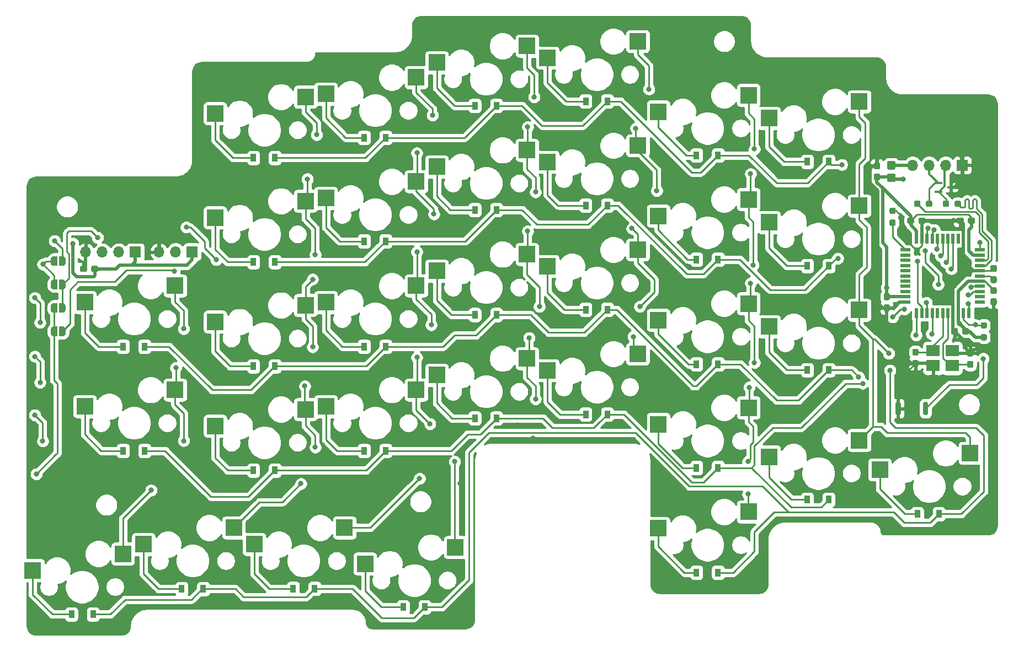
<source format=gbr>
G04 #@! TF.GenerationSoftware,KiCad,Pcbnew,5.1.7-a382d34a8~88~ubuntu18.04.1*
G04 #@! TF.CreationDate,2020-12-29T23:08:14-05:00*
G04 #@! TF.ProjectId,snowflake-right,736e6f77-666c-4616-9b65-2d7269676874,rev?*
G04 #@! TF.SameCoordinates,Original*
G04 #@! TF.FileFunction,Copper,L2,Bot*
G04 #@! TF.FilePolarity,Positive*
%FSLAX46Y46*%
G04 Gerber Fmt 4.6, Leading zero omitted, Abs format (unit mm)*
G04 Created by KiCad (PCBNEW 5.1.7-a382d34a8~88~ubuntu18.04.1) date 2020-12-29 23:08:14*
%MOMM*%
%LPD*%
G01*
G04 APERTURE LIST*
G04 #@! TA.AperFunction,SMDPad,CuDef*
%ADD10C,0.100000*%
G04 #@! TD*
G04 #@! TA.AperFunction,SMDPad,CuDef*
%ADD11R,1.168400X0.355600*%
G04 #@! TD*
G04 #@! TA.AperFunction,SMDPad,CuDef*
%ADD12R,2.100000X1.800000*%
G04 #@! TD*
G04 #@! TA.AperFunction,SMDPad,CuDef*
%ADD13R,0.550000X1.500000*%
G04 #@! TD*
G04 #@! TA.AperFunction,SMDPad,CuDef*
%ADD14R,1.500000X0.550000*%
G04 #@! TD*
G04 #@! TA.AperFunction,SMDPad,CuDef*
%ADD15R,2.550000X2.500000*%
G04 #@! TD*
G04 #@! TA.AperFunction,ComponentPad*
%ADD16O,1.700000X1.700000*%
G04 #@! TD*
G04 #@! TA.AperFunction,ComponentPad*
%ADD17R,1.700000X1.700000*%
G04 #@! TD*
G04 #@! TA.AperFunction,SMDPad,CuDef*
%ADD18R,0.900000X1.200000*%
G04 #@! TD*
G04 #@! TA.AperFunction,ViaPad*
%ADD19C,0.800000*%
G04 #@! TD*
G04 #@! TA.AperFunction,Conductor*
%ADD20C,0.500000*%
G04 #@! TD*
G04 #@! TA.AperFunction,Conductor*
%ADD21C,0.250000*%
G04 #@! TD*
G04 #@! TA.AperFunction,Conductor*
%ADD22C,0.300000*%
G04 #@! TD*
G04 #@! TA.AperFunction,Conductor*
%ADD23C,0.254000*%
G04 #@! TD*
G04 #@! TA.AperFunction,Conductor*
%ADD24C,0.100000*%
G04 #@! TD*
G04 APERTURE END LIST*
G04 #@! TA.AperFunction,SMDPad,CuDef*
D10*
G36*
X84500000Y-101049398D02*
G01*
X84475466Y-101049398D01*
X84426635Y-101044588D01*
X84378510Y-101035016D01*
X84331555Y-101020772D01*
X84286222Y-101001995D01*
X84242949Y-100978864D01*
X84202150Y-100951604D01*
X84164221Y-100920476D01*
X84129524Y-100885779D01*
X84098396Y-100847850D01*
X84071136Y-100807051D01*
X84048005Y-100763778D01*
X84029228Y-100718445D01*
X84014984Y-100671490D01*
X84005412Y-100623365D01*
X84000602Y-100574534D01*
X84000602Y-100550000D01*
X84000000Y-100550000D01*
X84000000Y-100050000D01*
X84000602Y-100050000D01*
X84000602Y-100025466D01*
X84005412Y-99976635D01*
X84014984Y-99928510D01*
X84029228Y-99881555D01*
X84048005Y-99836222D01*
X84071136Y-99792949D01*
X84098396Y-99752150D01*
X84129524Y-99714221D01*
X84164221Y-99679524D01*
X84202150Y-99648396D01*
X84242949Y-99621136D01*
X84286222Y-99598005D01*
X84331555Y-99579228D01*
X84378510Y-99564984D01*
X84426635Y-99555412D01*
X84475466Y-99550602D01*
X84500000Y-99550602D01*
X84500000Y-99550000D01*
X85000000Y-99550000D01*
X85000000Y-101050000D01*
X84500000Y-101050000D01*
X84500000Y-101049398D01*
G37*
G04 #@! TD.AperFunction*
G04 #@! TA.AperFunction,SMDPad,CuDef*
G36*
X85300000Y-99550000D02*
G01*
X85800000Y-99550000D01*
X85800000Y-99550602D01*
X85824534Y-99550602D01*
X85873365Y-99555412D01*
X85921490Y-99564984D01*
X85968445Y-99579228D01*
X86013778Y-99598005D01*
X86057051Y-99621136D01*
X86097850Y-99648396D01*
X86135779Y-99679524D01*
X86170476Y-99714221D01*
X86201604Y-99752150D01*
X86228864Y-99792949D01*
X86251995Y-99836222D01*
X86270772Y-99881555D01*
X86285016Y-99928510D01*
X86294588Y-99976635D01*
X86299398Y-100025466D01*
X86299398Y-100050000D01*
X86300000Y-100050000D01*
X86300000Y-100550000D01*
X86299398Y-100550000D01*
X86299398Y-100574534D01*
X86294588Y-100623365D01*
X86285016Y-100671490D01*
X86270772Y-100718445D01*
X86251995Y-100763778D01*
X86228864Y-100807051D01*
X86201604Y-100847850D01*
X86170476Y-100885779D01*
X86135779Y-100920476D01*
X86097850Y-100951604D01*
X86057051Y-100978864D01*
X86013778Y-101001995D01*
X85968445Y-101020772D01*
X85921490Y-101035016D01*
X85873365Y-101044588D01*
X85824534Y-101049398D01*
X85800000Y-101049398D01*
X85800000Y-101050000D01*
X85300000Y-101050000D01*
X85300000Y-99550000D01*
G37*
G04 #@! TD.AperFunction*
G04 #@! TA.AperFunction,SMDPad,CuDef*
G36*
X85800000Y-95950602D02*
G01*
X85824534Y-95950602D01*
X85873365Y-95955412D01*
X85921490Y-95964984D01*
X85968445Y-95979228D01*
X86013778Y-95998005D01*
X86057051Y-96021136D01*
X86097850Y-96048396D01*
X86135779Y-96079524D01*
X86170476Y-96114221D01*
X86201604Y-96152150D01*
X86228864Y-96192949D01*
X86251995Y-96236222D01*
X86270772Y-96281555D01*
X86285016Y-96328510D01*
X86294588Y-96376635D01*
X86299398Y-96425466D01*
X86299398Y-96450000D01*
X86300000Y-96450000D01*
X86300000Y-96950000D01*
X86299398Y-96950000D01*
X86299398Y-96974534D01*
X86294588Y-97023365D01*
X86285016Y-97071490D01*
X86270772Y-97118445D01*
X86251995Y-97163778D01*
X86228864Y-97207051D01*
X86201604Y-97247850D01*
X86170476Y-97285779D01*
X86135779Y-97320476D01*
X86097850Y-97351604D01*
X86057051Y-97378864D01*
X86013778Y-97401995D01*
X85968445Y-97420772D01*
X85921490Y-97435016D01*
X85873365Y-97444588D01*
X85824534Y-97449398D01*
X85800000Y-97449398D01*
X85800000Y-97450000D01*
X85300000Y-97450000D01*
X85300000Y-95950000D01*
X85800000Y-95950000D01*
X85800000Y-95950602D01*
G37*
G04 #@! TD.AperFunction*
G04 #@! TA.AperFunction,SMDPad,CuDef*
G36*
X85000000Y-97450000D02*
G01*
X84500000Y-97450000D01*
X84500000Y-97449398D01*
X84475466Y-97449398D01*
X84426635Y-97444588D01*
X84378510Y-97435016D01*
X84331555Y-97420772D01*
X84286222Y-97401995D01*
X84242949Y-97378864D01*
X84202150Y-97351604D01*
X84164221Y-97320476D01*
X84129524Y-97285779D01*
X84098396Y-97247850D01*
X84071136Y-97207051D01*
X84048005Y-97163778D01*
X84029228Y-97118445D01*
X84014984Y-97071490D01*
X84005412Y-97023365D01*
X84000602Y-96974534D01*
X84000602Y-96950000D01*
X84000000Y-96950000D01*
X84000000Y-96450000D01*
X84000602Y-96450000D01*
X84000602Y-96425466D01*
X84005412Y-96376635D01*
X84014984Y-96328510D01*
X84029228Y-96281555D01*
X84048005Y-96236222D01*
X84071136Y-96192949D01*
X84098396Y-96152150D01*
X84129524Y-96114221D01*
X84164221Y-96079524D01*
X84202150Y-96048396D01*
X84242949Y-96021136D01*
X84286222Y-95998005D01*
X84331555Y-95979228D01*
X84378510Y-95964984D01*
X84426635Y-95955412D01*
X84475466Y-95950602D01*
X84500000Y-95950602D01*
X84500000Y-95950000D01*
X85000000Y-95950000D01*
X85000000Y-97450000D01*
G37*
G04 #@! TD.AperFunction*
G04 #@! TA.AperFunction,SMDPad,CuDef*
G36*
X85800000Y-92350602D02*
G01*
X85824534Y-92350602D01*
X85873365Y-92355412D01*
X85921490Y-92364984D01*
X85968445Y-92379228D01*
X86013778Y-92398005D01*
X86057051Y-92421136D01*
X86097850Y-92448396D01*
X86135779Y-92479524D01*
X86170476Y-92514221D01*
X86201604Y-92552150D01*
X86228864Y-92592949D01*
X86251995Y-92636222D01*
X86270772Y-92681555D01*
X86285016Y-92728510D01*
X86294588Y-92776635D01*
X86299398Y-92825466D01*
X86299398Y-92850000D01*
X86300000Y-92850000D01*
X86300000Y-93350000D01*
X86299398Y-93350000D01*
X86299398Y-93374534D01*
X86294588Y-93423365D01*
X86285016Y-93471490D01*
X86270772Y-93518445D01*
X86251995Y-93563778D01*
X86228864Y-93607051D01*
X86201604Y-93647850D01*
X86170476Y-93685779D01*
X86135779Y-93720476D01*
X86097850Y-93751604D01*
X86057051Y-93778864D01*
X86013778Y-93801995D01*
X85968445Y-93820772D01*
X85921490Y-93835016D01*
X85873365Y-93844588D01*
X85824534Y-93849398D01*
X85800000Y-93849398D01*
X85800000Y-93850000D01*
X85300000Y-93850000D01*
X85300000Y-92350000D01*
X85800000Y-92350000D01*
X85800000Y-92350602D01*
G37*
G04 #@! TD.AperFunction*
G04 #@! TA.AperFunction,SMDPad,CuDef*
G36*
X85000000Y-93850000D02*
G01*
X84500000Y-93850000D01*
X84500000Y-93849398D01*
X84475466Y-93849398D01*
X84426635Y-93844588D01*
X84378510Y-93835016D01*
X84331555Y-93820772D01*
X84286222Y-93801995D01*
X84242949Y-93778864D01*
X84202150Y-93751604D01*
X84164221Y-93720476D01*
X84129524Y-93685779D01*
X84098396Y-93647850D01*
X84071136Y-93607051D01*
X84048005Y-93563778D01*
X84029228Y-93518445D01*
X84014984Y-93471490D01*
X84005412Y-93423365D01*
X84000602Y-93374534D01*
X84000602Y-93350000D01*
X84000000Y-93350000D01*
X84000000Y-92850000D01*
X84000602Y-92850000D01*
X84000602Y-92825466D01*
X84005412Y-92776635D01*
X84014984Y-92728510D01*
X84029228Y-92681555D01*
X84048005Y-92636222D01*
X84071136Y-92592949D01*
X84098396Y-92552150D01*
X84129524Y-92514221D01*
X84164221Y-92479524D01*
X84202150Y-92448396D01*
X84242949Y-92421136D01*
X84286222Y-92398005D01*
X84331555Y-92379228D01*
X84378510Y-92364984D01*
X84426635Y-92355412D01*
X84475466Y-92350602D01*
X84500000Y-92350602D01*
X84500000Y-92350000D01*
X85000000Y-92350000D01*
X85000000Y-93850000D01*
G37*
G04 #@! TD.AperFunction*
G04 #@! TA.AperFunction,SMDPad,CuDef*
G36*
X84500000Y-90249398D02*
G01*
X84475466Y-90249398D01*
X84426635Y-90244588D01*
X84378510Y-90235016D01*
X84331555Y-90220772D01*
X84286222Y-90201995D01*
X84242949Y-90178864D01*
X84202150Y-90151604D01*
X84164221Y-90120476D01*
X84129524Y-90085779D01*
X84098396Y-90047850D01*
X84071136Y-90007051D01*
X84048005Y-89963778D01*
X84029228Y-89918445D01*
X84014984Y-89871490D01*
X84005412Y-89823365D01*
X84000602Y-89774534D01*
X84000602Y-89750000D01*
X84000000Y-89750000D01*
X84000000Y-89250000D01*
X84000602Y-89250000D01*
X84000602Y-89225466D01*
X84005412Y-89176635D01*
X84014984Y-89128510D01*
X84029228Y-89081555D01*
X84048005Y-89036222D01*
X84071136Y-88992949D01*
X84098396Y-88952150D01*
X84129524Y-88914221D01*
X84164221Y-88879524D01*
X84202150Y-88848396D01*
X84242949Y-88821136D01*
X84286222Y-88798005D01*
X84331555Y-88779228D01*
X84378510Y-88764984D01*
X84426635Y-88755412D01*
X84475466Y-88750602D01*
X84500000Y-88750602D01*
X84500000Y-88750000D01*
X85000000Y-88750000D01*
X85000000Y-90250000D01*
X84500000Y-90250000D01*
X84500000Y-90249398D01*
G37*
G04 #@! TD.AperFunction*
G04 #@! TA.AperFunction,SMDPad,CuDef*
G36*
X85300000Y-88750000D02*
G01*
X85800000Y-88750000D01*
X85800000Y-88750602D01*
X85824534Y-88750602D01*
X85873365Y-88755412D01*
X85921490Y-88764984D01*
X85968445Y-88779228D01*
X86013778Y-88798005D01*
X86057051Y-88821136D01*
X86097850Y-88848396D01*
X86135779Y-88879524D01*
X86170476Y-88914221D01*
X86201604Y-88952150D01*
X86228864Y-88992949D01*
X86251995Y-89036222D01*
X86270772Y-89081555D01*
X86285016Y-89128510D01*
X86294588Y-89176635D01*
X86299398Y-89225466D01*
X86299398Y-89250000D01*
X86300000Y-89250000D01*
X86300000Y-89750000D01*
X86299398Y-89750000D01*
X86299398Y-89774534D01*
X86294588Y-89823365D01*
X86285016Y-89871490D01*
X86270772Y-89918445D01*
X86251995Y-89963778D01*
X86228864Y-90007051D01*
X86201604Y-90047850D01*
X86170476Y-90085779D01*
X86135779Y-90120476D01*
X86097850Y-90151604D01*
X86057051Y-90178864D01*
X86013778Y-90201995D01*
X85968445Y-90220772D01*
X85921490Y-90235016D01*
X85873365Y-90244588D01*
X85824534Y-90249398D01*
X85800000Y-90249398D01*
X85800000Y-90250000D01*
X85300000Y-90250000D01*
X85300000Y-88750000D01*
G37*
G04 #@! TD.AperFunction*
G04 #@! TA.AperFunction,SMDPad,CuDef*
G36*
G01*
X89575000Y-90462500D02*
X89575000Y-90937500D01*
G75*
G02*
X89337500Y-91175000I-237500J0D01*
G01*
X88737500Y-91175000D01*
G75*
G02*
X88500000Y-90937500I0J237500D01*
G01*
X88500000Y-90462500D01*
G75*
G02*
X88737500Y-90225000I237500J0D01*
G01*
X89337500Y-90225000D01*
G75*
G02*
X89575000Y-90462500I0J-237500D01*
G01*
G37*
G04 #@! TD.AperFunction*
G04 #@! TA.AperFunction,SMDPad,CuDef*
G36*
G01*
X91300000Y-90462500D02*
X91300000Y-90937500D01*
G75*
G02*
X91062500Y-91175000I-237500J0D01*
G01*
X90462500Y-91175000D01*
G75*
G02*
X90225000Y-90937500I0J237500D01*
G01*
X90225000Y-90462500D01*
G75*
G02*
X90462500Y-90225000I237500J0D01*
G01*
X91062500Y-90225000D01*
G75*
G02*
X91300000Y-90462500I0J-237500D01*
G01*
G37*
G04 #@! TD.AperFunction*
G04 #@! TA.AperFunction,SMDPad,CuDef*
G36*
G01*
X213650000Y-112950000D02*
X213650000Y-111350000D01*
G75*
G02*
X213850000Y-111150000I200000J0D01*
G01*
X214250000Y-111150000D01*
G75*
G02*
X214450000Y-111350000I0J-200000D01*
G01*
X214450000Y-112950000D01*
G75*
G02*
X214250000Y-113150000I-200000J0D01*
G01*
X213850000Y-113150000D01*
G75*
G02*
X213650000Y-112950000I0J200000D01*
G01*
G37*
G04 #@! TD.AperFunction*
G04 #@! TA.AperFunction,SMDPad,CuDef*
G36*
G01*
X217850000Y-112950000D02*
X217850000Y-111350000D01*
G75*
G02*
X218050000Y-111150000I200000J0D01*
G01*
X218450000Y-111150000D01*
G75*
G02*
X218650000Y-111350000I0J-200000D01*
G01*
X218650000Y-112950000D01*
G75*
G02*
X218450000Y-113150000I-200000J0D01*
G01*
X218050000Y-113150000D01*
G75*
G02*
X217850000Y-112950000I0J200000D01*
G01*
G37*
G04 #@! TD.AperFunction*
D11*
X222165200Y-78200000D03*
X220234800Y-77550001D03*
X220234800Y-78849999D03*
D12*
X219430000Y-105570000D03*
X222330000Y-105570000D03*
X222330000Y-103270000D03*
X219430000Y-103270000D03*
D13*
X224880000Y-86090000D03*
X224080000Y-86090000D03*
X223280000Y-86090000D03*
X222480000Y-86090000D03*
X221680000Y-86090000D03*
X220880000Y-86090000D03*
X220080000Y-86090000D03*
X219280000Y-86090000D03*
X218480000Y-86090000D03*
X217680000Y-86090000D03*
X216880000Y-86090000D03*
D14*
X215180000Y-87790000D03*
X215180000Y-88590000D03*
X215180000Y-89390000D03*
X215180000Y-90190000D03*
X215180000Y-90990000D03*
X215180000Y-91790000D03*
X215180000Y-92590000D03*
X215180000Y-93390000D03*
X215180000Y-94190000D03*
X215180000Y-94990000D03*
X215180000Y-95790000D03*
D13*
X216880000Y-97490000D03*
X217680000Y-97490000D03*
X218480000Y-97490000D03*
X219280000Y-97490000D03*
X220080000Y-97490000D03*
X220880000Y-97490000D03*
X221680000Y-97490000D03*
X222480000Y-97490000D03*
X223280000Y-97490000D03*
X224080000Y-97490000D03*
X224880000Y-97490000D03*
D14*
X226580000Y-95790000D03*
X226580000Y-94990000D03*
X226580000Y-94190000D03*
X226580000Y-93390000D03*
X226580000Y-92590000D03*
X226580000Y-91790000D03*
X226580000Y-90990000D03*
X226580000Y-90190000D03*
X226580000Y-89390000D03*
X226580000Y-88590000D03*
X226580000Y-87790000D03*
G04 #@! TA.AperFunction,SMDPad,CuDef*
G36*
G01*
X212962500Y-83125000D02*
X213437500Y-83125000D01*
G75*
G02*
X213675000Y-83362500I0J-237500D01*
G01*
X213675000Y-83862500D01*
G75*
G02*
X213437500Y-84100000I-237500J0D01*
G01*
X212962500Y-84100000D01*
G75*
G02*
X212725000Y-83862500I0J237500D01*
G01*
X212725000Y-83362500D01*
G75*
G02*
X212962500Y-83125000I237500J0D01*
G01*
G37*
G04 #@! TD.AperFunction*
G04 #@! TA.AperFunction,SMDPad,CuDef*
G36*
G01*
X212962500Y-81300000D02*
X213437500Y-81300000D01*
G75*
G02*
X213675000Y-81537500I0J-237500D01*
G01*
X213675000Y-82037500D01*
G75*
G02*
X213437500Y-82275000I-237500J0D01*
G01*
X212962500Y-82275000D01*
G75*
G02*
X212725000Y-82037500I0J237500D01*
G01*
X212725000Y-81537500D01*
G75*
G02*
X212962500Y-81300000I237500J0D01*
G01*
G37*
G04 #@! TD.AperFunction*
G04 #@! TA.AperFunction,SMDPad,CuDef*
G36*
G01*
X226962500Y-98900000D02*
X227437500Y-98900000D01*
G75*
G02*
X227675000Y-99137500I0J-237500D01*
G01*
X227675000Y-99637500D01*
G75*
G02*
X227437500Y-99875000I-237500J0D01*
G01*
X226962500Y-99875000D01*
G75*
G02*
X226725000Y-99637500I0J237500D01*
G01*
X226725000Y-99137500D01*
G75*
G02*
X226962500Y-98900000I237500J0D01*
G01*
G37*
G04 #@! TD.AperFunction*
G04 #@! TA.AperFunction,SMDPad,CuDef*
G36*
G01*
X226962500Y-100725000D02*
X227437500Y-100725000D01*
G75*
G02*
X227675000Y-100962500I0J-237500D01*
G01*
X227675000Y-101462500D01*
G75*
G02*
X227437500Y-101700000I-237500J0D01*
G01*
X226962500Y-101700000D01*
G75*
G02*
X226725000Y-101462500I0J237500D01*
G01*
X226725000Y-100962500D01*
G75*
G02*
X226962500Y-100725000I237500J0D01*
G01*
G37*
G04 #@! TD.AperFunction*
G04 #@! TA.AperFunction,SMDPad,CuDef*
G36*
G01*
X218325000Y-80937500D02*
X218325000Y-80462500D01*
G75*
G02*
X218562500Y-80225000I237500J0D01*
G01*
X219062500Y-80225000D01*
G75*
G02*
X219300000Y-80462500I0J-237500D01*
G01*
X219300000Y-80937500D01*
G75*
G02*
X219062500Y-81175000I-237500J0D01*
G01*
X218562500Y-81175000D01*
G75*
G02*
X218325000Y-80937500I0J237500D01*
G01*
G37*
G04 #@! TD.AperFunction*
G04 #@! TA.AperFunction,SMDPad,CuDef*
G36*
G01*
X216500000Y-80937500D02*
X216500000Y-80462500D01*
G75*
G02*
X216737500Y-80225000I237500J0D01*
G01*
X217237500Y-80225000D01*
G75*
G02*
X217475000Y-80462500I0J-237500D01*
G01*
X217475000Y-80937500D01*
G75*
G02*
X217237500Y-81175000I-237500J0D01*
G01*
X216737500Y-81175000D01*
G75*
G02*
X216500000Y-80937500I0J237500D01*
G01*
G37*
G04 #@! TD.AperFunction*
G04 #@! TA.AperFunction,SMDPad,CuDef*
G36*
G01*
X221875000Y-80462500D02*
X221875000Y-80937500D01*
G75*
G02*
X221637500Y-81175000I-237500J0D01*
G01*
X221137500Y-81175000D01*
G75*
G02*
X220900000Y-80937500I0J237500D01*
G01*
X220900000Y-80462500D01*
G75*
G02*
X221137500Y-80225000I237500J0D01*
G01*
X221637500Y-80225000D01*
G75*
G02*
X221875000Y-80462500I0J-237500D01*
G01*
G37*
G04 #@! TD.AperFunction*
G04 #@! TA.AperFunction,SMDPad,CuDef*
G36*
G01*
X223700000Y-80462500D02*
X223700000Y-80937500D01*
G75*
G02*
X223462500Y-81175000I-237500J0D01*
G01*
X222962500Y-81175000D01*
G75*
G02*
X222725000Y-80937500I0J237500D01*
G01*
X222725000Y-80462500D01*
G75*
G02*
X222962500Y-80225000I237500J0D01*
G01*
X223462500Y-80225000D01*
G75*
G02*
X223700000Y-80462500I0J-237500D01*
G01*
G37*
G04 #@! TD.AperFunction*
D15*
X95090000Y-134460000D03*
X81240000Y-137000000D03*
X112090000Y-130460000D03*
X98240000Y-133000000D03*
X129090000Y-130460000D03*
X115240000Y-133000000D03*
X146090000Y-133460000D03*
X132240000Y-136000000D03*
X191090000Y-128020000D03*
X177240000Y-130560000D03*
X103090000Y-109290000D03*
X89240000Y-111830000D03*
X123090000Y-112290000D03*
X109240000Y-114830000D03*
X140090000Y-109290000D03*
X126240000Y-111830000D03*
X157090000Y-104460000D03*
X143240000Y-107000000D03*
X174090000Y-103760000D03*
X160240000Y-106300000D03*
X191090000Y-112020000D03*
X177240000Y-114560000D03*
X208090000Y-117020000D03*
X194240000Y-119560000D03*
X225090000Y-119020000D03*
X211240000Y-121560000D03*
X103090000Y-93290000D03*
X89240000Y-95830000D03*
X123090000Y-96290000D03*
X109240000Y-98830000D03*
X126240000Y-95830000D03*
X140090000Y-93290000D03*
X157090000Y-88460000D03*
X143240000Y-91000000D03*
X174090000Y-87760000D03*
X160240000Y-90300000D03*
X191090000Y-96020000D03*
X177240000Y-98560000D03*
X208090000Y-97020000D03*
X194240000Y-99560000D03*
X123090000Y-80290000D03*
X109240000Y-82830000D03*
X140090000Y-77290000D03*
X126240000Y-79830000D03*
X157090000Y-72460000D03*
X143240000Y-75000000D03*
X174090000Y-71760000D03*
X160240000Y-74300000D03*
X191090000Y-80020000D03*
X177240000Y-82560000D03*
X208090000Y-81020000D03*
X194240000Y-83560000D03*
X123090000Y-64290000D03*
X109240000Y-66830000D03*
X140090000Y-61290000D03*
X126240000Y-63830000D03*
X157090000Y-56460000D03*
X143240000Y-59000000D03*
X174090000Y-55760000D03*
X160240000Y-58300000D03*
X191090000Y-64020000D03*
X177240000Y-66560000D03*
X208090000Y-65020000D03*
X194240000Y-67560000D03*
D16*
X89370000Y-88130000D03*
X91910000Y-88130000D03*
X94450000Y-88130000D03*
D17*
X96990000Y-88130000D03*
D16*
X100620000Y-88100000D03*
X103160000Y-88100000D03*
D17*
X105700000Y-88100000D03*
D16*
X216280000Y-74800000D03*
X218820000Y-74800000D03*
X221360000Y-74800000D03*
D17*
X223900000Y-74800000D03*
G04 #@! TA.AperFunction,SMDPad,CuDef*
G36*
G01*
X212600000Y-76062500D02*
X213400000Y-76062500D01*
G75*
G02*
X213650000Y-76312500I0J-250000D01*
G01*
X213650000Y-77137500D01*
G75*
G02*
X213400000Y-77387500I-250000J0D01*
G01*
X212600000Y-77387500D01*
G75*
G02*
X212350000Y-77137500I0J250000D01*
G01*
X212350000Y-76312500D01*
G75*
G02*
X212600000Y-76062500I250000J0D01*
G01*
G37*
G04 #@! TD.AperFunction*
G04 #@! TA.AperFunction,SMDPad,CuDef*
G36*
G01*
X212600000Y-74137500D02*
X213400000Y-74137500D01*
G75*
G02*
X213650000Y-74387500I0J-250000D01*
G01*
X213650000Y-75212500D01*
G75*
G02*
X213400000Y-75462500I-250000J0D01*
G01*
X212600000Y-75462500D01*
G75*
G02*
X212350000Y-75212500I0J250000D01*
G01*
X212350000Y-74387500D01*
G75*
G02*
X212600000Y-74137500I250000J0D01*
G01*
G37*
G04 #@! TD.AperFunction*
D18*
X90500000Y-143750000D03*
X87200000Y-143750000D03*
X98400000Y-118650000D03*
X95100000Y-118650000D03*
X98400000Y-102650000D03*
X95100000Y-102650000D03*
X107400000Y-139850000D03*
X104100000Y-139850000D03*
X118400000Y-121650000D03*
X115100000Y-121650000D03*
X118400000Y-105650000D03*
X115100000Y-105650000D03*
X118400000Y-89650000D03*
X115100000Y-89650000D03*
X118400000Y-73650000D03*
X115100000Y-73650000D03*
X124500000Y-139820000D03*
X121200000Y-139820000D03*
X135400000Y-118650000D03*
X132100000Y-118650000D03*
X135400000Y-102650000D03*
X132100000Y-102650000D03*
X135400000Y-86450000D03*
X132100000Y-86450000D03*
X135400000Y-70550000D03*
X132100000Y-70550000D03*
X141400000Y-142650000D03*
X138100000Y-142650000D03*
X152400000Y-113650000D03*
X149100000Y-113650000D03*
X152400000Y-97750000D03*
X149100000Y-97750000D03*
X152400000Y-81650000D03*
X149100000Y-81650000D03*
X152400000Y-65650000D03*
X149100000Y-65650000D03*
X169400000Y-113050000D03*
X166100000Y-113050000D03*
X169400000Y-96950000D03*
X166100000Y-96950000D03*
X169400000Y-80950000D03*
X166100000Y-80950000D03*
X169400000Y-64950000D03*
X166100000Y-64950000D03*
X186400000Y-137350000D03*
X183100000Y-137350000D03*
X186400000Y-121250000D03*
X183100000Y-121250000D03*
X186400000Y-105350000D03*
X183100000Y-105350000D03*
X186400000Y-89250000D03*
X183100000Y-89250000D03*
X186400000Y-73250000D03*
X183100000Y-73250000D03*
X203400000Y-126150000D03*
X200100000Y-126150000D03*
X203400000Y-106250000D03*
X200100000Y-106250000D03*
X203400000Y-90250000D03*
X200100000Y-90250000D03*
X203400000Y-74250000D03*
X200100000Y-74250000D03*
X220300000Y-128350000D03*
X217000000Y-128350000D03*
G04 #@! TA.AperFunction,SMDPad,CuDef*
G36*
G01*
X223237500Y-100062500D02*
X223237500Y-100537500D01*
G75*
G02*
X223000000Y-100775000I-237500J0D01*
G01*
X222400000Y-100775000D01*
G75*
G02*
X222162500Y-100537500I0J237500D01*
G01*
X222162500Y-100062500D01*
G75*
G02*
X222400000Y-99825000I237500J0D01*
G01*
X223000000Y-99825000D01*
G75*
G02*
X223237500Y-100062500I0J-237500D01*
G01*
G37*
G04 #@! TD.AperFunction*
G04 #@! TA.AperFunction,SMDPad,CuDef*
G36*
G01*
X224962500Y-100062500D02*
X224962500Y-100537500D01*
G75*
G02*
X224725000Y-100775000I-237500J0D01*
G01*
X224125000Y-100775000D01*
G75*
G02*
X223887500Y-100537500I0J237500D01*
G01*
X223887500Y-100062500D01*
G75*
G02*
X224125000Y-99825000I237500J0D01*
G01*
X224725000Y-99825000D01*
G75*
G02*
X224962500Y-100062500I0J-237500D01*
G01*
G37*
G04 #@! TD.AperFunction*
G04 #@! TA.AperFunction,SMDPad,CuDef*
G36*
G01*
X212062500Y-96162500D02*
X212537500Y-96162500D01*
G75*
G02*
X212775000Y-96400000I0J-237500D01*
G01*
X212775000Y-97000000D01*
G75*
G02*
X212537500Y-97237500I-237500J0D01*
G01*
X212062500Y-97237500D01*
G75*
G02*
X211825000Y-97000000I0J237500D01*
G01*
X211825000Y-96400000D01*
G75*
G02*
X212062500Y-96162500I237500J0D01*
G01*
G37*
G04 #@! TD.AperFunction*
G04 #@! TA.AperFunction,SMDPad,CuDef*
G36*
G01*
X212062500Y-94437500D02*
X212537500Y-94437500D01*
G75*
G02*
X212775000Y-94675000I0J-237500D01*
G01*
X212775000Y-95275000D01*
G75*
G02*
X212537500Y-95512500I-237500J0D01*
G01*
X212062500Y-95512500D01*
G75*
G02*
X211825000Y-95275000I0J237500D01*
G01*
X211825000Y-94675000D01*
G75*
G02*
X212062500Y-94437500I237500J0D01*
G01*
G37*
G04 #@! TD.AperFunction*
G04 #@! TA.AperFunction,SMDPad,CuDef*
G36*
G01*
X228937500Y-91175000D02*
X228462500Y-91175000D01*
G75*
G02*
X228225000Y-90937500I0J237500D01*
G01*
X228225000Y-90337500D01*
G75*
G02*
X228462500Y-90100000I237500J0D01*
G01*
X228937500Y-90100000D01*
G75*
G02*
X229175000Y-90337500I0J-237500D01*
G01*
X229175000Y-90937500D01*
G75*
G02*
X228937500Y-91175000I-237500J0D01*
G01*
G37*
G04 #@! TD.AperFunction*
G04 #@! TA.AperFunction,SMDPad,CuDef*
G36*
G01*
X228937500Y-92900000D02*
X228462500Y-92900000D01*
G75*
G02*
X228225000Y-92662500I0J237500D01*
G01*
X228225000Y-92062500D01*
G75*
G02*
X228462500Y-91825000I237500J0D01*
G01*
X228937500Y-91825000D01*
G75*
G02*
X229175000Y-92062500I0J-237500D01*
G01*
X229175000Y-92662500D01*
G75*
G02*
X228937500Y-92900000I-237500J0D01*
G01*
G37*
G04 #@! TD.AperFunction*
G04 #@! TA.AperFunction,SMDPad,CuDef*
G36*
G01*
X225337500Y-104175000D02*
X224862500Y-104175000D01*
G75*
G02*
X224625000Y-103937500I0J237500D01*
G01*
X224625000Y-103337500D01*
G75*
G02*
X224862500Y-103100000I237500J0D01*
G01*
X225337500Y-103100000D01*
G75*
G02*
X225575000Y-103337500I0J-237500D01*
G01*
X225575000Y-103937500D01*
G75*
G02*
X225337500Y-104175000I-237500J0D01*
G01*
G37*
G04 #@! TD.AperFunction*
G04 #@! TA.AperFunction,SMDPad,CuDef*
G36*
G01*
X225337500Y-105900000D02*
X224862500Y-105900000D01*
G75*
G02*
X224625000Y-105662500I0J237500D01*
G01*
X224625000Y-105062500D01*
G75*
G02*
X224862500Y-104825000I237500J0D01*
G01*
X225337500Y-104825000D01*
G75*
G02*
X225575000Y-105062500I0J-237500D01*
G01*
X225575000Y-105662500D01*
G75*
G02*
X225337500Y-105900000I-237500J0D01*
G01*
G37*
G04 #@! TD.AperFunction*
G04 #@! TA.AperFunction,SMDPad,CuDef*
G36*
G01*
X216462500Y-104687500D02*
X216937500Y-104687500D01*
G75*
G02*
X217175000Y-104925000I0J-237500D01*
G01*
X217175000Y-105525000D01*
G75*
G02*
X216937500Y-105762500I-237500J0D01*
G01*
X216462500Y-105762500D01*
G75*
G02*
X216225000Y-105525000I0J237500D01*
G01*
X216225000Y-104925000D01*
G75*
G02*
X216462500Y-104687500I237500J0D01*
G01*
G37*
G04 #@! TD.AperFunction*
G04 #@! TA.AperFunction,SMDPad,CuDef*
G36*
G01*
X216462500Y-102962500D02*
X216937500Y-102962500D01*
G75*
G02*
X217175000Y-103200000I0J-237500D01*
G01*
X217175000Y-103800000D01*
G75*
G02*
X216937500Y-104037500I-237500J0D01*
G01*
X216462500Y-104037500D01*
G75*
G02*
X216225000Y-103800000I0J237500D01*
G01*
X216225000Y-103200000D01*
G75*
G02*
X216462500Y-102962500I237500J0D01*
G01*
G37*
G04 #@! TD.AperFunction*
G04 #@! TA.AperFunction,SMDPad,CuDef*
G36*
G01*
X224112500Y-83062500D02*
X224112500Y-83537500D01*
G75*
G02*
X223875000Y-83775000I-237500J0D01*
G01*
X223275000Y-83775000D01*
G75*
G02*
X223037500Y-83537500I0J237500D01*
G01*
X223037500Y-83062500D01*
G75*
G02*
X223275000Y-82825000I237500J0D01*
G01*
X223875000Y-82825000D01*
G75*
G02*
X224112500Y-83062500I0J-237500D01*
G01*
G37*
G04 #@! TD.AperFunction*
G04 #@! TA.AperFunction,SMDPad,CuDef*
G36*
G01*
X225837500Y-83062500D02*
X225837500Y-83537500D01*
G75*
G02*
X225600000Y-83775000I-237500J0D01*
G01*
X225000000Y-83775000D01*
G75*
G02*
X224762500Y-83537500I0J237500D01*
G01*
X224762500Y-83062500D01*
G75*
G02*
X225000000Y-82825000I237500J0D01*
G01*
X225600000Y-82825000D01*
G75*
G02*
X225837500Y-83062500I0J-237500D01*
G01*
G37*
G04 #@! TD.AperFunction*
G04 #@! TA.AperFunction,SMDPad,CuDef*
G36*
G01*
X217162500Y-83537500D02*
X217162500Y-83062500D01*
G75*
G02*
X217400000Y-82825000I237500J0D01*
G01*
X218000000Y-82825000D01*
G75*
G02*
X218237500Y-83062500I0J-237500D01*
G01*
X218237500Y-83537500D01*
G75*
G02*
X218000000Y-83775000I-237500J0D01*
G01*
X217400000Y-83775000D01*
G75*
G02*
X217162500Y-83537500I0J237500D01*
G01*
G37*
G04 #@! TD.AperFunction*
G04 #@! TA.AperFunction,SMDPad,CuDef*
G36*
G01*
X215437500Y-83537500D02*
X215437500Y-83062500D01*
G75*
G02*
X215675000Y-82825000I237500J0D01*
G01*
X216275000Y-82825000D01*
G75*
G02*
X216512500Y-83062500I0J-237500D01*
G01*
X216512500Y-83537500D01*
G75*
G02*
X216275000Y-83775000I-237500J0D01*
G01*
X215675000Y-83775000D01*
G75*
G02*
X215437500Y-83537500I0J237500D01*
G01*
G37*
G04 #@! TD.AperFunction*
G04 #@! TA.AperFunction,SMDPad,CuDef*
G36*
G01*
X228462500Y-95225000D02*
X228937500Y-95225000D01*
G75*
G02*
X229175000Y-95462500I0J-237500D01*
G01*
X229175000Y-96062500D01*
G75*
G02*
X228937500Y-96300000I-237500J0D01*
G01*
X228462500Y-96300000D01*
G75*
G02*
X228225000Y-96062500I0J237500D01*
G01*
X228225000Y-95462500D01*
G75*
G02*
X228462500Y-95225000I237500J0D01*
G01*
G37*
G04 #@! TD.AperFunction*
G04 #@! TA.AperFunction,SMDPad,CuDef*
G36*
G01*
X228462500Y-93500000D02*
X228937500Y-93500000D01*
G75*
G02*
X229175000Y-93737500I0J-237500D01*
G01*
X229175000Y-94337500D01*
G75*
G02*
X228937500Y-94575000I-237500J0D01*
G01*
X228462500Y-94575000D01*
G75*
G02*
X228225000Y-94337500I0J237500D01*
G01*
X228225000Y-93737500D01*
G75*
G02*
X228462500Y-93500000I237500J0D01*
G01*
G37*
G04 #@! TD.AperFunction*
G04 #@! TA.AperFunction,SMDPad,CuDef*
G36*
G01*
X211037500Y-75412500D02*
X210562500Y-75412500D01*
G75*
G02*
X210325000Y-75175000I0J237500D01*
G01*
X210325000Y-74575000D01*
G75*
G02*
X210562500Y-74337500I237500J0D01*
G01*
X211037500Y-74337500D01*
G75*
G02*
X211275000Y-74575000I0J-237500D01*
G01*
X211275000Y-75175000D01*
G75*
G02*
X211037500Y-75412500I-237500J0D01*
G01*
G37*
G04 #@! TD.AperFunction*
G04 #@! TA.AperFunction,SMDPad,CuDef*
G36*
G01*
X211037500Y-77137500D02*
X210562500Y-77137500D01*
G75*
G02*
X210325000Y-76900000I0J237500D01*
G01*
X210325000Y-76300000D01*
G75*
G02*
X210562500Y-76062500I237500J0D01*
G01*
X211037500Y-76062500D01*
G75*
G02*
X211275000Y-76300000I0J-237500D01*
G01*
X211275000Y-76900000D01*
G75*
G02*
X211037500Y-77137500I-237500J0D01*
G01*
G37*
G04 #@! TD.AperFunction*
D19*
X222500000Y-83300000D03*
X110800000Y-92900000D03*
X115800000Y-92900000D03*
X154000000Y-100500000D03*
X150000000Y-87900000D03*
X182200000Y-95100000D03*
X196000000Y-107900000D03*
X189200000Y-107100000D03*
X200600000Y-80100000D03*
X200400000Y-64100000D03*
X188200000Y-92100000D03*
X197200000Y-92700000D03*
X169600000Y-99700000D03*
X179400000Y-75100000D03*
X174200000Y-81100000D03*
X213550000Y-100350000D03*
X210600000Y-96900000D03*
X221000000Y-95700000D03*
X221800000Y-93900000D03*
X218000000Y-94700000D03*
X205200000Y-76700000D03*
X206600000Y-112300000D03*
X196000000Y-113100000D03*
X155600000Y-114700000D03*
X158000000Y-116700000D03*
X146800000Y-123700000D03*
X171000000Y-114700000D03*
X87400000Y-86800000D03*
X223500000Y-99100000D03*
X214800000Y-76900000D03*
X212300000Y-93600000D03*
X216800000Y-100900000D03*
X212800000Y-106300000D03*
X218600000Y-84500000D03*
X205400000Y-74700000D03*
X225200000Y-93500000D03*
X220200000Y-93100000D03*
X218200000Y-87900000D03*
X204800000Y-89100000D03*
X224800000Y-94700000D03*
X208000000Y-107300000D03*
X218400000Y-95900000D03*
X213200000Y-98100000D03*
X215000000Y-96900000D03*
X208600000Y-108300000D03*
X81575000Y-95150000D03*
X82375000Y-98950000D03*
X82800000Y-90000000D03*
X81575000Y-104150000D03*
X82375000Y-108150000D03*
X81575000Y-113150000D03*
X82775000Y-117150000D03*
X91200000Y-85900000D03*
X219200000Y-100700000D03*
X224800000Y-96100000D03*
X212600000Y-103700000D03*
X192000000Y-72300000D03*
X191400000Y-76100000D03*
X191400000Y-92900000D03*
X192000000Y-105100000D03*
X191200000Y-108900000D03*
X191000000Y-125300000D03*
X226600000Y-86700000D03*
X191000000Y-120300000D03*
X191800000Y-90100000D03*
X175800000Y-63100000D03*
X173800000Y-69100000D03*
X177000000Y-78700000D03*
X173200000Y-84500000D03*
X174400000Y-96500000D03*
X173400000Y-101100000D03*
X222200000Y-90700000D03*
X158200000Y-64300000D03*
X157200000Y-68900000D03*
X158400000Y-78900000D03*
X157200000Y-84900000D03*
X159000000Y-96500000D03*
X157400000Y-101300000D03*
X158400000Y-110700000D03*
X146000000Y-120300000D03*
X221400000Y-89700000D03*
X142600000Y-67100000D03*
X140200000Y-72900000D03*
X142800000Y-82300000D03*
X140200000Y-88100000D03*
X142400000Y-99300000D03*
X140200000Y-104300000D03*
X142200000Y-114500000D03*
X140600000Y-122900000D03*
X220600000Y-88700000D03*
X124800000Y-70100000D03*
X123400000Y-76900000D03*
X124200000Y-92300000D03*
X124200000Y-102700000D03*
X123000000Y-108700000D03*
X124600000Y-118100000D03*
X122400000Y-123700000D03*
X220000000Y-87700000D03*
X124600000Y-88500000D03*
X104400000Y-99900000D03*
X103200000Y-105900000D03*
X104400000Y-117100000D03*
X99400000Y-124700000D03*
X219600000Y-84700000D03*
X227100000Y-104500000D03*
X225900000Y-99300000D03*
X217000000Y-89500000D03*
X109400000Y-89300000D03*
X104800000Y-84300000D03*
X103000000Y-91100000D03*
X81800000Y-122200000D03*
X84600000Y-86400000D03*
D20*
X212300000Y-96700000D02*
X213300000Y-96700000D01*
X214210000Y-95790000D02*
X215180000Y-95790000D01*
X213300000Y-96700000D02*
X214210000Y-95790000D01*
X222480000Y-100080000D02*
X222700000Y-100300000D01*
X222480000Y-97490000D02*
X222480000Y-100080000D01*
X224080000Y-83805000D02*
X224080000Y-86090000D01*
X223575000Y-83300000D02*
X224080000Y-83805000D01*
X217700000Y-86070000D02*
X217680000Y-86090000D01*
X217700000Y-83300000D02*
X217700000Y-86070000D01*
X223820000Y-74800000D02*
X223820000Y-73620000D01*
X223820000Y-73620000D02*
X223000000Y-72800000D01*
X211800000Y-72800000D02*
X210800000Y-73800000D01*
X225544998Y-90990000D02*
X226580000Y-90990000D01*
X224080000Y-89525002D02*
X225544998Y-90990000D01*
X224080000Y-86090000D02*
X224080000Y-89525002D01*
X225544998Y-90990000D02*
X224810000Y-90990000D01*
X222480000Y-93320000D02*
X222480000Y-97490000D01*
X224810000Y-90990000D02*
X222480000Y-93320000D01*
X217700000Y-83300000D02*
X222500000Y-83300000D01*
X222500000Y-83300000D02*
X223575000Y-83300000D01*
X224500000Y-102100000D02*
X222700000Y-100300000D01*
X219085000Y-105225000D02*
X219430000Y-105570000D01*
X216700000Y-105225000D02*
X219085000Y-105225000D01*
X224500000Y-103037500D02*
X225100000Y-103637500D01*
X224500000Y-102100000D02*
X224500000Y-103037500D01*
X222697500Y-103637500D02*
X222330000Y-103270000D01*
X225100000Y-103637500D02*
X222697500Y-103637500D01*
D21*
X220100000Y-73000000D02*
X220300000Y-72800000D01*
D20*
X223000000Y-72800000D02*
X220300000Y-72800000D01*
X220300000Y-72800000D02*
X211800000Y-72800000D01*
X222165200Y-78200000D02*
X222700000Y-78200000D01*
X223900000Y-77000000D02*
X223900000Y-74800000D01*
X222700000Y-78200000D02*
X223900000Y-77000000D01*
D21*
X228347500Y-90990000D02*
X228700000Y-90637500D01*
X226580000Y-90990000D02*
X228347500Y-90990000D01*
D20*
X216025000Y-105225000D02*
X216700000Y-105225000D01*
X215500000Y-104700000D02*
X216025000Y-105225000D01*
X215500000Y-102300000D02*
X215500000Y-104700000D01*
X212300000Y-96700000D02*
X212300000Y-99100000D01*
X212300000Y-99100000D02*
X213550000Y-100350000D01*
X211700000Y-96700000D02*
X212300000Y-96700000D01*
X210125000Y-74875000D02*
X209700000Y-75300000D01*
X210900000Y-78700000D02*
X210900000Y-95900000D01*
X210800000Y-74875000D02*
X210125000Y-74875000D01*
X209700000Y-75300000D02*
X209700000Y-77500000D01*
X209700000Y-77500000D02*
X210900000Y-78700000D01*
X210900000Y-95900000D02*
X211700000Y-96700000D01*
D21*
X214050000Y-107875000D02*
X216700000Y-105225000D01*
X214050000Y-112150000D02*
X214050000Y-107875000D01*
D20*
X89037500Y-88462500D02*
X89370000Y-88130000D01*
X210800000Y-63300000D02*
X210800000Y-74300000D01*
X209800000Y-62300000D02*
X210800000Y-63300000D01*
X192800000Y-61300000D02*
X193800000Y-62300000D01*
X175800000Y-53100000D02*
X184000000Y-61300000D01*
X168600000Y-53100000D02*
X175800000Y-53100000D01*
X107000000Y-79900000D02*
X107000000Y-65300000D01*
X107000000Y-65300000D02*
X108400000Y-63900000D01*
X108400000Y-63900000D02*
X115600000Y-63900000D01*
X184000000Y-61300000D02*
X192800000Y-61300000D01*
X135000000Y-58700000D02*
X139600000Y-58700000D01*
X100620000Y-86280000D02*
X107000000Y-79900000D01*
X100620000Y-88100000D02*
X100620000Y-86280000D01*
X115600000Y-63900000D02*
X118400000Y-61100000D01*
X210800000Y-73800000D02*
X210800000Y-74300000D01*
X210800000Y-74300000D02*
X210800000Y-74875000D01*
X118400000Y-61100000D02*
X132600000Y-61100000D01*
X193800000Y-62300000D02*
X209800000Y-62300000D01*
X142000000Y-56300000D02*
X149400000Y-56300000D01*
X139600000Y-58700000D02*
X142000000Y-56300000D01*
X132600000Y-61100000D02*
X135000000Y-58700000D01*
X149400000Y-56300000D02*
X152000000Y-53700000D01*
X152000000Y-53700000D02*
X168000000Y-53700000D01*
X168000000Y-53700000D02*
X168600000Y-53100000D01*
X213550000Y-100350000D02*
X215500000Y-102300000D01*
X89370000Y-90367500D02*
X89037500Y-90700000D01*
X89370000Y-88130000D02*
X89370000Y-90367500D01*
D21*
X217680000Y-87120000D02*
X217300000Y-87500000D01*
X216500000Y-87500000D02*
X214400000Y-85400000D01*
X213687500Y-81787500D02*
X213200000Y-81787500D01*
X217680000Y-86090000D02*
X217680000Y-87120000D01*
X217300000Y-87500000D02*
X216500000Y-87500000D01*
X214400000Y-82500000D02*
X213687500Y-81787500D01*
X214400000Y-85400000D02*
X214400000Y-82500000D01*
D20*
X228700000Y-95762500D02*
X228700000Y-102200000D01*
X228700000Y-102200000D02*
X227800000Y-103100000D01*
X225637500Y-103100000D02*
X225100000Y-103637500D01*
X227800000Y-103100000D02*
X225637500Y-103100000D01*
X96990000Y-89610000D02*
X96990000Y-88130000D01*
X96500000Y-90100000D02*
X96990000Y-89610000D01*
X96500000Y-90100000D02*
X104900000Y-90100000D01*
X105700000Y-89300000D02*
X105700000Y-88100000D01*
X104900000Y-90100000D02*
X105700000Y-89300000D01*
X87400000Y-90700000D02*
X87400000Y-86800000D01*
X212300000Y-89900000D02*
X212300000Y-87300000D01*
X211700000Y-78300000D02*
X215975000Y-82575000D01*
X210800000Y-77400000D02*
X211700000Y-78300000D01*
X211700000Y-86700000D02*
X211700000Y-78300000D01*
X212300000Y-87300000D02*
X211700000Y-86700000D01*
X210800000Y-76600000D02*
X210800000Y-77400000D01*
X215975000Y-82575000D02*
X215975000Y-83300000D01*
X223500000Y-99100000D02*
X224425000Y-100025000D01*
X223280000Y-98880000D02*
X223500000Y-99100000D01*
D21*
X227390000Y-92590000D02*
X228700000Y-93900000D01*
X228700000Y-93900000D02*
X228700000Y-94037500D01*
X226580000Y-92590000D02*
X227390000Y-92590000D01*
D20*
X210900000Y-76700000D02*
X210800000Y-76600000D01*
X224810000Y-92590000D02*
X223249999Y-94150001D01*
X223249999Y-94150001D02*
X223249999Y-97459999D01*
X223249999Y-97459999D02*
X223280000Y-97490000D01*
X226580000Y-92590000D02*
X224810000Y-92590000D01*
X224880000Y-86090000D02*
X224880000Y-87925002D01*
X224880000Y-87925002D02*
X225544998Y-88590000D01*
X225544998Y-88590000D02*
X226580000Y-88590000D01*
D21*
X216950010Y-82350010D02*
X216000020Y-83300000D01*
X216000020Y-83300000D02*
X215975000Y-83300000D01*
X225300000Y-82825000D02*
X224825010Y-82350010D01*
X225300000Y-83300000D02*
X225300000Y-82825000D01*
X224825010Y-82350010D02*
X216950010Y-82350010D01*
D20*
X215975000Y-83975000D02*
X216880000Y-84880000D01*
X223280000Y-97490000D02*
X223280000Y-98880000D01*
X212300000Y-94975000D02*
X215165000Y-94975000D01*
X215165000Y-94975000D02*
X215180000Y-94990000D01*
X210800000Y-76600000D02*
X212875000Y-76600000D01*
X216880000Y-84880000D02*
X216880000Y-86090000D01*
X215975000Y-83300000D02*
X215975000Y-83975000D01*
X225300000Y-84300000D02*
X224880000Y-84720000D01*
X224880000Y-84720000D02*
X224880000Y-86090000D01*
X225300000Y-83300000D02*
X225300000Y-84300000D01*
X224425000Y-100025000D02*
X224425000Y-100300000D01*
X213175000Y-76900000D02*
X213000000Y-76725000D01*
X214800000Y-76900000D02*
X213175000Y-76900000D01*
X212300000Y-94975000D02*
X212300000Y-93600000D01*
X212300000Y-93600000D02*
X212300000Y-89900000D01*
X96500000Y-90100000D02*
X94600000Y-90100000D01*
X94000000Y-90700000D02*
X90762500Y-90700000D01*
X94600000Y-90100000D02*
X94000000Y-90700000D01*
X90762500Y-90700000D02*
X90762500Y-91737500D01*
X90762500Y-91737500D02*
X90600000Y-91900000D01*
X90600000Y-91900000D02*
X88000000Y-91900000D01*
X87400000Y-91300000D02*
X87400000Y-90700000D01*
X88000000Y-91900000D02*
X87400000Y-91300000D01*
X224425000Y-100300000D02*
X225000000Y-100300000D01*
X225912500Y-101212500D02*
X227200000Y-101212500D01*
X225000000Y-100300000D02*
X225912500Y-101212500D01*
D21*
X219200000Y-103500000D02*
X219430000Y-103270000D01*
X216700000Y-103500000D02*
X219200000Y-103500000D01*
X219430000Y-103270000D02*
X219430000Y-102470000D01*
X220880000Y-101020000D02*
X220880000Y-97490000D01*
X219430000Y-102470000D02*
X220880000Y-101020000D01*
X222537500Y-105362500D02*
X222330000Y-105570000D01*
X225100000Y-105362500D02*
X222537500Y-105362500D01*
X221680000Y-101384998D02*
X220900000Y-102164998D01*
X221680000Y-97490000D02*
X221680000Y-101384998D01*
X220900000Y-102164998D02*
X220900000Y-104400000D01*
X222070000Y-105570000D02*
X222330000Y-105570000D01*
X220900000Y-104400000D02*
X222070000Y-105570000D01*
X228127500Y-91790000D02*
X228700000Y-92362500D01*
X226580000Y-91790000D02*
X228127500Y-91790000D01*
X194240000Y-67560000D02*
X194240000Y-71940000D01*
X196550000Y-74250000D02*
X200100000Y-74250000D01*
X194240000Y-71940000D02*
X196550000Y-74250000D01*
X216880000Y-97490000D02*
X216880000Y-100820000D01*
X216880000Y-100820000D02*
X216800000Y-100900000D01*
X218950000Y-129700000D02*
X220300000Y-128350000D01*
X141400000Y-142650000D02*
X144050000Y-142650000D01*
X144050000Y-142650000D02*
X148200000Y-138500000D01*
X197200000Y-128100000D02*
X213400000Y-128100000D01*
X195000000Y-128100000D02*
X197200000Y-128100000D01*
X151200000Y-115900000D02*
X173800000Y-115900000D01*
X105600000Y-141500000D02*
X107250000Y-139850000D01*
X113600000Y-141100000D02*
X123220000Y-141100000D01*
X90500000Y-143750000D02*
X93150000Y-143750000D01*
X112350000Y-139850000D02*
X113600000Y-141100000D01*
X123220000Y-141100000D02*
X124500000Y-139820000D01*
X186400000Y-137350000D02*
X188750000Y-137350000D01*
X192000000Y-131100000D02*
X195000000Y-128100000D01*
X124500000Y-139820000D02*
X130320000Y-139820000D01*
X188750000Y-137350000D02*
X192000000Y-134100000D01*
X139750000Y-144300000D02*
X141400000Y-142650000D01*
X130320000Y-139820000D02*
X134800000Y-144300000D01*
X95400000Y-141500000D02*
X105600000Y-141500000D01*
X107250000Y-139850000D02*
X107400000Y-139850000D01*
X93150000Y-143750000D02*
X95400000Y-141500000D01*
X182000000Y-124100000D02*
X193200000Y-124100000D01*
X193200000Y-124100000D02*
X197200000Y-128100000D01*
X213400000Y-128100000D02*
X215000000Y-129700000D01*
X134800000Y-144300000D02*
X139750000Y-144300000D01*
X148200000Y-118900000D02*
X151200000Y-115900000D01*
X148200000Y-138500000D02*
X148200000Y-118900000D01*
X173800000Y-115900000D02*
X182000000Y-124100000D01*
X107400000Y-139850000D02*
X112350000Y-139850000D01*
X192000000Y-134100000D02*
X192000000Y-131100000D01*
X215000000Y-129700000D02*
X218950000Y-129700000D01*
X212800000Y-106300000D02*
X212800000Y-114300000D01*
X212800000Y-114300000D02*
X213600000Y-115100000D01*
X213600000Y-115100000D02*
X226000000Y-115100000D01*
X226000000Y-115100000D02*
X227200000Y-116300000D01*
X227200000Y-116300000D02*
X227200000Y-124900000D01*
X223750000Y-128350000D02*
X220300000Y-128350000D01*
X227200000Y-124900000D02*
X223750000Y-128350000D01*
X177240000Y-66560000D02*
X177240000Y-68940000D01*
X181550000Y-73250000D02*
X183100000Y-73250000D01*
X177240000Y-68940000D02*
X181550000Y-73250000D01*
X132300000Y-73650000D02*
X135400000Y-70550000D01*
X118400000Y-73650000D02*
X132300000Y-73650000D01*
X147500000Y-70550000D02*
X152400000Y-65650000D01*
X135400000Y-70550000D02*
X147500000Y-70550000D01*
X152400000Y-65650000D02*
X156350000Y-65650000D01*
X156350000Y-65650000D02*
X159400000Y-68700000D01*
X165650000Y-68700000D02*
X169400000Y-64950000D01*
X159400000Y-68700000D02*
X165650000Y-68700000D01*
X183750000Y-75900000D02*
X186400000Y-73250000D01*
X182400000Y-75900000D02*
X183750000Y-75900000D01*
X169400000Y-64950000D02*
X171450000Y-64950000D01*
X171450000Y-64950000D02*
X182400000Y-75900000D01*
X186400000Y-73250000D02*
X191150000Y-73250000D01*
X191150000Y-73250000D02*
X195400000Y-77500000D01*
X200150000Y-77500000D02*
X203400000Y-74250000D01*
X195400000Y-77500000D02*
X200150000Y-77500000D01*
X218480000Y-86090000D02*
X218480000Y-84620000D01*
X218480000Y-84620000D02*
X218600000Y-84500000D01*
X203850000Y-74700000D02*
X203400000Y-74250000D01*
X205400000Y-74700000D02*
X203850000Y-74700000D01*
X160240000Y-58300000D02*
X160240000Y-62140000D01*
X163050000Y-64950000D02*
X166100000Y-64950000D01*
X160240000Y-62140000D02*
X163050000Y-64950000D01*
X132200000Y-89650000D02*
X135400000Y-86450000D01*
X118400000Y-89650000D02*
X132200000Y-89650000D01*
X147600000Y-86450000D02*
X152400000Y-81650000D01*
X135400000Y-86450000D02*
X147600000Y-86450000D01*
X152400000Y-81650000D02*
X156350000Y-81650000D01*
X156350000Y-81650000D02*
X158600000Y-83900000D01*
X166450000Y-83900000D02*
X169400000Y-80950000D01*
X158600000Y-83900000D02*
X166450000Y-83900000D01*
X184150000Y-91500000D02*
X186400000Y-89250000D01*
X181600000Y-91500000D02*
X184150000Y-91500000D01*
X169400000Y-80950000D02*
X171050000Y-80950000D01*
X171050000Y-80950000D02*
X181600000Y-91500000D01*
X186400000Y-89250000D02*
X189750000Y-89250000D01*
X189750000Y-89250000D02*
X194400000Y-93900000D01*
X199750000Y-93900000D02*
X203400000Y-90250000D01*
X194400000Y-93900000D02*
X199750000Y-93900000D01*
X226580000Y-93390000D02*
X225310000Y-93390000D01*
X225310000Y-93390000D02*
X225200000Y-93500000D01*
X220200000Y-93100000D02*
X220200000Y-91700000D01*
X220200000Y-91700000D02*
X218200000Y-89700000D01*
X218200000Y-89700000D02*
X218200000Y-87900000D01*
X204550000Y-89100000D02*
X203400000Y-90250000D01*
X204800000Y-89100000D02*
X204550000Y-89100000D01*
X143240000Y-59000000D02*
X143240000Y-62940000D01*
X145950000Y-65650000D02*
X149100000Y-65650000D01*
X143240000Y-62940000D02*
X145950000Y-65650000D01*
X98400000Y-102650000D02*
X102150000Y-102650000D01*
X102150000Y-102650000D02*
X108800000Y-109300000D01*
X114750000Y-109300000D02*
X118400000Y-105650000D01*
X108800000Y-109300000D02*
X114750000Y-109300000D01*
X132400000Y-105650000D02*
X135400000Y-102650000D01*
X118400000Y-105650000D02*
X132400000Y-105650000D01*
X135400000Y-102650000D02*
X144250000Y-102650000D01*
X144250000Y-102650000D02*
X146000000Y-100900000D01*
X149250000Y-100900000D02*
X152400000Y-97750000D01*
X146000000Y-100900000D02*
X149250000Y-100900000D01*
X152400000Y-97750000D02*
X157650000Y-97750000D01*
X157650000Y-97750000D02*
X160400000Y-100500000D01*
X165850000Y-100500000D02*
X169400000Y-96950000D01*
X160400000Y-100500000D02*
X165850000Y-100500000D01*
X169400000Y-96950000D02*
X169850000Y-96950000D01*
X169400000Y-96950000D02*
X170850000Y-96950000D01*
X170850000Y-96950000D02*
X182600000Y-108700000D01*
X183050000Y-108700000D02*
X186400000Y-105350000D01*
X182600000Y-108700000D02*
X183050000Y-108700000D01*
X186400000Y-105350000D02*
X189850000Y-105350000D01*
X189850000Y-105350000D02*
X195400000Y-110900000D01*
X198750000Y-110900000D02*
X203400000Y-106250000D01*
X195400000Y-110900000D02*
X198750000Y-110900000D01*
X225070000Y-94700000D02*
X224800000Y-94700000D01*
X226580000Y-94190000D02*
X225580000Y-94190000D01*
X225580000Y-94190000D02*
X225070000Y-94700000D01*
X206950000Y-106250000D02*
X203400000Y-106250000D01*
X208000000Y-107300000D02*
X206950000Y-106250000D01*
X126240000Y-63830000D02*
X126240000Y-67540000D01*
X129250000Y-70550000D02*
X132100000Y-70550000D01*
X126240000Y-67540000D02*
X129250000Y-70550000D01*
X98400000Y-118650000D02*
X101550000Y-118650000D01*
X101550000Y-118650000D02*
X108600000Y-125700000D01*
X114350000Y-125700000D02*
X118400000Y-121650000D01*
X108600000Y-125700000D02*
X114350000Y-125700000D01*
X132400000Y-121650000D02*
X135400000Y-118650000D01*
X118400000Y-121650000D02*
X132400000Y-121650000D01*
X135400000Y-118650000D02*
X145450000Y-118650000D01*
X145450000Y-118650000D02*
X148000000Y-116100000D01*
X149950000Y-116100000D02*
X152400000Y-113650000D01*
X148000000Y-116100000D02*
X149950000Y-116100000D01*
X184150000Y-123500000D02*
X186400000Y-121250000D01*
X171950000Y-113050000D02*
X182400000Y-123500000D01*
X169400000Y-113050000D02*
X171950000Y-113050000D01*
X182400000Y-123500000D02*
X184150000Y-123500000D01*
X202250000Y-127300000D02*
X203400000Y-126150000D01*
X197600000Y-127300000D02*
X202250000Y-127300000D01*
X186400000Y-121250000D02*
X191550000Y-121250000D01*
X191550000Y-121250000D02*
X197600000Y-127300000D01*
X168150000Y-114300000D02*
X169400000Y-113050000D01*
X167350000Y-115100000D02*
X168150000Y-114300000D01*
X161000000Y-115100000D02*
X167350000Y-115100000D01*
X152400000Y-113650000D02*
X159550000Y-113650000D01*
X159550000Y-113650000D02*
X161000000Y-115100000D01*
X214400000Y-96900000D02*
X213200000Y-98100000D01*
X215000000Y-96900000D02*
X214400000Y-96900000D01*
X218480000Y-95980000D02*
X218400000Y-95900000D01*
X218480000Y-97490000D02*
X218480000Y-95980000D01*
X192000000Y-120800000D02*
X191550000Y-121250000D01*
X192000000Y-117900000D02*
X192000000Y-120800000D01*
X194800000Y-115100000D02*
X192000000Y-117900000D01*
X199200000Y-115100000D02*
X194800000Y-115100000D01*
X208600000Y-108300000D02*
X206000000Y-108300000D01*
X206000000Y-108300000D02*
X199200000Y-115100000D01*
X109240000Y-66830000D02*
X109240000Y-70940000D01*
X111950000Y-73650000D02*
X115100000Y-73650000D01*
X109240000Y-70940000D02*
X111950000Y-73650000D01*
X194240000Y-83560000D02*
X194240000Y-87540000D01*
X196950000Y-90250000D02*
X200100000Y-90250000D01*
X194240000Y-87540000D02*
X196950000Y-90250000D01*
X177240000Y-82560000D02*
X177240000Y-84740000D01*
X181750000Y-89250000D02*
X183100000Y-89250000D01*
X177240000Y-84740000D02*
X181750000Y-89250000D01*
X160240000Y-74300000D02*
X160240000Y-79340000D01*
X161850000Y-80950000D02*
X166100000Y-80950000D01*
X160240000Y-79340000D02*
X161850000Y-80950000D01*
X143240000Y-75000000D02*
X143240000Y-79540000D01*
X145350000Y-81650000D02*
X149100000Y-81650000D01*
X143240000Y-79540000D02*
X145350000Y-81650000D01*
X126240000Y-79830000D02*
X126240000Y-84340000D01*
X128350000Y-86450000D02*
X132100000Y-86450000D01*
X126240000Y-84340000D02*
X128350000Y-86450000D01*
X109240000Y-82830000D02*
X109240000Y-87740000D01*
X111150000Y-89650000D02*
X115100000Y-89650000D01*
X109240000Y-87740000D02*
X111150000Y-89650000D01*
X194240000Y-99560000D02*
X194240000Y-103540000D01*
X196950000Y-106250000D02*
X200100000Y-106250000D01*
X194240000Y-103540000D02*
X196950000Y-106250000D01*
X177240000Y-98560000D02*
X177240000Y-100740000D01*
X181850000Y-105350000D02*
X183100000Y-105350000D01*
X177240000Y-100740000D02*
X181850000Y-105350000D01*
X160240000Y-90300000D02*
X160240000Y-94340000D01*
X162850000Y-96950000D02*
X166100000Y-96950000D01*
X160240000Y-94340000D02*
X162850000Y-96950000D01*
X143240000Y-91000000D02*
X143240000Y-95540000D01*
X145450000Y-97750000D02*
X149100000Y-97750000D01*
X143240000Y-95540000D02*
X145450000Y-97750000D01*
X126240000Y-95830000D02*
X126240000Y-100140000D01*
X128750000Y-102650000D02*
X132100000Y-102650000D01*
X126240000Y-100140000D02*
X128750000Y-102650000D01*
X109240000Y-98830000D02*
X109240000Y-103340000D01*
X111550000Y-105650000D02*
X115100000Y-105650000D01*
X109240000Y-103340000D02*
X111550000Y-105650000D01*
X89240000Y-95830000D02*
X89240000Y-100540000D01*
X91350000Y-102650000D02*
X95100000Y-102650000D01*
X89240000Y-100540000D02*
X91350000Y-102650000D01*
X211240000Y-121560000D02*
X211240000Y-124540000D01*
X215050000Y-128350000D02*
X217000000Y-128350000D01*
X211240000Y-124540000D02*
X215050000Y-128350000D01*
X194240000Y-119560000D02*
X194240000Y-122740000D01*
X197650000Y-126150000D02*
X200100000Y-126150000D01*
X194240000Y-122740000D02*
X197650000Y-126150000D01*
X177240000Y-114560000D02*
X177240000Y-117540000D01*
X180950000Y-121250000D02*
X183100000Y-121250000D01*
X177240000Y-117540000D02*
X180950000Y-121250000D01*
X160240000Y-106300000D02*
X160240000Y-111140000D01*
X162150000Y-113050000D02*
X166100000Y-113050000D01*
X160240000Y-111140000D02*
X162150000Y-113050000D01*
X143240000Y-107000000D02*
X143240000Y-111340000D01*
X145550000Y-113650000D02*
X149100000Y-113650000D01*
X143240000Y-111340000D02*
X145550000Y-113650000D01*
X126240000Y-111830000D02*
X126240000Y-116940000D01*
X127950000Y-118650000D02*
X132100000Y-118650000D01*
X126240000Y-116940000D02*
X127950000Y-118650000D01*
X109240000Y-114830000D02*
X109240000Y-119740000D01*
X111150000Y-121650000D02*
X115100000Y-121650000D01*
X109240000Y-119740000D02*
X111150000Y-121650000D01*
X89240000Y-111830000D02*
X89240000Y-116140000D01*
X91750000Y-118650000D02*
X95100000Y-118650000D01*
X89240000Y-116140000D02*
X91750000Y-118650000D01*
X177240000Y-130560000D02*
X177240000Y-133340000D01*
X181250000Y-137350000D02*
X183100000Y-137350000D01*
X177240000Y-133340000D02*
X181250000Y-137350000D01*
X132240000Y-136000000D02*
X132240000Y-140140000D01*
X134750000Y-142650000D02*
X138100000Y-142650000D01*
X132240000Y-140140000D02*
X134750000Y-142650000D01*
X115240000Y-133000000D02*
X115240000Y-137540000D01*
X117520000Y-139820000D02*
X121200000Y-139820000D01*
X115240000Y-137540000D02*
X117520000Y-139820000D01*
X98240000Y-133000000D02*
X98240000Y-137540000D01*
X100550000Y-139850000D02*
X104100000Y-139850000D01*
X98240000Y-137540000D02*
X100550000Y-139850000D01*
X81240000Y-137000000D02*
X81240000Y-140740000D01*
X84250000Y-143750000D02*
X87200000Y-143750000D01*
X81240000Y-140740000D02*
X84250000Y-143750000D01*
X82375000Y-95950000D02*
X82375000Y-98950000D01*
X81575000Y-95150000D02*
X82375000Y-95950000D01*
X83200000Y-89600000D02*
X82800000Y-90000000D01*
X83300000Y-89500000D02*
X83200000Y-89600000D01*
X84500000Y-89500000D02*
X83300000Y-89500000D01*
X84500000Y-91700000D02*
X82800000Y-90000000D01*
X84500000Y-93100000D02*
X84500000Y-91700000D01*
X82375000Y-104950000D02*
X82375000Y-108150000D01*
X81575000Y-104150000D02*
X82375000Y-104950000D01*
X82775000Y-114350000D02*
X82775000Y-117150000D01*
X81575000Y-113150000D02*
X82775000Y-114350000D01*
X85800000Y-93100000D02*
X85800000Y-96700000D01*
X90200000Y-84900000D02*
X91200000Y-85900000D01*
X86775010Y-92124990D02*
X86775010Y-88375010D01*
X86500000Y-85200000D02*
X86800000Y-84900000D01*
X85800000Y-93100000D02*
X86775010Y-92124990D01*
X86775010Y-88375010D02*
X86500000Y-88100000D01*
X86500000Y-88100000D02*
X86500000Y-85200000D01*
X86800000Y-84900000D02*
X90200000Y-84900000D01*
D20*
X213000000Y-74800000D02*
X216200000Y-74800000D01*
D21*
X221387500Y-80002699D02*
X220234800Y-78849999D01*
X221387500Y-80700000D02*
X221387500Y-80002699D01*
D22*
X220234800Y-78849999D02*
X220350001Y-78849999D01*
X220350001Y-78849999D02*
X221200000Y-78000000D01*
X221200000Y-74960000D02*
X221360000Y-74800000D01*
X221200000Y-78000000D02*
X221200000Y-74960000D01*
D21*
X218812500Y-80700000D02*
X218812500Y-78387500D01*
X219649999Y-77550001D02*
X220234800Y-77550001D01*
X218812500Y-78387500D02*
X219649999Y-77550001D01*
D22*
X220234800Y-77550001D02*
X220234800Y-77534800D01*
X218820000Y-76120000D02*
X218820000Y-74800000D01*
X220234800Y-77534800D02*
X218820000Y-76120000D01*
D21*
X219280000Y-97490000D02*
X219280000Y-100620000D01*
X219280000Y-100620000D02*
X219200000Y-100700000D01*
X208090000Y-65020000D02*
X208090000Y-67390000D01*
X208090000Y-67390000D02*
X209000000Y-68300000D01*
X209000000Y-68300000D02*
X209000000Y-73700000D01*
X208090000Y-74610000D02*
X208090000Y-81020000D01*
X209000000Y-73700000D02*
X208090000Y-74610000D01*
X208090000Y-81020000D02*
X208090000Y-83190000D01*
X208090000Y-83190000D02*
X209200000Y-84300000D01*
X209200000Y-84300000D02*
X209200000Y-90500000D01*
X208090000Y-91610000D02*
X208090000Y-97020000D01*
X209200000Y-90500000D02*
X208090000Y-91610000D01*
X208090000Y-97020000D02*
X208090000Y-99390000D01*
X208090000Y-99390000D02*
X210200000Y-101500000D01*
X210200000Y-114910000D02*
X208090000Y-117020000D01*
X210200000Y-101500000D02*
X210200000Y-114910000D01*
X210200000Y-114910000D02*
X211410000Y-114910000D01*
X211410000Y-114910000D02*
X212400000Y-115900000D01*
X212400000Y-115900000D02*
X224400000Y-115900000D01*
X225090000Y-116590000D02*
X225090000Y-119020000D01*
X224400000Y-115900000D02*
X225090000Y-116590000D01*
X212600000Y-103700000D02*
X210400000Y-101500000D01*
X210400000Y-101500000D02*
X210200000Y-101500000D01*
X224880000Y-96180000D02*
X224800000Y-96100000D01*
X224880000Y-97490000D02*
X224880000Y-96180000D01*
X191090000Y-64020000D02*
X191090000Y-66790000D01*
X191090000Y-66790000D02*
X192000000Y-67700000D01*
X192000000Y-67700000D02*
X192000000Y-72300000D01*
X191400000Y-79710000D02*
X191090000Y-80020000D01*
X191400000Y-76100000D02*
X191400000Y-79710000D01*
X191090000Y-80020000D02*
X191090000Y-82790000D01*
X191090000Y-82790000D02*
X191800000Y-83500000D01*
X191800000Y-83500000D02*
X191800000Y-88300000D01*
X191400000Y-95710000D02*
X191090000Y-96020000D01*
X191400000Y-92900000D02*
X191400000Y-95710000D01*
X191090000Y-96020000D02*
X191090000Y-98590000D01*
X191090000Y-98590000D02*
X192000000Y-99500000D01*
X192000000Y-99500000D02*
X192000000Y-105100000D01*
X191200000Y-111910000D02*
X191090000Y-112020000D01*
X191200000Y-108900000D02*
X191200000Y-111910000D01*
X191090000Y-112020000D02*
X191090000Y-114190000D01*
X191090000Y-114190000D02*
X191800000Y-114900000D01*
X191000000Y-127930000D02*
X191090000Y-128020000D01*
X191000000Y-125300000D02*
X191000000Y-127930000D01*
X226580000Y-87790000D02*
X226580000Y-86720000D01*
X226580000Y-86720000D02*
X226600000Y-86700000D01*
X191800000Y-114900000D02*
X191800000Y-117300000D01*
X191800000Y-117300000D02*
X191400000Y-117700000D01*
X191400000Y-117700000D02*
X191400000Y-119900000D01*
X191400000Y-119900000D02*
X191000000Y-120300000D01*
X191800000Y-88300000D02*
X191800000Y-90100000D01*
X174090000Y-55760000D02*
X174090000Y-57790000D01*
X174090000Y-57790000D02*
X175800000Y-59500000D01*
X175800000Y-59500000D02*
X175800000Y-63100000D01*
X173800000Y-71470000D02*
X174090000Y-71760000D01*
X173800000Y-69100000D02*
X173800000Y-71470000D01*
X174090000Y-71760000D02*
X174090000Y-72590000D01*
X174090000Y-72590000D02*
X177000000Y-75500000D01*
X177000000Y-75500000D02*
X177000000Y-78700000D01*
X174090000Y-85390000D02*
X174090000Y-87760000D01*
X173200000Y-84500000D02*
X174090000Y-85390000D01*
X174090000Y-87760000D02*
X174090000Y-89790000D01*
X174090000Y-89790000D02*
X176600000Y-92300000D01*
X176600000Y-92300000D02*
X176600000Y-94300000D01*
X176600000Y-94300000D02*
X174400000Y-96500000D01*
X173400000Y-103070000D02*
X174090000Y-103760000D01*
X173400000Y-101100000D02*
X173400000Y-103070000D01*
X222480000Y-86090000D02*
X222480000Y-90420000D01*
X222480000Y-90420000D02*
X222200000Y-90700000D01*
X157090000Y-56460000D02*
X157090000Y-59790000D01*
X157090000Y-59790000D02*
X158200000Y-60900000D01*
X158200000Y-60900000D02*
X158200000Y-64300000D01*
X157200000Y-72350000D02*
X157090000Y-72460000D01*
X157200000Y-68900000D02*
X157200000Y-72350000D01*
X157090000Y-72460000D02*
X157090000Y-75390000D01*
X157090000Y-75390000D02*
X158400000Y-76700000D01*
X158400000Y-76700000D02*
X158400000Y-78900000D01*
X157200000Y-88350000D02*
X157090000Y-88460000D01*
X157200000Y-84900000D02*
X157200000Y-88350000D01*
X157090000Y-88460000D02*
X157090000Y-91590000D01*
X157090000Y-91590000D02*
X159000000Y-93500000D01*
X159000000Y-93500000D02*
X159000000Y-96500000D01*
X157400000Y-104150000D02*
X157090000Y-104460000D01*
X157400000Y-101300000D02*
X157400000Y-104150000D01*
X157090000Y-104460000D02*
X157090000Y-107390000D01*
X157090000Y-107390000D02*
X158400000Y-108700000D01*
X158400000Y-108700000D02*
X158400000Y-110700000D01*
X146000000Y-133370000D02*
X146090000Y-133460000D01*
X146000000Y-120300000D02*
X146000000Y-133370000D01*
X221680000Y-86090000D02*
X221680000Y-89420000D01*
X221680000Y-89420000D02*
X221400000Y-89700000D01*
X140090000Y-61290000D02*
X140090000Y-63590000D01*
X140090000Y-63590000D02*
X142600000Y-66100000D01*
X142600000Y-66100000D02*
X142600000Y-67100000D01*
X140200000Y-77180000D02*
X140090000Y-77290000D01*
X140200000Y-72900000D02*
X140200000Y-77180000D01*
X140090000Y-77290000D02*
X140090000Y-78790000D01*
X140090000Y-78790000D02*
X142800000Y-81500000D01*
X142800000Y-81500000D02*
X142800000Y-82300000D01*
X140200000Y-93180000D02*
X140090000Y-93290000D01*
X140200000Y-88100000D02*
X140200000Y-93180000D01*
X140090000Y-93290000D02*
X140090000Y-95390000D01*
X140090000Y-95390000D02*
X142400000Y-97700000D01*
X142400000Y-97700000D02*
X142400000Y-99300000D01*
X140200000Y-109180000D02*
X140090000Y-109290000D01*
X140200000Y-104300000D02*
X140200000Y-109180000D01*
X140090000Y-109290000D02*
X140090000Y-112390000D01*
X140090000Y-112390000D02*
X142200000Y-114500000D01*
X133040000Y-130460000D02*
X129090000Y-130460000D01*
X140600000Y-122900000D02*
X133040000Y-130460000D01*
X220880000Y-86090000D02*
X220880000Y-88420000D01*
X220880000Y-88420000D02*
X220600000Y-88700000D01*
X123090000Y-64290000D02*
X123090000Y-66590000D01*
X123090000Y-66590000D02*
X124800000Y-68300000D01*
X124800000Y-68300000D02*
X124800000Y-70100000D01*
X123400000Y-79980000D02*
X123090000Y-80290000D01*
X123400000Y-76900000D02*
X123400000Y-79980000D01*
X123090000Y-80290000D02*
X123090000Y-82990000D01*
X123090000Y-82990000D02*
X124600000Y-84500000D01*
X124600000Y-84500000D02*
X124600000Y-86300000D01*
X123090000Y-93410000D02*
X123090000Y-96290000D01*
X124200000Y-92300000D02*
X123090000Y-93410000D01*
X123090000Y-96290000D02*
X123090000Y-98390000D01*
X123090000Y-98390000D02*
X124200000Y-99500000D01*
X124200000Y-99500000D02*
X124200000Y-102700000D01*
X123000000Y-112200000D02*
X123090000Y-112290000D01*
X123000000Y-108700000D02*
X123000000Y-112200000D01*
X123090000Y-112290000D02*
X123090000Y-114790000D01*
X123090000Y-114790000D02*
X124600000Y-116300000D01*
X124600000Y-116300000D02*
X124600000Y-118100000D01*
X122400000Y-123700000D02*
X119600000Y-126500000D01*
X116050000Y-126500000D02*
X112090000Y-130460000D01*
X119600000Y-126500000D02*
X116050000Y-126500000D01*
X220080000Y-86090000D02*
X220080000Y-87620000D01*
X220080000Y-87620000D02*
X220000000Y-87700000D01*
X124600000Y-86300000D02*
X124600000Y-88500000D01*
X103090000Y-93290000D02*
X103090000Y-95790000D01*
X103090000Y-95790000D02*
X104400000Y-97100000D01*
X104400000Y-97100000D02*
X104400000Y-99900000D01*
X103200000Y-109180000D02*
X103090000Y-109290000D01*
X103200000Y-105900000D02*
X103200000Y-109180000D01*
X103090000Y-109290000D02*
X103090000Y-111590000D01*
X103090000Y-111590000D02*
X104400000Y-112900000D01*
X104400000Y-112900000D02*
X104400000Y-117100000D01*
X95090000Y-129010000D02*
X95090000Y-134460000D01*
X99400000Y-124700000D02*
X95090000Y-129010000D01*
X219280000Y-86090000D02*
X219280000Y-85020000D01*
X219280000Y-85020000D02*
X219600000Y-84700000D01*
X223212500Y-80812500D02*
X223212500Y-80700000D01*
X224200000Y-81200000D02*
X223712500Y-81200000D01*
X224300000Y-81100000D02*
X224200000Y-81200000D01*
X224500000Y-80000000D02*
X224300000Y-80200000D01*
X224700000Y-80000000D02*
X224500000Y-80000000D01*
X224900000Y-80200000D02*
X224700000Y-80000000D01*
X223712500Y-81200000D02*
X223212500Y-80700000D01*
X224300000Y-80200000D02*
X224300000Y-81100000D01*
X224900000Y-81300000D02*
X224900000Y-80200000D01*
X225049990Y-81449990D02*
X224900000Y-81300000D01*
X227416410Y-90190000D02*
X228350010Y-89256400D01*
X225500000Y-81300000D02*
X225350010Y-81449990D01*
X228350010Y-89256400D02*
X228350009Y-86313599D01*
X226580000Y-90190000D02*
X227416410Y-90190000D01*
X228350009Y-86313599D02*
X226950010Y-84913600D01*
X225700000Y-80000000D02*
X225500000Y-80200000D01*
X226950010Y-84913600D02*
X226950009Y-82313599D01*
X225350010Y-81449990D02*
X225049990Y-81449990D01*
X226950009Y-82313599D02*
X226086401Y-81449991D01*
X226086401Y-81449991D02*
X226086401Y-80186401D01*
X226086401Y-80186401D02*
X225900000Y-80000000D01*
X225900000Y-80000000D02*
X225700000Y-80000000D01*
X225500000Y-80200000D02*
X225500000Y-81300000D01*
X227580000Y-89390000D02*
X226580000Y-89390000D01*
X227900000Y-86500000D02*
X227900000Y-89070000D01*
X226500000Y-85100000D02*
X227900000Y-86500000D01*
X226500000Y-82500000D02*
X226500000Y-85100000D01*
X227900000Y-89070000D02*
X227580000Y-89390000D01*
X225900000Y-81900000D02*
X226500000Y-82500000D01*
X218187500Y-81900000D02*
X225900000Y-81900000D01*
X216987500Y-80700000D02*
X218187500Y-81900000D01*
X218250000Y-112150000D02*
X221900000Y-108500000D01*
X221900000Y-108500000D02*
X226100000Y-108500000D01*
X226100000Y-108500000D02*
X227100000Y-107500000D01*
X227100000Y-107500000D02*
X227100000Y-104500000D01*
X225900000Y-99300000D02*
X224900000Y-99300000D01*
X224080000Y-98480000D02*
X224080000Y-97490000D01*
X224900000Y-99300000D02*
X224080000Y-98480000D01*
X225987500Y-99387500D02*
X225900000Y-99300000D01*
X227200000Y-99387500D02*
X225987500Y-99387500D01*
X213175000Y-83637500D02*
X213200000Y-83612500D01*
X215180000Y-87790000D02*
X213175000Y-85785000D01*
X213175000Y-85785000D02*
X213175000Y-83637500D01*
X217680000Y-97490000D02*
X217680000Y-96580000D01*
X217680000Y-96580000D02*
X217000000Y-95900000D01*
X217000000Y-95900000D02*
X217000000Y-89500000D01*
X109400000Y-89300000D02*
X107600000Y-87500000D01*
X107600000Y-87500000D02*
X107600000Y-86500000D01*
X107600000Y-86500000D02*
X105400000Y-84300000D01*
X105400000Y-84300000D02*
X104800000Y-84300000D01*
X85800000Y-100300000D02*
X87000000Y-99100000D01*
X87000000Y-99100000D02*
X87000000Y-93900000D01*
X87000000Y-93900000D02*
X88200000Y-92700000D01*
X88200000Y-92700000D02*
X93800000Y-92700000D01*
X93800000Y-92700000D02*
X95600000Y-90900000D01*
X95600000Y-90900000D02*
X100800000Y-90900000D01*
X100800000Y-90900000D02*
X102800000Y-90900000D01*
X102800000Y-90900000D02*
X103000000Y-91100000D01*
X84500000Y-96700000D02*
X84500000Y-100300000D01*
X85000000Y-119000000D02*
X84800000Y-119200000D01*
X85000000Y-108300000D02*
X85000000Y-119000000D01*
X84800000Y-119200000D02*
X81800000Y-122200000D01*
X84500000Y-100300000D02*
X84500000Y-107800000D01*
X84500000Y-107800000D02*
X85000000Y-108300000D01*
X85800000Y-87600000D02*
X85800000Y-89500000D01*
X84600000Y-86400000D02*
X85800000Y-87600000D01*
D23*
X190209659Y-51938625D02*
X190459429Y-52014035D01*
X190689792Y-52136522D01*
X190891980Y-52301422D01*
X191058286Y-52502450D01*
X191182378Y-52731954D01*
X191259531Y-52981195D01*
X191290000Y-53271089D01*
X191290001Y-55682419D01*
X191292852Y-55711364D01*
X191292765Y-55723781D01*
X191293665Y-55732952D01*
X191334466Y-56121145D01*
X191346487Y-56179708D01*
X191357702Y-56238501D01*
X191360366Y-56247323D01*
X191475790Y-56620198D01*
X191498975Y-56675353D01*
X191521379Y-56730806D01*
X191525706Y-56738943D01*
X191711357Y-57082298D01*
X191744780Y-57131849D01*
X191777562Y-57181946D01*
X191783387Y-57189087D01*
X192032194Y-57489841D01*
X192074629Y-57531981D01*
X192116492Y-57574730D01*
X192123592Y-57580604D01*
X192426077Y-57827305D01*
X192475904Y-57860409D01*
X192525259Y-57894204D01*
X192533365Y-57898587D01*
X192878007Y-58081837D01*
X192933311Y-58104631D01*
X192988295Y-58128198D01*
X192997098Y-58130923D01*
X193370770Y-58243741D01*
X193429458Y-58255361D01*
X193487961Y-58267797D01*
X193497126Y-58268760D01*
X193885595Y-58306850D01*
X193885598Y-58306850D01*
X193917581Y-58310000D01*
X210667721Y-58310000D01*
X210959659Y-58338625D01*
X211209429Y-58414035D01*
X211439792Y-58536522D01*
X211641980Y-58701422D01*
X211808286Y-58902450D01*
X211932378Y-59131954D01*
X212009531Y-59381195D01*
X212040000Y-59671089D01*
X212040001Y-61382419D01*
X212042852Y-61411364D01*
X212042765Y-61423781D01*
X212043665Y-61432952D01*
X212084466Y-61821145D01*
X212096487Y-61879708D01*
X212107702Y-61938501D01*
X212110366Y-61947323D01*
X212225790Y-62320198D01*
X212248975Y-62375353D01*
X212271379Y-62430806D01*
X212275706Y-62438943D01*
X212461357Y-62782298D01*
X212494780Y-62831849D01*
X212527562Y-62881946D01*
X212533387Y-62889087D01*
X212782194Y-63189841D01*
X212824629Y-63231981D01*
X212866492Y-63274730D01*
X212873592Y-63280604D01*
X213176077Y-63527305D01*
X213225904Y-63560409D01*
X213275259Y-63594204D01*
X213283365Y-63598587D01*
X213628007Y-63781837D01*
X213683311Y-63804631D01*
X213738295Y-63828198D01*
X213747098Y-63830923D01*
X214120770Y-63943741D01*
X214179458Y-63955361D01*
X214237961Y-63967797D01*
X214247126Y-63968760D01*
X214635595Y-64006850D01*
X214635598Y-64006850D01*
X214667581Y-64010000D01*
X227817721Y-64010000D01*
X228109659Y-64038625D01*
X228359429Y-64114035D01*
X228589792Y-64236522D01*
X228791980Y-64401422D01*
X228958286Y-64602450D01*
X229082378Y-64831954D01*
X229159531Y-65081195D01*
X229190000Y-65371088D01*
X229190000Y-89463405D01*
X229175000Y-89461928D01*
X229081401Y-89463447D01*
X229099013Y-89405386D01*
X229101074Y-89384463D01*
X229110010Y-89293732D01*
X229110010Y-89293725D01*
X229113686Y-89256400D01*
X229110010Y-89219074D01*
X229110008Y-86350941D01*
X229113686Y-86313599D01*
X229099012Y-86164613D01*
X229055555Y-86021352D01*
X228984983Y-85889323D01*
X228913808Y-85802596D01*
X228913803Y-85802591D01*
X228890009Y-85773598D01*
X228861016Y-85749804D01*
X227710010Y-84598799D01*
X227710008Y-82350930D01*
X227713685Y-82313598D01*
X227699011Y-82164612D01*
X227655555Y-82021352D01*
X227584983Y-81889322D01*
X227513808Y-81802596D01*
X227513803Y-81802591D01*
X227490009Y-81773598D01*
X227461016Y-81749804D01*
X226846401Y-81135190D01*
X226846401Y-80223724D01*
X226850077Y-80186401D01*
X226846401Y-80149078D01*
X226846401Y-80149068D01*
X226835404Y-80037415D01*
X226791947Y-79894154D01*
X226721375Y-79762125D01*
X226626402Y-79646400D01*
X226597398Y-79622597D01*
X226463804Y-79489003D01*
X226440001Y-79459999D01*
X226324276Y-79365026D01*
X226192247Y-79294454D01*
X226048986Y-79250997D01*
X225937333Y-79240000D01*
X225937322Y-79240000D01*
X225900000Y-79236324D01*
X225862678Y-79240000D01*
X225737325Y-79240000D01*
X225700000Y-79236324D01*
X225662675Y-79240000D01*
X225662667Y-79240000D01*
X225551014Y-79250997D01*
X225407753Y-79294454D01*
X225275724Y-79365026D01*
X225200000Y-79427171D01*
X225124276Y-79365026D01*
X224992247Y-79294454D01*
X224848986Y-79250997D01*
X224737333Y-79240000D01*
X224737322Y-79240000D01*
X224700000Y-79236324D01*
X224662678Y-79240000D01*
X224537325Y-79240000D01*
X224500000Y-79236324D01*
X224462675Y-79240000D01*
X224462667Y-79240000D01*
X224351014Y-79250997D01*
X224207753Y-79294454D01*
X224075724Y-79365026D01*
X223959999Y-79459999D01*
X223936196Y-79489003D01*
X223789003Y-79636196D01*
X223775851Y-79646990D01*
X223633316Y-79603752D01*
X223462500Y-79586928D01*
X222962500Y-79586928D01*
X222791684Y-79603752D01*
X222627433Y-79653577D01*
X222476058Y-79734488D01*
X222343377Y-79843377D01*
X222300000Y-79896232D01*
X222256623Y-79843377D01*
X222123942Y-79734488D01*
X222095769Y-79719429D01*
X222093046Y-79710452D01*
X222084907Y-79695226D01*
X222022474Y-79578422D01*
X221951299Y-79491696D01*
X221927501Y-79462698D01*
X221898503Y-79438900D01*
X221464417Y-79004814D01*
X221467554Y-79005706D01*
X221592232Y-79015773D01*
X221879450Y-79012800D01*
X222038200Y-78854050D01*
X222038200Y-78250800D01*
X222292200Y-78250800D01*
X222292200Y-78854050D01*
X222450950Y-79012800D01*
X222738168Y-79015773D01*
X222862846Y-79005706D01*
X222983165Y-78971509D01*
X223094500Y-78914495D01*
X223192573Y-78836857D01*
X223273615Y-78741578D01*
X223334512Y-78632319D01*
X223372923Y-78513278D01*
X223384400Y-78409550D01*
X223225650Y-78250800D01*
X222292200Y-78250800D01*
X222038200Y-78250800D01*
X222018200Y-78250800D01*
X222018200Y-78149200D01*
X222038200Y-78149200D01*
X222038200Y-77545950D01*
X222292200Y-77545950D01*
X222292200Y-78149200D01*
X223225650Y-78149200D01*
X223384400Y-77990450D01*
X223372923Y-77886722D01*
X223334512Y-77767681D01*
X223273615Y-77658422D01*
X223192573Y-77563143D01*
X223094500Y-77485505D01*
X222983165Y-77428491D01*
X222862846Y-77394294D01*
X222738168Y-77384227D01*
X222450950Y-77387200D01*
X222292200Y-77545950D01*
X222038200Y-77545950D01*
X221985000Y-77492750D01*
X221985000Y-76148469D01*
X222063411Y-76115990D01*
X222306632Y-75953475D01*
X222438487Y-75821620D01*
X222460498Y-75894180D01*
X222519463Y-76004494D01*
X222598815Y-76101185D01*
X222695506Y-76180537D01*
X222805820Y-76239502D01*
X222925518Y-76275812D01*
X223050000Y-76288072D01*
X223614250Y-76285000D01*
X223773000Y-76126250D01*
X223773000Y-74927000D01*
X224027000Y-74927000D01*
X224027000Y-76126250D01*
X224185750Y-76285000D01*
X224750000Y-76288072D01*
X224874482Y-76275812D01*
X224994180Y-76239502D01*
X225104494Y-76180537D01*
X225201185Y-76101185D01*
X225280537Y-76004494D01*
X225339502Y-75894180D01*
X225375812Y-75774482D01*
X225388072Y-75650000D01*
X225385000Y-75085750D01*
X225226250Y-74927000D01*
X224027000Y-74927000D01*
X223773000Y-74927000D01*
X223753000Y-74927000D01*
X223753000Y-74673000D01*
X223773000Y-74673000D01*
X223773000Y-73473750D01*
X224027000Y-73473750D01*
X224027000Y-74673000D01*
X225226250Y-74673000D01*
X225385000Y-74514250D01*
X225388072Y-73950000D01*
X225375812Y-73825518D01*
X225339502Y-73705820D01*
X225280537Y-73595506D01*
X225201185Y-73498815D01*
X225104494Y-73419463D01*
X224994180Y-73360498D01*
X224874482Y-73324188D01*
X224750000Y-73311928D01*
X224185750Y-73315000D01*
X224027000Y-73473750D01*
X223773000Y-73473750D01*
X223614250Y-73315000D01*
X223050000Y-73311928D01*
X222925518Y-73324188D01*
X222805820Y-73360498D01*
X222695506Y-73419463D01*
X222598815Y-73498815D01*
X222519463Y-73595506D01*
X222460498Y-73705820D01*
X222438487Y-73778380D01*
X222306632Y-73646525D01*
X222063411Y-73484010D01*
X221793158Y-73372068D01*
X221506260Y-73315000D01*
X221213740Y-73315000D01*
X220926842Y-73372068D01*
X220656589Y-73484010D01*
X220413368Y-73646525D01*
X220206525Y-73853368D01*
X220090000Y-74027760D01*
X219973475Y-73853368D01*
X219766632Y-73646525D01*
X219523411Y-73484010D01*
X219253158Y-73372068D01*
X218966260Y-73315000D01*
X218673740Y-73315000D01*
X218386842Y-73372068D01*
X218116589Y-73484010D01*
X217873368Y-73646525D01*
X217666525Y-73853368D01*
X217550000Y-74027760D01*
X217433475Y-73853368D01*
X217226632Y-73646525D01*
X216983411Y-73484010D01*
X216713158Y-73372068D01*
X216426260Y-73315000D01*
X216133740Y-73315000D01*
X215846842Y-73372068D01*
X215576589Y-73484010D01*
X215333368Y-73646525D01*
X215126525Y-73853368D01*
X215085344Y-73915000D01*
X214149569Y-73915000D01*
X214138405Y-73894114D01*
X214027962Y-73759538D01*
X213893386Y-73649095D01*
X213739850Y-73567028D01*
X213573254Y-73516492D01*
X213400000Y-73499428D01*
X212600000Y-73499428D01*
X212426746Y-73516492D01*
X212260150Y-73567028D01*
X212106614Y-73649095D01*
X211972038Y-73759538D01*
X211861595Y-73894114D01*
X211809809Y-73990998D01*
X211805537Y-73983006D01*
X211726185Y-73886315D01*
X211629494Y-73806963D01*
X211519180Y-73747998D01*
X211399482Y-73711688D01*
X211275000Y-73699428D01*
X211085750Y-73702500D01*
X210927000Y-73861250D01*
X210927000Y-74748000D01*
X210947000Y-74748000D01*
X210947000Y-75002000D01*
X210927000Y-75002000D01*
X210927000Y-75022000D01*
X210673000Y-75022000D01*
X210673000Y-75002000D01*
X209848750Y-75002000D01*
X209690000Y-75160750D01*
X209686928Y-75412500D01*
X209699188Y-75536982D01*
X209735498Y-75656680D01*
X209794463Y-75766994D01*
X209833774Y-75814894D01*
X209753577Y-75964933D01*
X209703752Y-76129184D01*
X209686928Y-76300000D01*
X209686928Y-76900000D01*
X209703752Y-77070816D01*
X209753577Y-77235067D01*
X209834488Y-77386442D01*
X209919597Y-77490147D01*
X209927805Y-77573490D01*
X209978412Y-77740313D01*
X210060590Y-77894059D01*
X210143468Y-77995046D01*
X210143471Y-77995049D01*
X210171184Y-78028817D01*
X210204951Y-78056529D01*
X210815001Y-78666580D01*
X210815000Y-86656531D01*
X210810719Y-86700000D01*
X210815000Y-86743469D01*
X210815000Y-86743476D01*
X210824507Y-86840000D01*
X210827805Y-86873490D01*
X210828044Y-86874277D01*
X210878411Y-87040312D01*
X210960589Y-87194058D01*
X211071183Y-87328817D01*
X211104956Y-87356534D01*
X211415001Y-87666579D01*
X211415000Y-89943476D01*
X211415001Y-89943486D01*
X211415000Y-93061545D01*
X211382795Y-93109744D01*
X211304774Y-93298102D01*
X211265000Y-93498061D01*
X211265000Y-93701939D01*
X211304774Y-93901898D01*
X211382795Y-94090256D01*
X211397321Y-94111996D01*
X211334488Y-94188558D01*
X211253577Y-94339933D01*
X211203752Y-94504184D01*
X211186928Y-94675000D01*
X211186928Y-95275000D01*
X211203752Y-95445816D01*
X211253577Y-95610067D01*
X211333774Y-95760106D01*
X211294463Y-95808006D01*
X211235498Y-95918320D01*
X211199188Y-96038018D01*
X211186928Y-96162500D01*
X211190000Y-96414250D01*
X211348750Y-96573000D01*
X212173000Y-96573000D01*
X212173000Y-96553000D01*
X212427000Y-96553000D01*
X212427000Y-96573000D01*
X213251250Y-96573000D01*
X213410000Y-96414250D01*
X213413072Y-96162500D01*
X213400812Y-96038018D01*
X213364502Y-95918320D01*
X213333329Y-95860000D01*
X213795000Y-95860000D01*
X213795000Y-95917002D01*
X213953748Y-95917002D01*
X213795000Y-96075750D01*
X213804823Y-96192631D01*
X213841735Y-96312145D01*
X213865280Y-96355665D01*
X213859999Y-96359999D01*
X213836201Y-96388997D01*
X213324724Y-96900474D01*
X213251250Y-96827000D01*
X212427000Y-96827000D01*
X212427000Y-96847000D01*
X212173000Y-96847000D01*
X212173000Y-96827000D01*
X211348750Y-96827000D01*
X211190000Y-96985750D01*
X211186928Y-97237500D01*
X211199188Y-97361982D01*
X211235498Y-97481680D01*
X211294463Y-97591994D01*
X211373815Y-97688685D01*
X211470506Y-97768037D01*
X211580820Y-97827002D01*
X211700518Y-97863312D01*
X211825000Y-97875572D01*
X212014250Y-97872500D01*
X212172998Y-97713752D01*
X212172998Y-97872500D01*
X212189975Y-97872500D01*
X212165000Y-97998061D01*
X212165000Y-98201939D01*
X212204774Y-98401898D01*
X212282795Y-98590256D01*
X212396063Y-98759774D01*
X212540226Y-98903937D01*
X212709744Y-99017205D01*
X212898102Y-99095226D01*
X213098061Y-99135000D01*
X213301939Y-99135000D01*
X213501898Y-99095226D01*
X213690256Y-99017205D01*
X213859774Y-98903937D01*
X214003937Y-98759774D01*
X214117205Y-98590256D01*
X214195226Y-98401898D01*
X214235000Y-98201939D01*
X214235000Y-98139801D01*
X214543581Y-97831221D01*
X214698102Y-97895226D01*
X214898061Y-97935000D01*
X215101939Y-97935000D01*
X215301898Y-97895226D01*
X215490256Y-97817205D01*
X215659774Y-97703937D01*
X215803937Y-97559774D01*
X215917205Y-97390256D01*
X215966928Y-97270215D01*
X215966928Y-98240000D01*
X215979188Y-98364482D01*
X216015498Y-98484180D01*
X216074463Y-98594494D01*
X216120000Y-98649982D01*
X216120001Y-100116288D01*
X215996063Y-100240226D01*
X215882795Y-100409744D01*
X215804774Y-100598102D01*
X215765000Y-100798061D01*
X215765000Y-101001939D01*
X215804774Y-101201898D01*
X215882795Y-101390256D01*
X215996063Y-101559774D01*
X216140226Y-101703937D01*
X216309744Y-101817205D01*
X216498102Y-101895226D01*
X216698061Y-101935000D01*
X216901939Y-101935000D01*
X217101898Y-101895226D01*
X217290256Y-101817205D01*
X217459774Y-101703937D01*
X217603937Y-101559774D01*
X217717205Y-101390256D01*
X217795226Y-101201898D01*
X217835000Y-101001939D01*
X217835000Y-100798061D01*
X217795226Y-100598102D01*
X217717205Y-100409744D01*
X217640000Y-100294198D01*
X217640000Y-98878072D01*
X217955000Y-98878072D01*
X218079482Y-98865812D01*
X218080000Y-98865655D01*
X218080518Y-98865812D01*
X218205000Y-98878072D01*
X218520000Y-98878072D01*
X218520001Y-99916288D01*
X218396063Y-100040226D01*
X218282795Y-100209744D01*
X218204774Y-100398102D01*
X218165000Y-100598061D01*
X218165000Y-100801939D01*
X218204774Y-101001898D01*
X218282795Y-101190256D01*
X218396063Y-101359774D01*
X218540226Y-101503937D01*
X218709744Y-101617205D01*
X218898102Y-101695226D01*
X219082617Y-101731928D01*
X218380000Y-101731928D01*
X218255518Y-101744188D01*
X218135820Y-101780498D01*
X218025506Y-101839463D01*
X217928815Y-101918815D01*
X217849463Y-102015506D01*
X217790498Y-102125820D01*
X217754188Y-102245518D01*
X217741928Y-102370000D01*
X217741928Y-102740000D01*
X217679645Y-102740000D01*
X217665512Y-102713558D01*
X217556623Y-102580877D01*
X217423942Y-102471988D01*
X217272567Y-102391077D01*
X217108316Y-102341252D01*
X216937500Y-102324428D01*
X216462500Y-102324428D01*
X216291684Y-102341252D01*
X216127433Y-102391077D01*
X215976058Y-102471988D01*
X215843377Y-102580877D01*
X215734488Y-102713558D01*
X215653577Y-102864933D01*
X215603752Y-103029184D01*
X215586928Y-103200000D01*
X215586928Y-103800000D01*
X215603752Y-103970816D01*
X215653577Y-104135067D01*
X215733774Y-104285106D01*
X215694463Y-104333006D01*
X215635498Y-104443320D01*
X215599188Y-104563018D01*
X215586928Y-104687500D01*
X215590000Y-104939250D01*
X215748750Y-105098000D01*
X216573000Y-105098000D01*
X216573000Y-105078000D01*
X216827000Y-105078000D01*
X216827000Y-105098000D01*
X216847000Y-105098000D01*
X216847000Y-105352000D01*
X216827000Y-105352000D01*
X216827000Y-106238750D01*
X216985750Y-106397500D01*
X217175000Y-106400572D01*
X217299482Y-106388312D01*
X217419180Y-106352002D01*
X217529494Y-106293037D01*
X217626185Y-106213685D01*
X217705537Y-106116994D01*
X217744054Y-106044935D01*
X217741928Y-106470000D01*
X217754188Y-106594482D01*
X217790498Y-106714180D01*
X217849463Y-106824494D01*
X217928815Y-106921185D01*
X218025506Y-107000537D01*
X218135820Y-107059502D01*
X218255518Y-107095812D01*
X218380000Y-107108072D01*
X219144250Y-107105000D01*
X219303000Y-106946250D01*
X219303000Y-105697000D01*
X219283000Y-105697000D01*
X219283000Y-105443000D01*
X219303000Y-105443000D01*
X219303000Y-105423000D01*
X219557000Y-105423000D01*
X219557000Y-105443000D01*
X219577000Y-105443000D01*
X219577000Y-105697000D01*
X219557000Y-105697000D01*
X219557000Y-106946250D01*
X219715750Y-107105000D01*
X220480000Y-107108072D01*
X220604482Y-107095812D01*
X220724180Y-107059502D01*
X220834494Y-107000537D01*
X220880000Y-106963191D01*
X220925506Y-107000537D01*
X221035820Y-107059502D01*
X221155518Y-107095812D01*
X221280000Y-107108072D01*
X223380000Y-107108072D01*
X223504482Y-107095812D01*
X223624180Y-107059502D01*
X223734494Y-107000537D01*
X223831185Y-106921185D01*
X223910537Y-106824494D01*
X223969502Y-106714180D01*
X224005812Y-106594482D01*
X224018072Y-106470000D01*
X224018072Y-106122500D01*
X224120355Y-106122500D01*
X224134488Y-106148942D01*
X224243377Y-106281623D01*
X224376058Y-106390512D01*
X224527433Y-106471423D01*
X224691684Y-106521248D01*
X224862500Y-106538072D01*
X225337500Y-106538072D01*
X225508316Y-106521248D01*
X225672567Y-106471423D01*
X225823942Y-106390512D01*
X225956623Y-106281623D01*
X226065512Y-106148942D01*
X226146423Y-105997567D01*
X226196248Y-105833316D01*
X226213072Y-105662500D01*
X226213072Y-105062500D01*
X226209961Y-105030913D01*
X226296063Y-105159774D01*
X226340001Y-105203712D01*
X226340000Y-107185198D01*
X225785199Y-107740000D01*
X221937333Y-107740000D01*
X221900000Y-107736323D01*
X221862667Y-107740000D01*
X221751014Y-107750997D01*
X221607753Y-107794454D01*
X221475724Y-107865026D01*
X221359999Y-107959999D01*
X221336201Y-107988997D01*
X218754420Y-110570779D01*
X218613500Y-110528031D01*
X218450000Y-110511928D01*
X218050000Y-110511928D01*
X217886500Y-110528031D01*
X217729284Y-110575722D01*
X217584392Y-110653169D01*
X217457394Y-110757394D01*
X217353169Y-110884392D01*
X217275722Y-111029284D01*
X217228031Y-111186500D01*
X217211928Y-111350000D01*
X217211928Y-112950000D01*
X217228031Y-113113500D01*
X217275722Y-113270716D01*
X217353169Y-113415608D01*
X217457394Y-113542606D01*
X217584392Y-113646831D01*
X217729284Y-113724278D01*
X217886500Y-113771969D01*
X218050000Y-113788072D01*
X218450000Y-113788072D01*
X218613500Y-113771969D01*
X218770716Y-113724278D01*
X218915608Y-113646831D01*
X219042606Y-113542606D01*
X219146831Y-113415608D01*
X219224278Y-113270716D01*
X219271969Y-113113500D01*
X219288072Y-112950000D01*
X219288072Y-112186729D01*
X220095684Y-111379117D01*
X223215000Y-111379117D01*
X223215000Y-111720883D01*
X223281675Y-112056081D01*
X223412463Y-112371831D01*
X223602337Y-112655998D01*
X223844002Y-112897663D01*
X224128169Y-113087537D01*
X224443919Y-113218325D01*
X224779117Y-113285000D01*
X225120883Y-113285000D01*
X225456081Y-113218325D01*
X225771831Y-113087537D01*
X226055998Y-112897663D01*
X226297663Y-112655998D01*
X226487537Y-112371831D01*
X226618325Y-112056081D01*
X226685000Y-111720883D01*
X226685000Y-111379117D01*
X226618325Y-111043919D01*
X226487537Y-110728169D01*
X226297663Y-110444002D01*
X226055998Y-110202337D01*
X225771831Y-110012463D01*
X225456081Y-109881675D01*
X225120883Y-109815000D01*
X224779117Y-109815000D01*
X224443919Y-109881675D01*
X224128169Y-110012463D01*
X223844002Y-110202337D01*
X223602337Y-110444002D01*
X223412463Y-110728169D01*
X223281675Y-111043919D01*
X223215000Y-111379117D01*
X220095684Y-111379117D01*
X222214802Y-109260000D01*
X226062678Y-109260000D01*
X226100000Y-109263676D01*
X226137322Y-109260000D01*
X226137333Y-109260000D01*
X226248986Y-109249003D01*
X226392247Y-109205546D01*
X226524276Y-109134974D01*
X226640001Y-109040001D01*
X226663804Y-109010998D01*
X227611004Y-108063798D01*
X227640001Y-108040001D01*
X227734974Y-107924276D01*
X227805546Y-107792247D01*
X227849003Y-107648986D01*
X227860000Y-107537333D01*
X227860000Y-107537332D01*
X227863677Y-107500000D01*
X227860000Y-107462667D01*
X227860000Y-105203711D01*
X227903937Y-105159774D01*
X228017205Y-104990256D01*
X228095226Y-104801898D01*
X228135000Y-104601939D01*
X228135000Y-104398061D01*
X228095226Y-104198102D01*
X228017205Y-104009744D01*
X227903937Y-103840226D01*
X227759774Y-103696063D01*
X227590256Y-103582795D01*
X227401898Y-103504774D01*
X227201939Y-103465000D01*
X226998061Y-103465000D01*
X226798102Y-103504774D01*
X226609744Y-103582795D01*
X226440226Y-103696063D01*
X226296063Y-103840226D01*
X226210549Y-103968208D01*
X226210000Y-103923250D01*
X226051250Y-103764500D01*
X225227000Y-103764500D01*
X225227000Y-103784500D01*
X224973000Y-103784500D01*
X224973000Y-103764500D01*
X224953000Y-103764500D01*
X224953000Y-103510500D01*
X224973000Y-103510500D01*
X224973000Y-102623750D01*
X225227000Y-102623750D01*
X225227000Y-103510500D01*
X226051250Y-103510500D01*
X226210000Y-103351750D01*
X226213072Y-103100000D01*
X226200812Y-102975518D01*
X226164502Y-102855820D01*
X226105537Y-102745506D01*
X226026185Y-102648815D01*
X225929494Y-102569463D01*
X225819180Y-102510498D01*
X225699482Y-102474188D01*
X225575000Y-102461928D01*
X225385750Y-102465000D01*
X225227000Y-102623750D01*
X224973000Y-102623750D01*
X224814250Y-102465000D01*
X224625000Y-102461928D01*
X224500518Y-102474188D01*
X224380820Y-102510498D01*
X224270506Y-102569463D01*
X224173815Y-102648815D01*
X224094463Y-102745506D01*
X224035498Y-102855820D01*
X224015309Y-102922373D01*
X224018072Y-102370000D01*
X224005812Y-102245518D01*
X223969502Y-102125820D01*
X223910537Y-102015506D01*
X223831185Y-101918815D01*
X223734494Y-101839463D01*
X223624180Y-101780498D01*
X223504482Y-101744188D01*
X223380000Y-101731928D01*
X222615750Y-101735000D01*
X222457002Y-101893748D01*
X222457002Y-101735000D01*
X222354675Y-101735000D01*
X222385546Y-101677245D01*
X222429003Y-101533984D01*
X222440000Y-101422331D01*
X222443677Y-101384998D01*
X222443280Y-101380970D01*
X222573000Y-101251250D01*
X222573000Y-100427000D01*
X222553000Y-100427000D01*
X222553000Y-100173000D01*
X222573000Y-100173000D01*
X222573000Y-100153000D01*
X222827000Y-100153000D01*
X222827000Y-100173000D01*
X222847000Y-100173000D01*
X222847000Y-100427000D01*
X222827000Y-100427000D01*
X222827000Y-101251250D01*
X222985750Y-101410000D01*
X223237500Y-101413072D01*
X223361982Y-101400812D01*
X223481680Y-101364502D01*
X223591994Y-101305537D01*
X223639894Y-101266226D01*
X223789933Y-101346423D01*
X223954184Y-101396248D01*
X224125000Y-101413072D01*
X224725000Y-101413072D01*
X224849255Y-101400834D01*
X225255970Y-101807549D01*
X225283683Y-101841317D01*
X225317451Y-101869030D01*
X225317453Y-101869032D01*
X225356404Y-101900998D01*
X225418441Y-101951911D01*
X225572187Y-102034089D01*
X225739010Y-102084695D01*
X225869023Y-102097500D01*
X225869031Y-102097500D01*
X225912500Y-102101781D01*
X225955969Y-102097500D01*
X226362723Y-102097500D01*
X226476058Y-102190512D01*
X226627433Y-102271423D01*
X226791684Y-102321248D01*
X226962500Y-102338072D01*
X227437500Y-102338072D01*
X227608316Y-102321248D01*
X227772567Y-102271423D01*
X227923942Y-102190512D01*
X228056623Y-102081623D01*
X228165512Y-101948942D01*
X228246423Y-101797567D01*
X228296248Y-101633316D01*
X228313072Y-101462500D01*
X228313072Y-100962500D01*
X228296248Y-100791684D01*
X228246423Y-100627433D01*
X228165512Y-100476058D01*
X228056623Y-100343377D01*
X228003768Y-100300000D01*
X228056623Y-100256623D01*
X228165512Y-100123942D01*
X228246423Y-99972567D01*
X228296248Y-99808316D01*
X228313072Y-99637500D01*
X228313072Y-99137500D01*
X228296248Y-98966684D01*
X228246423Y-98802433D01*
X228165512Y-98651058D01*
X228056623Y-98518377D01*
X227923942Y-98409488D01*
X227772567Y-98328577D01*
X227608316Y-98278752D01*
X227437500Y-98261928D01*
X226962500Y-98261928D01*
X226791684Y-98278752D01*
X226627433Y-98328577D01*
X226476058Y-98409488D01*
X226455480Y-98426376D01*
X226390256Y-98382795D01*
X226201898Y-98304774D01*
X226001939Y-98265000D01*
X225798061Y-98265000D01*
X225790461Y-98266512D01*
X225793072Y-98240000D01*
X225793072Y-96740000D01*
X225789038Y-96699038D01*
X225830000Y-96703072D01*
X227330000Y-96703072D01*
X227454482Y-96690812D01*
X227574180Y-96654502D01*
X227667737Y-96604494D01*
X227694463Y-96654494D01*
X227773815Y-96751185D01*
X227870506Y-96830537D01*
X227980820Y-96889502D01*
X228100518Y-96925812D01*
X228225000Y-96938072D01*
X228414250Y-96935000D01*
X228573000Y-96776250D01*
X228573000Y-95889500D01*
X228553000Y-95889500D01*
X228553000Y-95635500D01*
X228573000Y-95635500D01*
X228573000Y-95615500D01*
X228827000Y-95615500D01*
X228827000Y-95635500D01*
X228847000Y-95635500D01*
X228847000Y-95889500D01*
X228827000Y-95889500D01*
X228827000Y-96776250D01*
X228985750Y-96935000D01*
X229175000Y-96938072D01*
X229190000Y-96936595D01*
X229190001Y-130117711D01*
X229161375Y-130409660D01*
X229085965Y-130659429D01*
X228963477Y-130889794D01*
X228798579Y-131091979D01*
X228597546Y-131258288D01*
X228368046Y-131382378D01*
X228118805Y-131459531D01*
X227828911Y-131490000D01*
X211832279Y-131490000D01*
X211734576Y-131480420D01*
X211671643Y-131461420D01*
X211613594Y-131430554D01*
X211562657Y-131389011D01*
X211520752Y-131338356D01*
X211489485Y-131280529D01*
X211470044Y-131217728D01*
X211457176Y-131095292D01*
X211457260Y-131083199D01*
X211456360Y-131074028D01*
X211435959Y-130879931D01*
X211423931Y-130821334D01*
X211412723Y-130762577D01*
X211410059Y-130753755D01*
X211352347Y-130567317D01*
X211329162Y-130512162D01*
X211306758Y-130456709D01*
X211302432Y-130448573D01*
X211209607Y-130276896D01*
X211176139Y-130227278D01*
X211143400Y-130177247D01*
X211137576Y-130170106D01*
X211013172Y-130019728D01*
X210970737Y-129977589D01*
X210928874Y-129934839D01*
X210921773Y-129928966D01*
X210770531Y-129805616D01*
X210720738Y-129772534D01*
X210671349Y-129738716D01*
X210663243Y-129734333D01*
X210490921Y-129642708D01*
X210435606Y-129619909D01*
X210380634Y-129596348D01*
X210371831Y-129593623D01*
X210184995Y-129537214D01*
X210126307Y-129525594D01*
X210067804Y-129513158D01*
X210058639Y-129512195D01*
X209864405Y-129493150D01*
X209864402Y-129493150D01*
X209832419Y-129490000D01*
X196617581Y-129490000D01*
X196588627Y-129492852D01*
X196576219Y-129492765D01*
X196567047Y-129493665D01*
X196178855Y-129534466D01*
X196120299Y-129546486D01*
X196061498Y-129557702D01*
X196052677Y-129560366D01*
X195679802Y-129675790D01*
X195624647Y-129698975D01*
X195569194Y-129721379D01*
X195561062Y-129725704D01*
X195561057Y-129725706D01*
X195561053Y-129725709D01*
X195217702Y-129911357D01*
X195168101Y-129944813D01*
X195118054Y-129977563D01*
X195110913Y-129983387D01*
X194810158Y-130232194D01*
X194768019Y-130274629D01*
X194725269Y-130316492D01*
X194719396Y-130323593D01*
X194472695Y-130626077D01*
X194439598Y-130675893D01*
X194405795Y-130725259D01*
X194401413Y-130733365D01*
X194218163Y-131078007D01*
X194195368Y-131133313D01*
X194171802Y-131188296D01*
X194169077Y-131197099D01*
X194056259Y-131570770D01*
X194044639Y-131629458D01*
X194032203Y-131687961D01*
X194031240Y-131697126D01*
X193993158Y-132085518D01*
X193990000Y-132117582D01*
X193990001Y-139117711D01*
X193961375Y-139409660D01*
X193885965Y-139659429D01*
X193763477Y-139889794D01*
X193598579Y-140091979D01*
X193397546Y-140258288D01*
X193168046Y-140382378D01*
X192918805Y-140459531D01*
X192628911Y-140490000D01*
X177482279Y-140490000D01*
X177190340Y-140461375D01*
X176940571Y-140385965D01*
X176710206Y-140263477D01*
X176508021Y-140098579D01*
X176341712Y-139897546D01*
X176217622Y-139668046D01*
X176140469Y-139418805D01*
X176110000Y-139128911D01*
X176110000Y-132448072D01*
X176480001Y-132448072D01*
X176480001Y-133302668D01*
X176476324Y-133340000D01*
X176480001Y-133377333D01*
X176490998Y-133488986D01*
X176500098Y-133518985D01*
X176534454Y-133632246D01*
X176605026Y-133764276D01*
X176640708Y-133807754D01*
X176700000Y-133880001D01*
X176728998Y-133903799D01*
X180686205Y-137861008D01*
X180709999Y-137890001D01*
X180738992Y-137913795D01*
X180738996Y-137913799D01*
X180783108Y-137950000D01*
X180825724Y-137984974D01*
X180957753Y-138055546D01*
X181101014Y-138099003D01*
X181212667Y-138110000D01*
X181212676Y-138110000D01*
X181249999Y-138113676D01*
X181287322Y-138110000D01*
X182034962Y-138110000D01*
X182060498Y-138194180D01*
X182119463Y-138304494D01*
X182198815Y-138401185D01*
X182295506Y-138480537D01*
X182405820Y-138539502D01*
X182525518Y-138575812D01*
X182650000Y-138588072D01*
X183550000Y-138588072D01*
X183674482Y-138575812D01*
X183794180Y-138539502D01*
X183904494Y-138480537D01*
X184001185Y-138401185D01*
X184080537Y-138304494D01*
X184139502Y-138194180D01*
X184175812Y-138074482D01*
X184188072Y-137950000D01*
X184188072Y-136750000D01*
X184175812Y-136625518D01*
X184139502Y-136505820D01*
X184080537Y-136395506D01*
X184001185Y-136298815D01*
X183904494Y-136219463D01*
X183794180Y-136160498D01*
X183674482Y-136124188D01*
X183550000Y-136111928D01*
X182650000Y-136111928D01*
X182525518Y-136124188D01*
X182405820Y-136160498D01*
X182295506Y-136219463D01*
X182198815Y-136298815D01*
X182119463Y-136395506D01*
X182060498Y-136505820D01*
X182034962Y-136590000D01*
X181564803Y-136590000D01*
X179557486Y-134582684D01*
X179573652Y-134585900D01*
X179866348Y-134585900D01*
X180153421Y-134528798D01*
X180423838Y-134416788D01*
X180667206Y-134254174D01*
X180874174Y-134047206D01*
X181036788Y-133803838D01*
X181148798Y-133533421D01*
X181205900Y-133246348D01*
X181205900Y-132953652D01*
X181154451Y-132695000D01*
X181200279Y-132695000D01*
X181612756Y-132612953D01*
X182001302Y-132452012D01*
X182307708Y-132247279D01*
X182272127Y-132333178D01*
X182171100Y-132841076D01*
X182171100Y-133358924D01*
X182272127Y-133866822D01*
X182470299Y-134345251D01*
X182758000Y-134775826D01*
X183124174Y-135142000D01*
X183554749Y-135429701D01*
X184033178Y-135627873D01*
X184541076Y-135728900D01*
X185058924Y-135728900D01*
X185566822Y-135627873D01*
X186045251Y-135429701D01*
X186475826Y-135142000D01*
X186842000Y-134775826D01*
X187129701Y-134345251D01*
X187327873Y-133866822D01*
X187428900Y-133358924D01*
X187428900Y-132841076D01*
X187327873Y-132333178D01*
X187129701Y-131854749D01*
X186842000Y-131424174D01*
X186475826Y-131058000D01*
X186045251Y-130770299D01*
X185566822Y-130572127D01*
X185058924Y-130471100D01*
X184541076Y-130471100D01*
X184033178Y-130572127D01*
X183554749Y-130770299D01*
X183124174Y-131058000D01*
X183053763Y-131128411D01*
X183125000Y-130770279D01*
X183125000Y-130349721D01*
X183042953Y-129937244D01*
X182882012Y-129548698D01*
X182648363Y-129199017D01*
X182350983Y-128901637D01*
X182001302Y-128667988D01*
X181612756Y-128507047D01*
X181200279Y-128425000D01*
X180779721Y-128425000D01*
X180367244Y-128507047D01*
X179978698Y-128667988D01*
X179629017Y-128901637D01*
X179331637Y-129199017D01*
X179153072Y-129466259D01*
X179153072Y-129310000D01*
X179140812Y-129185518D01*
X179104502Y-129065820D01*
X179045537Y-128955506D01*
X178966185Y-128858815D01*
X178869494Y-128779463D01*
X178759180Y-128720498D01*
X178639482Y-128684188D01*
X178515000Y-128671928D01*
X176110000Y-128671928D01*
X176110000Y-120017581D01*
X176107148Y-119988627D01*
X176107235Y-119976219D01*
X176106335Y-119967047D01*
X176065534Y-119578855D01*
X176053514Y-119520299D01*
X176042298Y-119461498D01*
X176039634Y-119452677D01*
X175932822Y-119107624D01*
X181436200Y-124611002D01*
X181459999Y-124640001D01*
X181575724Y-124734974D01*
X181707753Y-124805546D01*
X181851014Y-124849003D01*
X181962667Y-124860000D01*
X181962676Y-124860000D01*
X181999999Y-124863676D01*
X182037322Y-124860000D01*
X190061978Y-124860000D01*
X190004774Y-124998102D01*
X189965000Y-125198061D01*
X189965000Y-125401939D01*
X190004774Y-125601898D01*
X190082795Y-125790256D01*
X190196063Y-125959774D01*
X190240000Y-126003711D01*
X190240000Y-126131928D01*
X189815000Y-126131928D01*
X189690518Y-126144188D01*
X189570820Y-126180498D01*
X189460506Y-126239463D01*
X189363815Y-126318815D01*
X189284463Y-126415506D01*
X189225498Y-126525820D01*
X189189188Y-126645518D01*
X189176928Y-126770000D01*
X189176928Y-126926259D01*
X188998363Y-126659017D01*
X188700983Y-126361637D01*
X188351302Y-126127988D01*
X187962756Y-125967047D01*
X187550279Y-125885000D01*
X187129721Y-125885000D01*
X186717244Y-125967047D01*
X186328698Y-126127988D01*
X185979017Y-126361637D01*
X185681637Y-126659017D01*
X185447988Y-127008698D01*
X185287047Y-127397244D01*
X185205000Y-127809721D01*
X185205000Y-128230279D01*
X185287047Y-128642756D01*
X185447988Y-129031302D01*
X185681637Y-129380983D01*
X185979017Y-129678363D01*
X186328698Y-129912012D01*
X186717244Y-130072953D01*
X187129721Y-130155000D01*
X187550279Y-130155000D01*
X187962756Y-130072953D01*
X188351302Y-129912012D01*
X188700983Y-129678363D01*
X188998363Y-129380983D01*
X189176928Y-129113741D01*
X189176928Y-129270000D01*
X189189188Y-129394482D01*
X189225498Y-129514180D01*
X189284463Y-129624494D01*
X189363815Y-129721185D01*
X189460506Y-129800537D01*
X189570820Y-129859502D01*
X189690518Y-129895812D01*
X189815000Y-129908072D01*
X192117127Y-129908072D01*
X191488998Y-130536201D01*
X191460000Y-130559999D01*
X191436202Y-130588997D01*
X191436201Y-130588998D01*
X191365026Y-130675724D01*
X191294454Y-130807754D01*
X191265598Y-130902883D01*
X191250998Y-130951014D01*
X191249934Y-130961815D01*
X191236324Y-131100000D01*
X191240001Y-131137332D01*
X191240001Y-132500487D01*
X191196788Y-132396162D01*
X191034174Y-132152794D01*
X190827206Y-131945826D01*
X190583838Y-131783212D01*
X190313421Y-131671202D01*
X190026348Y-131614100D01*
X189733652Y-131614100D01*
X189446579Y-131671202D01*
X189176162Y-131783212D01*
X188932794Y-131945826D01*
X188725826Y-132152794D01*
X188563212Y-132396162D01*
X188451202Y-132666579D01*
X188394100Y-132953652D01*
X188394100Y-133246348D01*
X188451202Y-133533421D01*
X188563212Y-133803838D01*
X188725826Y-134047206D01*
X188932794Y-134254174D01*
X189176162Y-134416788D01*
X189446579Y-134528798D01*
X189733652Y-134585900D01*
X190026348Y-134585900D01*
X190313421Y-134528798D01*
X190583838Y-134416788D01*
X190657891Y-134367307D01*
X188435199Y-136590000D01*
X187465038Y-136590000D01*
X187439502Y-136505820D01*
X187380537Y-136395506D01*
X187301185Y-136298815D01*
X187204494Y-136219463D01*
X187094180Y-136160498D01*
X186974482Y-136124188D01*
X186850000Y-136111928D01*
X185950000Y-136111928D01*
X185825518Y-136124188D01*
X185705820Y-136160498D01*
X185595506Y-136219463D01*
X185498815Y-136298815D01*
X185419463Y-136395506D01*
X185360498Y-136505820D01*
X185324188Y-136625518D01*
X185311928Y-136750000D01*
X185311928Y-137950000D01*
X185324188Y-138074482D01*
X185360498Y-138194180D01*
X185419463Y-138304494D01*
X185498815Y-138401185D01*
X185595506Y-138480537D01*
X185705820Y-138539502D01*
X185825518Y-138575812D01*
X185950000Y-138588072D01*
X186850000Y-138588072D01*
X186974482Y-138575812D01*
X187094180Y-138539502D01*
X187204494Y-138480537D01*
X187301185Y-138401185D01*
X187380537Y-138304494D01*
X187439502Y-138194180D01*
X187465038Y-138110000D01*
X188712678Y-138110000D01*
X188750000Y-138113676D01*
X188787322Y-138110000D01*
X188787333Y-138110000D01*
X188898986Y-138099003D01*
X189042247Y-138055546D01*
X189174276Y-137984974D01*
X189290001Y-137890001D01*
X189313804Y-137860997D01*
X192511004Y-134663798D01*
X192540001Y-134640001D01*
X192584401Y-134585900D01*
X192634974Y-134524277D01*
X192705546Y-134392247D01*
X192720898Y-134341637D01*
X192749003Y-134248986D01*
X192760000Y-134137333D01*
X192760000Y-134137324D01*
X192763676Y-134100001D01*
X192760000Y-134062678D01*
X192760000Y-131414801D01*
X195314802Y-128860000D01*
X197162676Y-128860000D01*
X197199999Y-128863676D01*
X197237322Y-128860000D01*
X213085199Y-128860000D01*
X214436201Y-130211003D01*
X214459999Y-130240001D01*
X214575724Y-130334974D01*
X214707753Y-130405546D01*
X214851014Y-130449003D01*
X214962667Y-130460000D01*
X214962675Y-130460000D01*
X215000000Y-130463676D01*
X215037325Y-130460000D01*
X218912678Y-130460000D01*
X218950000Y-130463676D01*
X218987322Y-130460000D01*
X218987333Y-130460000D01*
X219098986Y-130449003D01*
X219242247Y-130405546D01*
X219374276Y-130334974D01*
X219490001Y-130240001D01*
X219513804Y-130210997D01*
X220136729Y-129588072D01*
X220750000Y-129588072D01*
X220874482Y-129575812D01*
X220994180Y-129539502D01*
X221104494Y-129480537D01*
X221201185Y-129401185D01*
X221280537Y-129304494D01*
X221339502Y-129194180D01*
X221365038Y-129110000D01*
X223712678Y-129110000D01*
X223750000Y-129113676D01*
X223787322Y-129110000D01*
X223787333Y-129110000D01*
X223898986Y-129099003D01*
X224042247Y-129055546D01*
X224174276Y-128984974D01*
X224290001Y-128890001D01*
X224313804Y-128860997D01*
X227711003Y-125463799D01*
X227740001Y-125440001D01*
X227834974Y-125324276D01*
X227905546Y-125192247D01*
X227949003Y-125048986D01*
X227960000Y-124937333D01*
X227960000Y-124937325D01*
X227963676Y-124900000D01*
X227960000Y-124862675D01*
X227960000Y-116337322D01*
X227963676Y-116299999D01*
X227960000Y-116262676D01*
X227960000Y-116262667D01*
X227949003Y-116151014D01*
X227905546Y-116007753D01*
X227834974Y-115875724D01*
X227740001Y-115759999D01*
X227711004Y-115736202D01*
X226563804Y-114589003D01*
X226540001Y-114559999D01*
X226424276Y-114465026D01*
X226292247Y-114394454D01*
X226148986Y-114350997D01*
X226037333Y-114340000D01*
X226037322Y-114340000D01*
X226000000Y-114336324D01*
X225962678Y-114340000D01*
X213914802Y-114340000D01*
X213560000Y-113985199D01*
X213560000Y-113779208D01*
X213650000Y-113788072D01*
X213764250Y-113785000D01*
X213923000Y-113626250D01*
X213923000Y-112277000D01*
X214177000Y-112277000D01*
X214177000Y-113626250D01*
X214335750Y-113785000D01*
X214450000Y-113788072D01*
X214574482Y-113775812D01*
X214694180Y-113739502D01*
X214804494Y-113680537D01*
X214901185Y-113601185D01*
X214980537Y-113504494D01*
X215039502Y-113394180D01*
X215075812Y-113274482D01*
X215088072Y-113150000D01*
X215085000Y-112435750D01*
X214926250Y-112277000D01*
X214177000Y-112277000D01*
X213923000Y-112277000D01*
X213903000Y-112277000D01*
X213903000Y-112023000D01*
X213923000Y-112023000D01*
X213923000Y-110673750D01*
X214177000Y-110673750D01*
X214177000Y-112023000D01*
X214926250Y-112023000D01*
X215085000Y-111864250D01*
X215088072Y-111150000D01*
X215075812Y-111025518D01*
X215039502Y-110905820D01*
X214980537Y-110795506D01*
X214901185Y-110698815D01*
X214804494Y-110619463D01*
X214694180Y-110560498D01*
X214574482Y-110524188D01*
X214450000Y-110511928D01*
X214335750Y-110515000D01*
X214177000Y-110673750D01*
X213923000Y-110673750D01*
X213764250Y-110515000D01*
X213650000Y-110511928D01*
X213560000Y-110520792D01*
X213560000Y-107003711D01*
X213603937Y-106959774D01*
X213717205Y-106790256D01*
X213795226Y-106601898D01*
X213835000Y-106401939D01*
X213835000Y-106198061D01*
X213795226Y-105998102D01*
X213717205Y-105809744D01*
X213685638Y-105762500D01*
X215586928Y-105762500D01*
X215599188Y-105886982D01*
X215635498Y-106006680D01*
X215694463Y-106116994D01*
X215773815Y-106213685D01*
X215870506Y-106293037D01*
X215980820Y-106352002D01*
X216100518Y-106388312D01*
X216225000Y-106400572D01*
X216414250Y-106397500D01*
X216573000Y-106238750D01*
X216573000Y-105352000D01*
X215748750Y-105352000D01*
X215590000Y-105510750D01*
X215586928Y-105762500D01*
X213685638Y-105762500D01*
X213603937Y-105640226D01*
X213459774Y-105496063D01*
X213290256Y-105382795D01*
X213101898Y-105304774D01*
X212901939Y-105265000D01*
X212698061Y-105265000D01*
X212498102Y-105304774D01*
X212309744Y-105382795D01*
X212140226Y-105496063D01*
X211996063Y-105640226D01*
X211882795Y-105809744D01*
X211804774Y-105998102D01*
X211765000Y-106198061D01*
X211765000Y-106401939D01*
X211804774Y-106601898D01*
X211882795Y-106790256D01*
X211996063Y-106959774D01*
X212040000Y-107003711D01*
X212040001Y-114262668D01*
X212036324Y-114300000D01*
X212040001Y-114337333D01*
X212050998Y-114448986D01*
X212062142Y-114485724D01*
X212062846Y-114488045D01*
X211973803Y-114399002D01*
X211950001Y-114369999D01*
X211834276Y-114275026D01*
X211702247Y-114204454D01*
X211558986Y-114160997D01*
X211447333Y-114150000D01*
X211447322Y-114150000D01*
X211410000Y-114146324D01*
X211372678Y-114150000D01*
X210960000Y-114150000D01*
X210960000Y-103134801D01*
X211565000Y-103739802D01*
X211565000Y-103801939D01*
X211604774Y-104001898D01*
X211682795Y-104190256D01*
X211796063Y-104359774D01*
X211940226Y-104503937D01*
X212109744Y-104617205D01*
X212298102Y-104695226D01*
X212498061Y-104735000D01*
X212701939Y-104735000D01*
X212901898Y-104695226D01*
X213090256Y-104617205D01*
X213259774Y-104503937D01*
X213403937Y-104359774D01*
X213517205Y-104190256D01*
X213595226Y-104001898D01*
X213635000Y-103801939D01*
X213635000Y-103598061D01*
X213595226Y-103398102D01*
X213517205Y-103209744D01*
X213403937Y-103040226D01*
X213259774Y-102896063D01*
X213090256Y-102782795D01*
X212901898Y-102704774D01*
X212701939Y-102665000D01*
X212639802Y-102665000D01*
X210963804Y-100989003D01*
X210940001Y-100959999D01*
X210824276Y-100865026D01*
X210692247Y-100794454D01*
X210548986Y-100750997D01*
X210523266Y-100748464D01*
X208850000Y-99075199D01*
X208850000Y-98908072D01*
X209365000Y-98908072D01*
X209489482Y-98895812D01*
X209609180Y-98859502D01*
X209719494Y-98800537D01*
X209816185Y-98721185D01*
X209895537Y-98624494D01*
X209954502Y-98514180D01*
X209990812Y-98394482D01*
X210003072Y-98270000D01*
X210003072Y-95770000D01*
X209990812Y-95645518D01*
X209954502Y-95525820D01*
X209895537Y-95415506D01*
X209816185Y-95318815D01*
X209719494Y-95239463D01*
X209609180Y-95180498D01*
X209489482Y-95144188D01*
X209365000Y-95131928D01*
X208850000Y-95131928D01*
X208850000Y-91924801D01*
X209711003Y-91063799D01*
X209740001Y-91040001D01*
X209776747Y-90995226D01*
X209834974Y-90924277D01*
X209905546Y-90792247D01*
X209914213Y-90763676D01*
X209949003Y-90648986D01*
X209960000Y-90537333D01*
X209960000Y-90537324D01*
X209963676Y-90500001D01*
X209960000Y-90462678D01*
X209960000Y-84337322D01*
X209963676Y-84299999D01*
X209960000Y-84262676D01*
X209960000Y-84262667D01*
X209949003Y-84151014D01*
X209905546Y-84007753D01*
X209896590Y-83990998D01*
X209834974Y-83875723D01*
X209763799Y-83788997D01*
X209740001Y-83759999D01*
X209711003Y-83736201D01*
X208882873Y-82908072D01*
X209365000Y-82908072D01*
X209489482Y-82895812D01*
X209609180Y-82859502D01*
X209719494Y-82800537D01*
X209816185Y-82721185D01*
X209895537Y-82624494D01*
X209954502Y-82514180D01*
X209990812Y-82394482D01*
X210003072Y-82270000D01*
X210003072Y-79770000D01*
X209990812Y-79645518D01*
X209954502Y-79525820D01*
X209895537Y-79415506D01*
X209816185Y-79318815D01*
X209719494Y-79239463D01*
X209609180Y-79180498D01*
X209489482Y-79144188D01*
X209365000Y-79131928D01*
X208850000Y-79131928D01*
X208850000Y-74924801D01*
X209437301Y-74337500D01*
X209686928Y-74337500D01*
X209690000Y-74589250D01*
X209848750Y-74748000D01*
X210673000Y-74748000D01*
X210673000Y-73861250D01*
X210514250Y-73702500D01*
X210325000Y-73699428D01*
X210200518Y-73711688D01*
X210080820Y-73747998D01*
X209970506Y-73806963D01*
X209873815Y-73886315D01*
X209794463Y-73983006D01*
X209735498Y-74093320D01*
X209699188Y-74213018D01*
X209686928Y-74337500D01*
X209437301Y-74337500D01*
X209511003Y-74263799D01*
X209540001Y-74240001D01*
X209634974Y-74124276D01*
X209705546Y-73992247D01*
X209749003Y-73848986D01*
X209760000Y-73737333D01*
X209760000Y-73737324D01*
X209763676Y-73700001D01*
X209760000Y-73662678D01*
X209760000Y-68337322D01*
X209763676Y-68299999D01*
X209760000Y-68262676D01*
X209760000Y-68262667D01*
X209749003Y-68151014D01*
X209705546Y-68007753D01*
X209634974Y-67875724D01*
X209540001Y-67759999D01*
X209511004Y-67736202D01*
X208850000Y-67075199D01*
X208850000Y-66908072D01*
X209365000Y-66908072D01*
X209489482Y-66895812D01*
X209609180Y-66859502D01*
X209719494Y-66800537D01*
X209816185Y-66721185D01*
X209895537Y-66624494D01*
X209954502Y-66514180D01*
X209990812Y-66394482D01*
X210003072Y-66270000D01*
X210003072Y-63770000D01*
X209990812Y-63645518D01*
X209954502Y-63525820D01*
X209895537Y-63415506D01*
X209816185Y-63318815D01*
X209719494Y-63239463D01*
X209609180Y-63180498D01*
X209489482Y-63144188D01*
X209365000Y-63131928D01*
X206815000Y-63131928D01*
X206690518Y-63144188D01*
X206570820Y-63180498D01*
X206460506Y-63239463D01*
X206363815Y-63318815D01*
X206284463Y-63415506D01*
X206225498Y-63525820D01*
X206189188Y-63645518D01*
X206176928Y-63770000D01*
X206176928Y-63926259D01*
X205998363Y-63659017D01*
X205700983Y-63361637D01*
X205351302Y-63127988D01*
X204962756Y-62967047D01*
X204550279Y-62885000D01*
X204129721Y-62885000D01*
X203717244Y-62967047D01*
X203328698Y-63127988D01*
X202979017Y-63361637D01*
X202681637Y-63659017D01*
X202447988Y-64008698D01*
X202287047Y-64397244D01*
X202205000Y-64809721D01*
X202205000Y-65230279D01*
X202287047Y-65642756D01*
X202447988Y-66031302D01*
X202681637Y-66380983D01*
X202979017Y-66678363D01*
X203328698Y-66912012D01*
X203717244Y-67072953D01*
X204129721Y-67155000D01*
X204550279Y-67155000D01*
X204962756Y-67072953D01*
X205351302Y-66912012D01*
X205700983Y-66678363D01*
X205998363Y-66380983D01*
X206176928Y-66113741D01*
X206176928Y-66270000D01*
X206189188Y-66394482D01*
X206225498Y-66514180D01*
X206284463Y-66624494D01*
X206363815Y-66721185D01*
X206460506Y-66800537D01*
X206570820Y-66859502D01*
X206690518Y-66895812D01*
X206815000Y-66908072D01*
X207330001Y-66908072D01*
X207330001Y-67352668D01*
X207326324Y-67390000D01*
X207330001Y-67427333D01*
X207340998Y-67538986D01*
X207350801Y-67571302D01*
X207384454Y-67682246D01*
X207455026Y-67814276D01*
X207512330Y-67884100D01*
X207550000Y-67930001D01*
X207578998Y-67953799D01*
X208240000Y-68614802D01*
X208240000Y-69500486D01*
X208196788Y-69396162D01*
X208034174Y-69152794D01*
X207827206Y-68945826D01*
X207583838Y-68783212D01*
X207313421Y-68671202D01*
X207026348Y-68614100D01*
X206733652Y-68614100D01*
X206446579Y-68671202D01*
X206176162Y-68783212D01*
X205932794Y-68945826D01*
X205725826Y-69152794D01*
X205563212Y-69396162D01*
X205451202Y-69666579D01*
X205394100Y-69953652D01*
X205394100Y-70246348D01*
X205451202Y-70533421D01*
X205563212Y-70803838D01*
X205725826Y-71047206D01*
X205932794Y-71254174D01*
X206176162Y-71416788D01*
X206446579Y-71528798D01*
X206733652Y-71585900D01*
X207026348Y-71585900D01*
X207313421Y-71528798D01*
X207583838Y-71416788D01*
X207827206Y-71254174D01*
X208034174Y-71047206D01*
X208196788Y-70803838D01*
X208240000Y-70699514D01*
X208240001Y-73385197D01*
X207579002Y-74046197D01*
X207549999Y-74069999D01*
X207505455Y-74124277D01*
X207455026Y-74185724D01*
X207400411Y-74287901D01*
X207384454Y-74317754D01*
X207340997Y-74461015D01*
X207330000Y-74572668D01*
X207330000Y-74572678D01*
X207326324Y-74610000D01*
X207330000Y-74647323D01*
X207330001Y-79131928D01*
X206815000Y-79131928D01*
X206690518Y-79144188D01*
X206570820Y-79180498D01*
X206460506Y-79239463D01*
X206363815Y-79318815D01*
X206284463Y-79415506D01*
X206225498Y-79525820D01*
X206189188Y-79645518D01*
X206176928Y-79770000D01*
X206176928Y-79926259D01*
X205998363Y-79659017D01*
X205700983Y-79361637D01*
X205351302Y-79127988D01*
X204962756Y-78967047D01*
X204550279Y-78885000D01*
X204129721Y-78885000D01*
X203717244Y-78967047D01*
X203328698Y-79127988D01*
X202979017Y-79361637D01*
X202681637Y-79659017D01*
X202447988Y-80008698D01*
X202287047Y-80397244D01*
X202205000Y-80809721D01*
X202205000Y-81230279D01*
X202287047Y-81642756D01*
X202447988Y-82031302D01*
X202681637Y-82380983D01*
X202979017Y-82678363D01*
X203328698Y-82912012D01*
X203717244Y-83072953D01*
X204129721Y-83155000D01*
X204550279Y-83155000D01*
X204962756Y-83072953D01*
X205351302Y-82912012D01*
X205700983Y-82678363D01*
X205998363Y-82380983D01*
X206176928Y-82113741D01*
X206176928Y-82270000D01*
X206189188Y-82394482D01*
X206225498Y-82514180D01*
X206284463Y-82624494D01*
X206363815Y-82721185D01*
X206460506Y-82800537D01*
X206570820Y-82859502D01*
X206690518Y-82895812D01*
X206815000Y-82908072D01*
X207330001Y-82908072D01*
X207330001Y-83152668D01*
X207326324Y-83190000D01*
X207330001Y-83227333D01*
X207340998Y-83338986D01*
X207344647Y-83351014D01*
X207384454Y-83482246D01*
X207455026Y-83614276D01*
X207522148Y-83696063D01*
X207550000Y-83730001D01*
X207578998Y-83753799D01*
X208440000Y-84614802D01*
X208440001Y-90185197D01*
X207579002Y-91046196D01*
X207549999Y-91069999D01*
X207504413Y-91125546D01*
X207455026Y-91185724D01*
X207420670Y-91249999D01*
X207384454Y-91317754D01*
X207340997Y-91461015D01*
X207330000Y-91572668D01*
X207330000Y-91572678D01*
X207326324Y-91610000D01*
X207330000Y-91647323D01*
X207330001Y-95131928D01*
X206815000Y-95131928D01*
X206690518Y-95144188D01*
X206570820Y-95180498D01*
X206460506Y-95239463D01*
X206363815Y-95318815D01*
X206284463Y-95415506D01*
X206225498Y-95525820D01*
X206189188Y-95645518D01*
X206176928Y-95770000D01*
X206176928Y-95926259D01*
X205998363Y-95659017D01*
X205700983Y-95361637D01*
X205351302Y-95127988D01*
X204962756Y-94967047D01*
X204550279Y-94885000D01*
X204129721Y-94885000D01*
X203717244Y-94967047D01*
X203328698Y-95127988D01*
X202979017Y-95361637D01*
X202681637Y-95659017D01*
X202447988Y-96008698D01*
X202287047Y-96397244D01*
X202205000Y-96809721D01*
X202205000Y-97230279D01*
X202287047Y-97642756D01*
X202447988Y-98031302D01*
X202681637Y-98380983D01*
X202979017Y-98678363D01*
X203328698Y-98912012D01*
X203717244Y-99072953D01*
X204129721Y-99155000D01*
X204550279Y-99155000D01*
X204962756Y-99072953D01*
X205351302Y-98912012D01*
X205700983Y-98678363D01*
X205998363Y-98380983D01*
X206176928Y-98113741D01*
X206176928Y-98270000D01*
X206189188Y-98394482D01*
X206225498Y-98514180D01*
X206284463Y-98624494D01*
X206363815Y-98721185D01*
X206460506Y-98800537D01*
X206570820Y-98859502D01*
X206690518Y-98895812D01*
X206815000Y-98908072D01*
X207330001Y-98908072D01*
X207330001Y-99352668D01*
X207326324Y-99390000D01*
X207330001Y-99427333D01*
X207340998Y-99538986D01*
X207352287Y-99576201D01*
X207384454Y-99682246D01*
X207455026Y-99814276D01*
X207506101Y-99876510D01*
X207550000Y-99930001D01*
X207578998Y-99953799D01*
X209440000Y-101814802D01*
X209440000Y-107694199D01*
X209403937Y-107640226D01*
X209259774Y-107496063D01*
X209090256Y-107382795D01*
X209035000Y-107359907D01*
X209035000Y-107198061D01*
X208995226Y-106998102D01*
X208917205Y-106809744D01*
X208803937Y-106640226D01*
X208659774Y-106496063D01*
X208490256Y-106382795D01*
X208301898Y-106304774D01*
X208101939Y-106265000D01*
X208039802Y-106265000D01*
X207513804Y-105739002D01*
X207490001Y-105709999D01*
X207374276Y-105615026D01*
X207242247Y-105544454D01*
X207098986Y-105500997D01*
X206987333Y-105490000D01*
X206987322Y-105490000D01*
X206950000Y-105486324D01*
X206912678Y-105490000D01*
X204465038Y-105490000D01*
X204439502Y-105405820D01*
X204380537Y-105295506D01*
X204301185Y-105198815D01*
X204204494Y-105119463D01*
X204094180Y-105060498D01*
X203974482Y-105024188D01*
X203850000Y-105011928D01*
X202950000Y-105011928D01*
X202825518Y-105024188D01*
X202705820Y-105060498D01*
X202595506Y-105119463D01*
X202498815Y-105198815D01*
X202419463Y-105295506D01*
X202360498Y-105405820D01*
X202324188Y-105525518D01*
X202311928Y-105650000D01*
X202311928Y-106263270D01*
X198435199Y-110140000D01*
X195714802Y-110140000D01*
X191650175Y-106075374D01*
X191698102Y-106095226D01*
X191898061Y-106135000D01*
X192101939Y-106135000D01*
X192301898Y-106095226D01*
X192490256Y-106017205D01*
X192659774Y-105903937D01*
X192803937Y-105759774D01*
X192917205Y-105590256D01*
X192995226Y-105401898D01*
X193035000Y-105201939D01*
X193035000Y-104998061D01*
X192995226Y-104798102D01*
X192917205Y-104609744D01*
X192803937Y-104440226D01*
X192760000Y-104396289D01*
X192760000Y-101411387D01*
X192840518Y-101435812D01*
X192965000Y-101448072D01*
X193480000Y-101448072D01*
X193480001Y-103502668D01*
X193476324Y-103540000D01*
X193480001Y-103577333D01*
X193490998Y-103688986D01*
X193503106Y-103728900D01*
X193534454Y-103832246D01*
X193605026Y-103964276D01*
X193674909Y-104049428D01*
X193700000Y-104080001D01*
X193728998Y-104103799D01*
X196386200Y-106761002D01*
X196409999Y-106790001D01*
X196525724Y-106884974D01*
X196657753Y-106955546D01*
X196801014Y-106999003D01*
X196912667Y-107010000D01*
X196912675Y-107010000D01*
X196950000Y-107013676D01*
X196987325Y-107010000D01*
X199034962Y-107010000D01*
X199060498Y-107094180D01*
X199119463Y-107204494D01*
X199198815Y-107301185D01*
X199295506Y-107380537D01*
X199405820Y-107439502D01*
X199525518Y-107475812D01*
X199650000Y-107488072D01*
X200550000Y-107488072D01*
X200674482Y-107475812D01*
X200794180Y-107439502D01*
X200904494Y-107380537D01*
X201001185Y-107301185D01*
X201080537Y-107204494D01*
X201139502Y-107094180D01*
X201175812Y-106974482D01*
X201188072Y-106850000D01*
X201188072Y-105650000D01*
X201175812Y-105525518D01*
X201139502Y-105405820D01*
X201080537Y-105295506D01*
X201001185Y-105198815D01*
X200904494Y-105119463D01*
X200794180Y-105060498D01*
X200674482Y-105024188D01*
X200550000Y-105011928D01*
X199650000Y-105011928D01*
X199525518Y-105024188D01*
X199405820Y-105060498D01*
X199295506Y-105119463D01*
X199198815Y-105198815D01*
X199119463Y-105295506D01*
X199060498Y-105405820D01*
X199034962Y-105490000D01*
X197264802Y-105490000D01*
X195000000Y-103225199D01*
X195000000Y-101448072D01*
X195381710Y-101448072D01*
X195291202Y-101666579D01*
X195234100Y-101953652D01*
X195234100Y-102246348D01*
X195291202Y-102533421D01*
X195403212Y-102803838D01*
X195565826Y-103047206D01*
X195772794Y-103254174D01*
X196016162Y-103416788D01*
X196286579Y-103528798D01*
X196573652Y-103585900D01*
X196866348Y-103585900D01*
X197153421Y-103528798D01*
X197423838Y-103416788D01*
X197667206Y-103254174D01*
X197874174Y-103047206D01*
X198036788Y-102803838D01*
X198148798Y-102533421D01*
X198205900Y-102246348D01*
X198205900Y-101953652D01*
X198154451Y-101695000D01*
X198200279Y-101695000D01*
X198612756Y-101612953D01*
X199001302Y-101452012D01*
X199307708Y-101247279D01*
X199272127Y-101333178D01*
X199171100Y-101841076D01*
X199171100Y-102358924D01*
X199272127Y-102866822D01*
X199470299Y-103345251D01*
X199758000Y-103775826D01*
X200124174Y-104142000D01*
X200554749Y-104429701D01*
X201033178Y-104627873D01*
X201541076Y-104728900D01*
X202058924Y-104728900D01*
X202566822Y-104627873D01*
X203045251Y-104429701D01*
X203475826Y-104142000D01*
X203842000Y-103775826D01*
X204129701Y-103345251D01*
X204327873Y-102866822D01*
X204428900Y-102358924D01*
X204428900Y-101953652D01*
X205394100Y-101953652D01*
X205394100Y-102246348D01*
X205451202Y-102533421D01*
X205563212Y-102803838D01*
X205725826Y-103047206D01*
X205932794Y-103254174D01*
X206176162Y-103416788D01*
X206446579Y-103528798D01*
X206733652Y-103585900D01*
X207026348Y-103585900D01*
X207313421Y-103528798D01*
X207583838Y-103416788D01*
X207827206Y-103254174D01*
X208034174Y-103047206D01*
X208196788Y-102803838D01*
X208308798Y-102533421D01*
X208365900Y-102246348D01*
X208365900Y-101953652D01*
X208308798Y-101666579D01*
X208196788Y-101396162D01*
X208034174Y-101152794D01*
X207827206Y-100945826D01*
X207583838Y-100783212D01*
X207313421Y-100671202D01*
X207026348Y-100614100D01*
X206733652Y-100614100D01*
X206446579Y-100671202D01*
X206176162Y-100783212D01*
X205932794Y-100945826D01*
X205725826Y-101152794D01*
X205563212Y-101396162D01*
X205451202Y-101666579D01*
X205394100Y-101953652D01*
X204428900Y-101953652D01*
X204428900Y-101841076D01*
X204327873Y-101333178D01*
X204129701Y-100854749D01*
X203842000Y-100424174D01*
X203475826Y-100058000D01*
X203045251Y-99770299D01*
X202566822Y-99572127D01*
X202058924Y-99471100D01*
X201541076Y-99471100D01*
X201033178Y-99572127D01*
X200554749Y-99770299D01*
X200124174Y-100058000D01*
X200053763Y-100128411D01*
X200125000Y-99770279D01*
X200125000Y-99349721D01*
X200042953Y-98937244D01*
X199882012Y-98548698D01*
X199648363Y-98199017D01*
X199350983Y-97901637D01*
X199001302Y-97667988D01*
X198612756Y-97507047D01*
X198200279Y-97425000D01*
X197779721Y-97425000D01*
X197367244Y-97507047D01*
X196978698Y-97667988D01*
X196629017Y-97901637D01*
X196331637Y-98199017D01*
X196153072Y-98466259D01*
X196153072Y-98310000D01*
X196140812Y-98185518D01*
X196104502Y-98065820D01*
X196045537Y-97955506D01*
X195966185Y-97858815D01*
X195869494Y-97779463D01*
X195759180Y-97720498D01*
X195639482Y-97684188D01*
X195515000Y-97671928D01*
X192965000Y-97671928D01*
X192847078Y-97683542D01*
X192895537Y-97624494D01*
X192954502Y-97514180D01*
X192990812Y-97394482D01*
X193003072Y-97270000D01*
X193003072Y-94770000D01*
X192990812Y-94645518D01*
X192954502Y-94525820D01*
X192895537Y-94415506D01*
X192816185Y-94318815D01*
X192719494Y-94239463D01*
X192609180Y-94180498D01*
X192489482Y-94144188D01*
X192365000Y-94131928D01*
X192160000Y-94131928D01*
X192160000Y-93603711D01*
X192203937Y-93559774D01*
X192317205Y-93390256D01*
X192395226Y-93201898D01*
X192433696Y-93008497D01*
X193836201Y-94411003D01*
X193859999Y-94440001D01*
X193888997Y-94463799D01*
X193975723Y-94534974D01*
X194088446Y-94595226D01*
X194107753Y-94605546D01*
X194251014Y-94649003D01*
X194362667Y-94660000D01*
X194362676Y-94660000D01*
X194399999Y-94663676D01*
X194437322Y-94660000D01*
X199712678Y-94660000D01*
X199750000Y-94663676D01*
X199787322Y-94660000D01*
X199787333Y-94660000D01*
X199898986Y-94649003D01*
X200042247Y-94605546D01*
X200174276Y-94534974D01*
X200290001Y-94440001D01*
X200313804Y-94410997D01*
X203236730Y-91488072D01*
X203850000Y-91488072D01*
X203974482Y-91475812D01*
X204094180Y-91439502D01*
X204204494Y-91380537D01*
X204301185Y-91301185D01*
X204380537Y-91204494D01*
X204439502Y-91094180D01*
X204475812Y-90974482D01*
X204488072Y-90850000D01*
X204488072Y-90236729D01*
X204607763Y-90117039D01*
X204698061Y-90135000D01*
X204901939Y-90135000D01*
X205101898Y-90095226D01*
X205290256Y-90017205D01*
X205459774Y-89903937D01*
X205603937Y-89759774D01*
X205717205Y-89590256D01*
X205795226Y-89401898D01*
X205835000Y-89201939D01*
X205835000Y-88998061D01*
X205795226Y-88798102D01*
X205717205Y-88609744D01*
X205603937Y-88440226D01*
X205459774Y-88296063D01*
X205290256Y-88182795D01*
X205101898Y-88104774D01*
X204901939Y-88065000D01*
X204698061Y-88065000D01*
X204498102Y-88104774D01*
X204309744Y-88182795D01*
X204140226Y-88296063D01*
X203996063Y-88440226D01*
X203882795Y-88609744D01*
X203824345Y-88750853D01*
X203563270Y-89011928D01*
X202950000Y-89011928D01*
X202825518Y-89024188D01*
X202705820Y-89060498D01*
X202595506Y-89119463D01*
X202498815Y-89198815D01*
X202419463Y-89295506D01*
X202360498Y-89405820D01*
X202324188Y-89525518D01*
X202311928Y-89650000D01*
X202311928Y-90263270D01*
X199435199Y-93140000D01*
X194714802Y-93140000D01*
X192469256Y-90894455D01*
X192603937Y-90759774D01*
X192717205Y-90590256D01*
X192795226Y-90401898D01*
X192835000Y-90201939D01*
X192835000Y-89998061D01*
X192795226Y-89798102D01*
X192717205Y-89609744D01*
X192603937Y-89440226D01*
X192560000Y-89396289D01*
X192560000Y-85299088D01*
X192610506Y-85340537D01*
X192720820Y-85399502D01*
X192840518Y-85435812D01*
X192965000Y-85448072D01*
X193480000Y-85448072D01*
X193480001Y-87502668D01*
X193476324Y-87540000D01*
X193480001Y-87577333D01*
X193490998Y-87688986D01*
X193494339Y-87700000D01*
X193534454Y-87832246D01*
X193605026Y-87964276D01*
X193670681Y-88044276D01*
X193700000Y-88080001D01*
X193728998Y-88103799D01*
X196386201Y-90761003D01*
X196409999Y-90790001D01*
X196525724Y-90884974D01*
X196657753Y-90955546D01*
X196801014Y-90999003D01*
X196912667Y-91010000D01*
X196912675Y-91010000D01*
X196950000Y-91013676D01*
X196987325Y-91010000D01*
X199034962Y-91010000D01*
X199060498Y-91094180D01*
X199119463Y-91204494D01*
X199198815Y-91301185D01*
X199295506Y-91380537D01*
X199405820Y-91439502D01*
X199525518Y-91475812D01*
X199650000Y-91488072D01*
X200550000Y-91488072D01*
X200674482Y-91475812D01*
X200794180Y-91439502D01*
X200904494Y-91380537D01*
X201001185Y-91301185D01*
X201080537Y-91204494D01*
X201139502Y-91094180D01*
X201175812Y-90974482D01*
X201188072Y-90850000D01*
X201188072Y-89650000D01*
X201175812Y-89525518D01*
X201139502Y-89405820D01*
X201080537Y-89295506D01*
X201001185Y-89198815D01*
X200904494Y-89119463D01*
X200794180Y-89060498D01*
X200674482Y-89024188D01*
X200550000Y-89011928D01*
X199650000Y-89011928D01*
X199525518Y-89024188D01*
X199405820Y-89060498D01*
X199295506Y-89119463D01*
X199198815Y-89198815D01*
X199119463Y-89295506D01*
X199060498Y-89405820D01*
X199034962Y-89490000D01*
X197264802Y-89490000D01*
X195000000Y-87225199D01*
X195000000Y-85448072D01*
X195381710Y-85448072D01*
X195291202Y-85666579D01*
X195234100Y-85953652D01*
X195234100Y-86246348D01*
X195291202Y-86533421D01*
X195403212Y-86803838D01*
X195565826Y-87047206D01*
X195772794Y-87254174D01*
X196016162Y-87416788D01*
X196286579Y-87528798D01*
X196573652Y-87585900D01*
X196866348Y-87585900D01*
X197153421Y-87528798D01*
X197423838Y-87416788D01*
X197667206Y-87254174D01*
X197874174Y-87047206D01*
X198036788Y-86803838D01*
X198148798Y-86533421D01*
X198205900Y-86246348D01*
X198205900Y-85953652D01*
X198154451Y-85695000D01*
X198200279Y-85695000D01*
X198612756Y-85612953D01*
X199001302Y-85452012D01*
X199307708Y-85247279D01*
X199272127Y-85333178D01*
X199171100Y-85841076D01*
X199171100Y-86358924D01*
X199272127Y-86866822D01*
X199470299Y-87345251D01*
X199758000Y-87775826D01*
X200124174Y-88142000D01*
X200554749Y-88429701D01*
X201033178Y-88627873D01*
X201541076Y-88728900D01*
X202058924Y-88728900D01*
X202566822Y-88627873D01*
X203045251Y-88429701D01*
X203475826Y-88142000D01*
X203842000Y-87775826D01*
X204129701Y-87345251D01*
X204327873Y-86866822D01*
X204428900Y-86358924D01*
X204428900Y-85953652D01*
X205394100Y-85953652D01*
X205394100Y-86246348D01*
X205451202Y-86533421D01*
X205563212Y-86803838D01*
X205725826Y-87047206D01*
X205932794Y-87254174D01*
X206176162Y-87416788D01*
X206446579Y-87528798D01*
X206733652Y-87585900D01*
X207026348Y-87585900D01*
X207313421Y-87528798D01*
X207583838Y-87416788D01*
X207827206Y-87254174D01*
X208034174Y-87047206D01*
X208196788Y-86803838D01*
X208308798Y-86533421D01*
X208365900Y-86246348D01*
X208365900Y-85953652D01*
X208308798Y-85666579D01*
X208196788Y-85396162D01*
X208034174Y-85152794D01*
X207827206Y-84945826D01*
X207583838Y-84783212D01*
X207313421Y-84671202D01*
X207026348Y-84614100D01*
X206733652Y-84614100D01*
X206446579Y-84671202D01*
X206176162Y-84783212D01*
X205932794Y-84945826D01*
X205725826Y-85152794D01*
X205563212Y-85396162D01*
X205451202Y-85666579D01*
X205394100Y-85953652D01*
X204428900Y-85953652D01*
X204428900Y-85841076D01*
X204327873Y-85333178D01*
X204129701Y-84854749D01*
X203842000Y-84424174D01*
X203475826Y-84058000D01*
X203045251Y-83770299D01*
X202566822Y-83572127D01*
X202058924Y-83471100D01*
X201541076Y-83471100D01*
X201033178Y-83572127D01*
X200554749Y-83770299D01*
X200124174Y-84058000D01*
X200053763Y-84128411D01*
X200125000Y-83770279D01*
X200125000Y-83349721D01*
X200042953Y-82937244D01*
X199882012Y-82548698D01*
X199648363Y-82199017D01*
X199350983Y-81901637D01*
X199001302Y-81667988D01*
X198612756Y-81507047D01*
X198200279Y-81425000D01*
X197779721Y-81425000D01*
X197367244Y-81507047D01*
X196978698Y-81667988D01*
X196629017Y-81901637D01*
X196331637Y-82199017D01*
X196153072Y-82466259D01*
X196153072Y-82310000D01*
X196140812Y-82185518D01*
X196104502Y-82065820D01*
X196045537Y-81955506D01*
X195966185Y-81858815D01*
X195869494Y-81779463D01*
X195759180Y-81720498D01*
X195639482Y-81684188D01*
X195515000Y-81671928D01*
X192965000Y-81671928D01*
X192847078Y-81683542D01*
X192895537Y-81624494D01*
X192954502Y-81514180D01*
X192990812Y-81394482D01*
X193003072Y-81270000D01*
X193003072Y-78770000D01*
X192990812Y-78645518D01*
X192954502Y-78525820D01*
X192895537Y-78415506D01*
X192816185Y-78318815D01*
X192719494Y-78239463D01*
X192609180Y-78180498D01*
X192489482Y-78144188D01*
X192365000Y-78131928D01*
X192160000Y-78131928D01*
X192160000Y-76803711D01*
X192203937Y-76759774D01*
X192317205Y-76590256D01*
X192395226Y-76401898D01*
X192435000Y-76201939D01*
X192435000Y-75998061D01*
X192395226Y-75798102D01*
X192317205Y-75609744D01*
X192203937Y-75440226D01*
X192059774Y-75296063D01*
X191890256Y-75182795D01*
X191701898Y-75104774D01*
X191501939Y-75065000D01*
X191298061Y-75065000D01*
X191098102Y-75104774D01*
X190909744Y-75182795D01*
X190740226Y-75296063D01*
X190596063Y-75440226D01*
X190482795Y-75609744D01*
X190404774Y-75798102D01*
X190365000Y-75998061D01*
X190365000Y-76201939D01*
X190404774Y-76401898D01*
X190482795Y-76590256D01*
X190596063Y-76759774D01*
X190640000Y-76803711D01*
X190640001Y-78131928D01*
X189815000Y-78131928D01*
X189690518Y-78144188D01*
X189570820Y-78180498D01*
X189460506Y-78239463D01*
X189363815Y-78318815D01*
X189284463Y-78415506D01*
X189225498Y-78525820D01*
X189189188Y-78645518D01*
X189176928Y-78770000D01*
X189176928Y-78926259D01*
X188998363Y-78659017D01*
X188700983Y-78361637D01*
X188351302Y-78127988D01*
X187962756Y-77967047D01*
X187550279Y-77885000D01*
X187129721Y-77885000D01*
X186717244Y-77967047D01*
X186328698Y-78127988D01*
X185979017Y-78361637D01*
X185681637Y-78659017D01*
X185447988Y-79008698D01*
X185287047Y-79397244D01*
X185205000Y-79809721D01*
X185205000Y-80230279D01*
X185287047Y-80642756D01*
X185447988Y-81031302D01*
X185681637Y-81380983D01*
X185979017Y-81678363D01*
X186328698Y-81912012D01*
X186717244Y-82072953D01*
X187129721Y-82155000D01*
X187550279Y-82155000D01*
X187962756Y-82072953D01*
X188351302Y-81912012D01*
X188700983Y-81678363D01*
X188998363Y-81380983D01*
X189176928Y-81113741D01*
X189176928Y-81270000D01*
X189189188Y-81394482D01*
X189225498Y-81514180D01*
X189284463Y-81624494D01*
X189363815Y-81721185D01*
X189460506Y-81800537D01*
X189570820Y-81859502D01*
X189690518Y-81895812D01*
X189815000Y-81908072D01*
X190330001Y-81908072D01*
X190330001Y-82752668D01*
X190326324Y-82790000D01*
X190330001Y-82827333D01*
X190340998Y-82938986D01*
X190347278Y-82959688D01*
X190384454Y-83082246D01*
X190455026Y-83214276D01*
X190510809Y-83282247D01*
X190550000Y-83330001D01*
X190578998Y-83353799D01*
X191040000Y-83814802D01*
X191040000Y-84161513D01*
X191034174Y-84152794D01*
X190827206Y-83945826D01*
X190583838Y-83783212D01*
X190313421Y-83671202D01*
X190026348Y-83614100D01*
X189733652Y-83614100D01*
X189446579Y-83671202D01*
X189176162Y-83783212D01*
X188932794Y-83945826D01*
X188725826Y-84152794D01*
X188563212Y-84396162D01*
X188451202Y-84666579D01*
X188394100Y-84953652D01*
X188394100Y-85246348D01*
X188451202Y-85533421D01*
X188563212Y-85803838D01*
X188725826Y-86047206D01*
X188932794Y-86254174D01*
X189176162Y-86416788D01*
X189446579Y-86528798D01*
X189733652Y-86585900D01*
X190026348Y-86585900D01*
X190313421Y-86528798D01*
X190583838Y-86416788D01*
X190827206Y-86254174D01*
X191034174Y-86047206D01*
X191040001Y-86038486D01*
X191040001Y-88262658D01*
X191040000Y-88262668D01*
X191040001Y-89396288D01*
X191005545Y-89430744D01*
X190313804Y-88739003D01*
X190290001Y-88709999D01*
X190174276Y-88615026D01*
X190042247Y-88544454D01*
X189898986Y-88500997D01*
X189787333Y-88490000D01*
X189787322Y-88490000D01*
X189750000Y-88486324D01*
X189712678Y-88490000D01*
X187465038Y-88490000D01*
X187439502Y-88405820D01*
X187380537Y-88295506D01*
X187301185Y-88198815D01*
X187204494Y-88119463D01*
X187094180Y-88060498D01*
X186974482Y-88024188D01*
X186850000Y-88011928D01*
X185950000Y-88011928D01*
X185825518Y-88024188D01*
X185705820Y-88060498D01*
X185595506Y-88119463D01*
X185498815Y-88198815D01*
X185419463Y-88295506D01*
X185360498Y-88405820D01*
X185324188Y-88525518D01*
X185311928Y-88650000D01*
X185311928Y-89263270D01*
X183835199Y-90740000D01*
X181914802Y-90740000D01*
X172484802Y-81310000D01*
X175326928Y-81310000D01*
X175326928Y-83810000D01*
X175339188Y-83934482D01*
X175375498Y-84054180D01*
X175434463Y-84164494D01*
X175513815Y-84261185D01*
X175610506Y-84340537D01*
X175720820Y-84399502D01*
X175840518Y-84435812D01*
X175965000Y-84448072D01*
X176480001Y-84448072D01*
X176480001Y-84702668D01*
X176476324Y-84740000D01*
X176480001Y-84777333D01*
X176490998Y-84888986D01*
X176500704Y-84920983D01*
X176534454Y-85032246D01*
X176605026Y-85164276D01*
X176674560Y-85249002D01*
X176700000Y-85280001D01*
X176728998Y-85303799D01*
X181186200Y-89761002D01*
X181209999Y-89790001D01*
X181325724Y-89884974D01*
X181457753Y-89955546D01*
X181601014Y-89999003D01*
X181712667Y-90010000D01*
X181712676Y-90010000D01*
X181749999Y-90013676D01*
X181787322Y-90010000D01*
X182034962Y-90010000D01*
X182060498Y-90094180D01*
X182119463Y-90204494D01*
X182198815Y-90301185D01*
X182295506Y-90380537D01*
X182405820Y-90439502D01*
X182525518Y-90475812D01*
X182650000Y-90488072D01*
X183550000Y-90488072D01*
X183674482Y-90475812D01*
X183794180Y-90439502D01*
X183904494Y-90380537D01*
X184001185Y-90301185D01*
X184080537Y-90204494D01*
X184139502Y-90094180D01*
X184175812Y-89974482D01*
X184188072Y-89850000D01*
X184188072Y-88650000D01*
X184175812Y-88525518D01*
X184139502Y-88405820D01*
X184080537Y-88295506D01*
X184001185Y-88198815D01*
X183904494Y-88119463D01*
X183794180Y-88060498D01*
X183674482Y-88024188D01*
X183550000Y-88011928D01*
X182650000Y-88011928D01*
X182525518Y-88024188D01*
X182405820Y-88060498D01*
X182295506Y-88119463D01*
X182198815Y-88198815D01*
X182119463Y-88295506D01*
X182060498Y-88405820D01*
X182041907Y-88467105D01*
X180111865Y-86537064D01*
X180153421Y-86528798D01*
X180423838Y-86416788D01*
X180667206Y-86254174D01*
X180874174Y-86047206D01*
X181036788Y-85803838D01*
X181148798Y-85533421D01*
X181205900Y-85246348D01*
X181205900Y-84953652D01*
X181154451Y-84695000D01*
X181200279Y-84695000D01*
X181612756Y-84612953D01*
X182001302Y-84452012D01*
X182307708Y-84247279D01*
X182272127Y-84333178D01*
X182171100Y-84841076D01*
X182171100Y-85358924D01*
X182272127Y-85866822D01*
X182470299Y-86345251D01*
X182758000Y-86775826D01*
X183124174Y-87142000D01*
X183554749Y-87429701D01*
X184033178Y-87627873D01*
X184541076Y-87728900D01*
X185058924Y-87728900D01*
X185566822Y-87627873D01*
X186045251Y-87429701D01*
X186475826Y-87142000D01*
X186842000Y-86775826D01*
X187129701Y-86345251D01*
X187327873Y-85866822D01*
X187428900Y-85358924D01*
X187428900Y-84841076D01*
X187327873Y-84333178D01*
X187129701Y-83854749D01*
X186842000Y-83424174D01*
X186475826Y-83058000D01*
X186045251Y-82770299D01*
X185566822Y-82572127D01*
X185058924Y-82471100D01*
X184541076Y-82471100D01*
X184033178Y-82572127D01*
X183554749Y-82770299D01*
X183124174Y-83058000D01*
X183053763Y-83128411D01*
X183125000Y-82770279D01*
X183125000Y-82349721D01*
X183042953Y-81937244D01*
X182882012Y-81548698D01*
X182648363Y-81199017D01*
X182350983Y-80901637D01*
X182001302Y-80667988D01*
X181612756Y-80507047D01*
X181200279Y-80425000D01*
X180779721Y-80425000D01*
X180367244Y-80507047D01*
X179978698Y-80667988D01*
X179629017Y-80901637D01*
X179331637Y-81199017D01*
X179153072Y-81466259D01*
X179153072Y-81310000D01*
X179140812Y-81185518D01*
X179104502Y-81065820D01*
X179045537Y-80955506D01*
X178966185Y-80858815D01*
X178869494Y-80779463D01*
X178759180Y-80720498D01*
X178639482Y-80684188D01*
X178515000Y-80671928D01*
X175965000Y-80671928D01*
X175840518Y-80684188D01*
X175720820Y-80720498D01*
X175610506Y-80779463D01*
X175513815Y-80858815D01*
X175434463Y-80955506D01*
X175375498Y-81065820D01*
X175339188Y-81185518D01*
X175326928Y-81310000D01*
X172484802Y-81310000D01*
X171613804Y-80439003D01*
X171590001Y-80409999D01*
X171474276Y-80315026D01*
X171342247Y-80244454D01*
X171198986Y-80200997D01*
X171087333Y-80190000D01*
X171087322Y-80190000D01*
X171050000Y-80186324D01*
X171012678Y-80190000D01*
X170465038Y-80190000D01*
X170439502Y-80105820D01*
X170380537Y-79995506D01*
X170301185Y-79898815D01*
X170204494Y-79819463D01*
X170094180Y-79760498D01*
X169974482Y-79724188D01*
X169850000Y-79711928D01*
X168950000Y-79711928D01*
X168825518Y-79724188D01*
X168705820Y-79760498D01*
X168595506Y-79819463D01*
X168498815Y-79898815D01*
X168419463Y-79995506D01*
X168360498Y-80105820D01*
X168324188Y-80225518D01*
X168311928Y-80350000D01*
X168311928Y-80963270D01*
X166135199Y-83140000D01*
X158914802Y-83140000D01*
X156913804Y-81139003D01*
X156890001Y-81109999D01*
X156774276Y-81015026D01*
X156642247Y-80944454D01*
X156498986Y-80900997D01*
X156387333Y-80890000D01*
X156387322Y-80890000D01*
X156350000Y-80886324D01*
X156312678Y-80890000D01*
X153465038Y-80890000D01*
X153439502Y-80805820D01*
X153380537Y-80695506D01*
X153301185Y-80598815D01*
X153204494Y-80519463D01*
X153094180Y-80460498D01*
X152974482Y-80424188D01*
X152850000Y-80411928D01*
X151950000Y-80411928D01*
X151825518Y-80424188D01*
X151705820Y-80460498D01*
X151595506Y-80519463D01*
X151498815Y-80598815D01*
X151419463Y-80695506D01*
X151360498Y-80805820D01*
X151324188Y-80925518D01*
X151311928Y-81050000D01*
X151311928Y-81663270D01*
X147285199Y-85690000D01*
X136465038Y-85690000D01*
X136439502Y-85605820D01*
X136380537Y-85495506D01*
X136301185Y-85398815D01*
X136204494Y-85319463D01*
X136094180Y-85260498D01*
X135974482Y-85224188D01*
X135850000Y-85211928D01*
X134950000Y-85211928D01*
X134825518Y-85224188D01*
X134705820Y-85260498D01*
X134595506Y-85319463D01*
X134498815Y-85398815D01*
X134419463Y-85495506D01*
X134360498Y-85605820D01*
X134324188Y-85725518D01*
X134311928Y-85850000D01*
X134311928Y-86463269D01*
X131885199Y-88890000D01*
X125558733Y-88890000D01*
X125595226Y-88801898D01*
X125635000Y-88601939D01*
X125635000Y-88398061D01*
X125595226Y-88198102D01*
X125517205Y-88009744D01*
X125403937Y-87840226D01*
X125360000Y-87796289D01*
X125360000Y-84537322D01*
X125363676Y-84499999D01*
X125360000Y-84462676D01*
X125360000Y-84462667D01*
X125349003Y-84351014D01*
X125305546Y-84207753D01*
X125234974Y-84075724D01*
X125212020Y-84047754D01*
X125163799Y-83988996D01*
X125163795Y-83988992D01*
X125140001Y-83959999D01*
X125111009Y-83936206D01*
X123850000Y-82675199D01*
X123850000Y-82178072D01*
X124365000Y-82178072D01*
X124489482Y-82165812D01*
X124609180Y-82129502D01*
X124719494Y-82070537D01*
X124816185Y-81991185D01*
X124895537Y-81894494D01*
X124954502Y-81784180D01*
X124974556Y-81718072D01*
X125480000Y-81718072D01*
X125480001Y-84302668D01*
X125476324Y-84340000D01*
X125480001Y-84377333D01*
X125490998Y-84488986D01*
X125503799Y-84531185D01*
X125534454Y-84632246D01*
X125605026Y-84764276D01*
X125664319Y-84836524D01*
X125700000Y-84880001D01*
X125728998Y-84903799D01*
X127786201Y-86961003D01*
X127809999Y-86990001D01*
X127838997Y-87013799D01*
X127925724Y-87084974D01*
X128057753Y-87155546D01*
X128201014Y-87199003D01*
X128350000Y-87213677D01*
X128387333Y-87210000D01*
X131034962Y-87210000D01*
X131060498Y-87294180D01*
X131119463Y-87404494D01*
X131198815Y-87501185D01*
X131295506Y-87580537D01*
X131405820Y-87639502D01*
X131525518Y-87675812D01*
X131650000Y-87688072D01*
X132550000Y-87688072D01*
X132674482Y-87675812D01*
X132794180Y-87639502D01*
X132904494Y-87580537D01*
X133001185Y-87501185D01*
X133080537Y-87404494D01*
X133139502Y-87294180D01*
X133175812Y-87174482D01*
X133188072Y-87050000D01*
X133188072Y-85850000D01*
X133175812Y-85725518D01*
X133139502Y-85605820D01*
X133080537Y-85495506D01*
X133001185Y-85398815D01*
X132904494Y-85319463D01*
X132794180Y-85260498D01*
X132674482Y-85224188D01*
X132550000Y-85211928D01*
X131650000Y-85211928D01*
X131525518Y-85224188D01*
X131405820Y-85260498D01*
X131295506Y-85319463D01*
X131198815Y-85398815D01*
X131119463Y-85495506D01*
X131060498Y-85605820D01*
X131034962Y-85690000D01*
X128664802Y-85690000D01*
X127000000Y-84025199D01*
X127000000Y-81718072D01*
X127381710Y-81718072D01*
X127291202Y-81936579D01*
X127234100Y-82223652D01*
X127234100Y-82516348D01*
X127291202Y-82803421D01*
X127403212Y-83073838D01*
X127565826Y-83317206D01*
X127772794Y-83524174D01*
X128016162Y-83686788D01*
X128286579Y-83798798D01*
X128573652Y-83855900D01*
X128866348Y-83855900D01*
X129153421Y-83798798D01*
X129423838Y-83686788D01*
X129667206Y-83524174D01*
X129874174Y-83317206D01*
X130036788Y-83073838D01*
X130148798Y-82803421D01*
X130205900Y-82516348D01*
X130205900Y-82223652D01*
X130154451Y-81965000D01*
X130200279Y-81965000D01*
X130612756Y-81882953D01*
X131001302Y-81722012D01*
X131307708Y-81517279D01*
X131272127Y-81603178D01*
X131171100Y-82111076D01*
X131171100Y-82628924D01*
X131272127Y-83136822D01*
X131470299Y-83615251D01*
X131758000Y-84045826D01*
X132124174Y-84412000D01*
X132554749Y-84699701D01*
X133033178Y-84897873D01*
X133541076Y-84998900D01*
X134058924Y-84998900D01*
X134566822Y-84897873D01*
X135045251Y-84699701D01*
X135475826Y-84412000D01*
X135842000Y-84045826D01*
X136129701Y-83615251D01*
X136327873Y-83136822D01*
X136428900Y-82628924D01*
X136428900Y-82223652D01*
X137394100Y-82223652D01*
X137394100Y-82516348D01*
X137451202Y-82803421D01*
X137563212Y-83073838D01*
X137725826Y-83317206D01*
X137932794Y-83524174D01*
X138176162Y-83686788D01*
X138446579Y-83798798D01*
X138733652Y-83855900D01*
X139026348Y-83855900D01*
X139313421Y-83798798D01*
X139583838Y-83686788D01*
X139827206Y-83524174D01*
X140034174Y-83317206D01*
X140196788Y-83073838D01*
X140308798Y-82803421D01*
X140365900Y-82516348D01*
X140365900Y-82223652D01*
X140308798Y-81936579D01*
X140196788Y-81666162D01*
X140034174Y-81422794D01*
X139827206Y-81215826D01*
X139583838Y-81053212D01*
X139313421Y-80941202D01*
X139026348Y-80884100D01*
X138733652Y-80884100D01*
X138446579Y-80941202D01*
X138176162Y-81053212D01*
X137932794Y-81215826D01*
X137725826Y-81422794D01*
X137563212Y-81666162D01*
X137451202Y-81936579D01*
X137394100Y-82223652D01*
X136428900Y-82223652D01*
X136428900Y-82111076D01*
X136327873Y-81603178D01*
X136129701Y-81124749D01*
X135842000Y-80694174D01*
X135475826Y-80328000D01*
X135045251Y-80040299D01*
X134566822Y-79842127D01*
X134058924Y-79741100D01*
X133541076Y-79741100D01*
X133033178Y-79842127D01*
X132554749Y-80040299D01*
X132124174Y-80328000D01*
X132053763Y-80398411D01*
X132125000Y-80040279D01*
X132125000Y-79619721D01*
X132042953Y-79207244D01*
X131882012Y-78818698D01*
X131648363Y-78469017D01*
X131350983Y-78171637D01*
X131001302Y-77937988D01*
X130612756Y-77777047D01*
X130200279Y-77695000D01*
X129779721Y-77695000D01*
X129367244Y-77777047D01*
X128978698Y-77937988D01*
X128629017Y-78171637D01*
X128331637Y-78469017D01*
X128153072Y-78736259D01*
X128153072Y-78580000D01*
X128140812Y-78455518D01*
X128104502Y-78335820D01*
X128045537Y-78225506D01*
X127966185Y-78128815D01*
X127869494Y-78049463D01*
X127759180Y-77990498D01*
X127639482Y-77954188D01*
X127515000Y-77941928D01*
X124965000Y-77941928D01*
X124840518Y-77954188D01*
X124720820Y-77990498D01*
X124610506Y-78049463D01*
X124513815Y-78128815D01*
X124434463Y-78225506D01*
X124375498Y-78335820D01*
X124355444Y-78401928D01*
X124160000Y-78401928D01*
X124160000Y-77603711D01*
X124203937Y-77559774D01*
X124317205Y-77390256D01*
X124395226Y-77201898D01*
X124419528Y-77079721D01*
X134205000Y-77079721D01*
X134205000Y-77500279D01*
X134287047Y-77912756D01*
X134447988Y-78301302D01*
X134681637Y-78650983D01*
X134979017Y-78948363D01*
X135328698Y-79182012D01*
X135717244Y-79342953D01*
X136129721Y-79425000D01*
X136550279Y-79425000D01*
X136962756Y-79342953D01*
X137351302Y-79182012D01*
X137700983Y-78948363D01*
X137998363Y-78650983D01*
X138176928Y-78383741D01*
X138176928Y-78540000D01*
X138189188Y-78664482D01*
X138225498Y-78784180D01*
X138284463Y-78894494D01*
X138363815Y-78991185D01*
X138460506Y-79070537D01*
X138570820Y-79129502D01*
X138690518Y-79165812D01*
X138815000Y-79178072D01*
X139435674Y-79178072D01*
X139455026Y-79214276D01*
X139515720Y-79288231D01*
X139550000Y-79330001D01*
X139578998Y-79353799D01*
X141943736Y-81718538D01*
X141882795Y-81809744D01*
X141804774Y-81998102D01*
X141765000Y-82198061D01*
X141765000Y-82401939D01*
X141804774Y-82601898D01*
X141882795Y-82790256D01*
X141996063Y-82959774D01*
X142140226Y-83103937D01*
X142309744Y-83217205D01*
X142498102Y-83295226D01*
X142698061Y-83335000D01*
X142901939Y-83335000D01*
X143101898Y-83295226D01*
X143290256Y-83217205D01*
X143459774Y-83103937D01*
X143603937Y-82959774D01*
X143717205Y-82790256D01*
X143795226Y-82601898D01*
X143835000Y-82401939D01*
X143835000Y-82198061D01*
X143795226Y-81998102D01*
X143717205Y-81809744D01*
X143603937Y-81640226D01*
X143560000Y-81596289D01*
X143560000Y-81537325D01*
X143563676Y-81500000D01*
X143560000Y-81462675D01*
X143560000Y-81462667D01*
X143549003Y-81351014D01*
X143505546Y-81207753D01*
X143434974Y-81075724D01*
X143340001Y-80959999D01*
X143311004Y-80936202D01*
X141528713Y-79153911D01*
X141609180Y-79129502D01*
X141719494Y-79070537D01*
X141816185Y-78991185D01*
X141895537Y-78894494D01*
X141954502Y-78784180D01*
X141990812Y-78664482D01*
X142003072Y-78540000D01*
X142003072Y-76888072D01*
X142480000Y-76888072D01*
X142480001Y-79502668D01*
X142476324Y-79540000D01*
X142480001Y-79577333D01*
X142487511Y-79653577D01*
X142490998Y-79688985D01*
X142534454Y-79832246D01*
X142605026Y-79964276D01*
X142676201Y-80051002D01*
X142700000Y-80080001D01*
X142728998Y-80103799D01*
X144786200Y-82161002D01*
X144809999Y-82190001D01*
X144838997Y-82213799D01*
X144925724Y-82284974D01*
X145057753Y-82355546D01*
X145201014Y-82399003D01*
X145350000Y-82413677D01*
X145387333Y-82410000D01*
X148034962Y-82410000D01*
X148060498Y-82494180D01*
X148119463Y-82604494D01*
X148198815Y-82701185D01*
X148295506Y-82780537D01*
X148405820Y-82839502D01*
X148525518Y-82875812D01*
X148650000Y-82888072D01*
X149550000Y-82888072D01*
X149674482Y-82875812D01*
X149794180Y-82839502D01*
X149904494Y-82780537D01*
X150001185Y-82701185D01*
X150080537Y-82604494D01*
X150139502Y-82494180D01*
X150175812Y-82374482D01*
X150188072Y-82250000D01*
X150188072Y-81050000D01*
X150175812Y-80925518D01*
X150139502Y-80805820D01*
X150080537Y-80695506D01*
X150001185Y-80598815D01*
X149904494Y-80519463D01*
X149794180Y-80460498D01*
X149674482Y-80424188D01*
X149550000Y-80411928D01*
X148650000Y-80411928D01*
X148525518Y-80424188D01*
X148405820Y-80460498D01*
X148295506Y-80519463D01*
X148198815Y-80598815D01*
X148119463Y-80695506D01*
X148060498Y-80805820D01*
X148034962Y-80890000D01*
X145664802Y-80890000D01*
X144000000Y-79225199D01*
X144000000Y-76888072D01*
X144381710Y-76888072D01*
X144291202Y-77106579D01*
X144234100Y-77393652D01*
X144234100Y-77686348D01*
X144291202Y-77973421D01*
X144403212Y-78243838D01*
X144565826Y-78487206D01*
X144772794Y-78694174D01*
X145016162Y-78856788D01*
X145286579Y-78968798D01*
X145573652Y-79025900D01*
X145866348Y-79025900D01*
X146153421Y-78968798D01*
X146423838Y-78856788D01*
X146667206Y-78694174D01*
X146874174Y-78487206D01*
X147036788Y-78243838D01*
X147148798Y-77973421D01*
X147205900Y-77686348D01*
X147205900Y-77393652D01*
X147154451Y-77135000D01*
X147200279Y-77135000D01*
X147612756Y-77052953D01*
X148001302Y-76892012D01*
X148307708Y-76687279D01*
X148272127Y-76773178D01*
X148171100Y-77281076D01*
X148171100Y-77798924D01*
X148272127Y-78306822D01*
X148470299Y-78785251D01*
X148758000Y-79215826D01*
X149124174Y-79582000D01*
X149554749Y-79869701D01*
X150033178Y-80067873D01*
X150541076Y-80168900D01*
X151058924Y-80168900D01*
X151566822Y-80067873D01*
X152045251Y-79869701D01*
X152475826Y-79582000D01*
X152842000Y-79215826D01*
X153129701Y-78785251D01*
X153327873Y-78306822D01*
X153428900Y-77798924D01*
X153428900Y-77393652D01*
X154394100Y-77393652D01*
X154394100Y-77686348D01*
X154451202Y-77973421D01*
X154563212Y-78243838D01*
X154725826Y-78487206D01*
X154932794Y-78694174D01*
X155176162Y-78856788D01*
X155446579Y-78968798D01*
X155733652Y-79025900D01*
X156026348Y-79025900D01*
X156313421Y-78968798D01*
X156583838Y-78856788D01*
X156827206Y-78694174D01*
X157034174Y-78487206D01*
X157196788Y-78243838D01*
X157308798Y-77973421D01*
X157365900Y-77686348D01*
X157365900Y-77393652D01*
X157308798Y-77106579D01*
X157196788Y-76836162D01*
X157034174Y-76592794D01*
X156827206Y-76385826D01*
X156583838Y-76223212D01*
X156313421Y-76111202D01*
X156026348Y-76054100D01*
X155733652Y-76054100D01*
X155446579Y-76111202D01*
X155176162Y-76223212D01*
X154932794Y-76385826D01*
X154725826Y-76592794D01*
X154563212Y-76836162D01*
X154451202Y-77106579D01*
X154394100Y-77393652D01*
X153428900Y-77393652D01*
X153428900Y-77281076D01*
X153327873Y-76773178D01*
X153129701Y-76294749D01*
X152842000Y-75864174D01*
X152475826Y-75498000D01*
X152045251Y-75210299D01*
X151566822Y-75012127D01*
X151058924Y-74911100D01*
X150541076Y-74911100D01*
X150033178Y-75012127D01*
X149554749Y-75210299D01*
X149124174Y-75498000D01*
X149053763Y-75568411D01*
X149125000Y-75210279D01*
X149125000Y-74789721D01*
X149042953Y-74377244D01*
X148882012Y-73988698D01*
X148648363Y-73639017D01*
X148350983Y-73341637D01*
X148001302Y-73107988D01*
X147612756Y-72947047D01*
X147200279Y-72865000D01*
X146779721Y-72865000D01*
X146367244Y-72947047D01*
X145978698Y-73107988D01*
X145629017Y-73341637D01*
X145331637Y-73639017D01*
X145153072Y-73906259D01*
X145153072Y-73750000D01*
X145140812Y-73625518D01*
X145104502Y-73505820D01*
X145045537Y-73395506D01*
X144966185Y-73298815D01*
X144869494Y-73219463D01*
X144759180Y-73160498D01*
X144639482Y-73124188D01*
X144515000Y-73111928D01*
X141965000Y-73111928D01*
X141840518Y-73124188D01*
X141720820Y-73160498D01*
X141610506Y-73219463D01*
X141513815Y-73298815D01*
X141434463Y-73395506D01*
X141375498Y-73505820D01*
X141339188Y-73625518D01*
X141326928Y-73750000D01*
X141326928Y-75401928D01*
X140960000Y-75401928D01*
X140960000Y-73603711D01*
X141003937Y-73559774D01*
X141117205Y-73390256D01*
X141195226Y-73201898D01*
X141235000Y-73001939D01*
X141235000Y-72798061D01*
X141195226Y-72598102D01*
X141117205Y-72409744D01*
X141003937Y-72240226D01*
X140859774Y-72096063D01*
X140690256Y-71982795D01*
X140501898Y-71904774D01*
X140301939Y-71865000D01*
X140098061Y-71865000D01*
X139898102Y-71904774D01*
X139709744Y-71982795D01*
X139540226Y-72096063D01*
X139396063Y-72240226D01*
X139282795Y-72409744D01*
X139204774Y-72598102D01*
X139165000Y-72798061D01*
X139165000Y-73001939D01*
X139204774Y-73201898D01*
X139282795Y-73390256D01*
X139396063Y-73559774D01*
X139440000Y-73603711D01*
X139440001Y-75401928D01*
X138815000Y-75401928D01*
X138690518Y-75414188D01*
X138570820Y-75450498D01*
X138460506Y-75509463D01*
X138363815Y-75588815D01*
X138284463Y-75685506D01*
X138225498Y-75795820D01*
X138189188Y-75915518D01*
X138176928Y-76040000D01*
X138176928Y-76196259D01*
X137998363Y-75929017D01*
X137700983Y-75631637D01*
X137351302Y-75397988D01*
X136962756Y-75237047D01*
X136550279Y-75155000D01*
X136129721Y-75155000D01*
X135717244Y-75237047D01*
X135328698Y-75397988D01*
X134979017Y-75631637D01*
X134681637Y-75929017D01*
X134447988Y-76278698D01*
X134287047Y-76667244D01*
X134205000Y-77079721D01*
X124419528Y-77079721D01*
X124435000Y-77001939D01*
X124435000Y-76798061D01*
X124395226Y-76598102D01*
X124317205Y-76409744D01*
X124203937Y-76240226D01*
X124059774Y-76096063D01*
X123890256Y-75982795D01*
X123701898Y-75904774D01*
X123501939Y-75865000D01*
X123298061Y-75865000D01*
X123098102Y-75904774D01*
X122909744Y-75982795D01*
X122740226Y-76096063D01*
X122596063Y-76240226D01*
X122482795Y-76409744D01*
X122404774Y-76598102D01*
X122365000Y-76798061D01*
X122365000Y-77001939D01*
X122404774Y-77201898D01*
X122482795Y-77390256D01*
X122596063Y-77559774D01*
X122640000Y-77603711D01*
X122640000Y-78401928D01*
X121815000Y-78401928D01*
X121690518Y-78414188D01*
X121570820Y-78450498D01*
X121460506Y-78509463D01*
X121363815Y-78588815D01*
X121284463Y-78685506D01*
X121225498Y-78795820D01*
X121189188Y-78915518D01*
X121176928Y-79040000D01*
X121176928Y-79196259D01*
X120998363Y-78929017D01*
X120700983Y-78631637D01*
X120351302Y-78397988D01*
X119962756Y-78237047D01*
X119550279Y-78155000D01*
X119129721Y-78155000D01*
X118717244Y-78237047D01*
X118328698Y-78397988D01*
X117979017Y-78631637D01*
X117681637Y-78929017D01*
X117447988Y-79278698D01*
X117287047Y-79667244D01*
X117205000Y-80079721D01*
X117205000Y-80500279D01*
X117287047Y-80912756D01*
X117447988Y-81301302D01*
X117681637Y-81650983D01*
X117979017Y-81948363D01*
X118328698Y-82182012D01*
X118717244Y-82342953D01*
X119129721Y-82425000D01*
X119550279Y-82425000D01*
X119962756Y-82342953D01*
X120351302Y-82182012D01*
X120700983Y-81948363D01*
X120998363Y-81650983D01*
X121176928Y-81383741D01*
X121176928Y-81540000D01*
X121189188Y-81664482D01*
X121225498Y-81784180D01*
X121284463Y-81894494D01*
X121363815Y-81991185D01*
X121460506Y-82070537D01*
X121570820Y-82129502D01*
X121690518Y-82165812D01*
X121815000Y-82178072D01*
X122330001Y-82178072D01*
X122330001Y-82952668D01*
X122326324Y-82990000D01*
X122330001Y-83027333D01*
X122340998Y-83138986D01*
X122344647Y-83151014D01*
X122384454Y-83282246D01*
X122455026Y-83414276D01*
X122522148Y-83496063D01*
X122550000Y-83530001D01*
X122578998Y-83553799D01*
X123840000Y-84814803D01*
X123840001Y-86262658D01*
X123840000Y-86262668D01*
X123840001Y-87796288D01*
X123796063Y-87840226D01*
X123682795Y-88009744D01*
X123604774Y-88198102D01*
X123565000Y-88398061D01*
X123565000Y-88601939D01*
X123604774Y-88801898D01*
X123641267Y-88890000D01*
X119465038Y-88890000D01*
X119439502Y-88805820D01*
X119380537Y-88695506D01*
X119301185Y-88598815D01*
X119204494Y-88519463D01*
X119094180Y-88460498D01*
X118974482Y-88424188D01*
X118850000Y-88411928D01*
X117950000Y-88411928D01*
X117825518Y-88424188D01*
X117705820Y-88460498D01*
X117595506Y-88519463D01*
X117498815Y-88598815D01*
X117419463Y-88695506D01*
X117360498Y-88805820D01*
X117324188Y-88925518D01*
X117311928Y-89050000D01*
X117311928Y-90250000D01*
X117324188Y-90374482D01*
X117360498Y-90494180D01*
X117419463Y-90604494D01*
X117498815Y-90701185D01*
X117595506Y-90780537D01*
X117705820Y-90839502D01*
X117825518Y-90875812D01*
X117950000Y-90888072D01*
X118850000Y-90888072D01*
X118974482Y-90875812D01*
X119094180Y-90839502D01*
X119204494Y-90780537D01*
X119301185Y-90701185D01*
X119380537Y-90604494D01*
X119439502Y-90494180D01*
X119465038Y-90410000D01*
X132162678Y-90410000D01*
X132200000Y-90413676D01*
X132237322Y-90410000D01*
X132237333Y-90410000D01*
X132348986Y-90399003D01*
X132492247Y-90355546D01*
X132624276Y-90284974D01*
X132740001Y-90190001D01*
X132763804Y-90160997D01*
X135236731Y-87688072D01*
X135850000Y-87688072D01*
X135974482Y-87675812D01*
X136094180Y-87639502D01*
X136204494Y-87580537D01*
X136301185Y-87501185D01*
X136380537Y-87404494D01*
X136439502Y-87294180D01*
X136465038Y-87210000D01*
X139669029Y-87210000D01*
X139540226Y-87296063D01*
X139396063Y-87440226D01*
X139282795Y-87609744D01*
X139204774Y-87798102D01*
X139165000Y-87998061D01*
X139165000Y-88201939D01*
X139204774Y-88401898D01*
X139282795Y-88590256D01*
X139396063Y-88759774D01*
X139440000Y-88803711D01*
X139440001Y-91401928D01*
X138815000Y-91401928D01*
X138690518Y-91414188D01*
X138570820Y-91450498D01*
X138460506Y-91509463D01*
X138363815Y-91588815D01*
X138284463Y-91685506D01*
X138225498Y-91795820D01*
X138189188Y-91915518D01*
X138176928Y-92040000D01*
X138176928Y-92196259D01*
X137998363Y-91929017D01*
X137700983Y-91631637D01*
X137351302Y-91397988D01*
X136962756Y-91237047D01*
X136550279Y-91155000D01*
X136129721Y-91155000D01*
X135717244Y-91237047D01*
X135328698Y-91397988D01*
X134979017Y-91631637D01*
X134681637Y-91929017D01*
X134447988Y-92278698D01*
X134287047Y-92667244D01*
X134205000Y-93079721D01*
X134205000Y-93500279D01*
X134287047Y-93912756D01*
X134447988Y-94301302D01*
X134681637Y-94650983D01*
X134979017Y-94948363D01*
X135328698Y-95182012D01*
X135717244Y-95342953D01*
X136129721Y-95425000D01*
X136550279Y-95425000D01*
X136962756Y-95342953D01*
X137351302Y-95182012D01*
X137700983Y-94948363D01*
X137998363Y-94650983D01*
X138176928Y-94383741D01*
X138176928Y-94540000D01*
X138189188Y-94664482D01*
X138225498Y-94784180D01*
X138284463Y-94894494D01*
X138363815Y-94991185D01*
X138460506Y-95070537D01*
X138570820Y-95129502D01*
X138690518Y-95165812D01*
X138815000Y-95178072D01*
X139330001Y-95178072D01*
X139330001Y-95352668D01*
X139326324Y-95390000D01*
X139330001Y-95427333D01*
X139340998Y-95538986D01*
X139347372Y-95559999D01*
X139384454Y-95682246D01*
X139455026Y-95814276D01*
X139524406Y-95898815D01*
X139550000Y-95930001D01*
X139578998Y-95953799D01*
X141640000Y-98014802D01*
X141640001Y-98596288D01*
X141596063Y-98640226D01*
X141482795Y-98809744D01*
X141404774Y-98998102D01*
X141365000Y-99198061D01*
X141365000Y-99401939D01*
X141404774Y-99601898D01*
X141482795Y-99790256D01*
X141596063Y-99959774D01*
X141740226Y-100103937D01*
X141909744Y-100217205D01*
X142098102Y-100295226D01*
X142298061Y-100335000D01*
X142501939Y-100335000D01*
X142701898Y-100295226D01*
X142890256Y-100217205D01*
X143059774Y-100103937D01*
X143203937Y-99959774D01*
X143317205Y-99790256D01*
X143395226Y-99601898D01*
X143435000Y-99401939D01*
X143435000Y-99198061D01*
X143395226Y-98998102D01*
X143317205Y-98809744D01*
X143203937Y-98640226D01*
X143160000Y-98596289D01*
X143160000Y-97737322D01*
X143163676Y-97699999D01*
X143160000Y-97662676D01*
X143160000Y-97662667D01*
X143149003Y-97551014D01*
X143105546Y-97407753D01*
X143034974Y-97275724D01*
X142940001Y-97159999D01*
X142911004Y-97136202D01*
X140952873Y-95178072D01*
X141365000Y-95178072D01*
X141489482Y-95165812D01*
X141609180Y-95129502D01*
X141719494Y-95070537D01*
X141816185Y-94991185D01*
X141895537Y-94894494D01*
X141954502Y-94784180D01*
X141990812Y-94664482D01*
X142003072Y-94540000D01*
X142003072Y-92888072D01*
X142480000Y-92888072D01*
X142480001Y-95502668D01*
X142476324Y-95540000D01*
X142480001Y-95577333D01*
X142490998Y-95688986D01*
X142499249Y-95716185D01*
X142534454Y-95832246D01*
X142605026Y-95964276D01*
X142676201Y-96051002D01*
X142700000Y-96080001D01*
X142728998Y-96103799D01*
X144886200Y-98261002D01*
X144909999Y-98290001D01*
X144938997Y-98313799D01*
X145025723Y-98384974D01*
X145130568Y-98441015D01*
X145157753Y-98455546D01*
X145301014Y-98499003D01*
X145412667Y-98510000D01*
X145412677Y-98510000D01*
X145450000Y-98513676D01*
X145487323Y-98510000D01*
X148034962Y-98510000D01*
X148060498Y-98594180D01*
X148119463Y-98704494D01*
X148198815Y-98801185D01*
X148295506Y-98880537D01*
X148405820Y-98939502D01*
X148525518Y-98975812D01*
X148650000Y-98988072D01*
X149550000Y-98988072D01*
X149674482Y-98975812D01*
X149794180Y-98939502D01*
X149904494Y-98880537D01*
X150001185Y-98801185D01*
X150080537Y-98704494D01*
X150139502Y-98594180D01*
X150175812Y-98474482D01*
X150188072Y-98350000D01*
X150188072Y-97150000D01*
X150175812Y-97025518D01*
X150139502Y-96905820D01*
X150080537Y-96795506D01*
X150001185Y-96698815D01*
X149904494Y-96619463D01*
X149794180Y-96560498D01*
X149674482Y-96524188D01*
X149550000Y-96511928D01*
X148650000Y-96511928D01*
X148525518Y-96524188D01*
X148405820Y-96560498D01*
X148295506Y-96619463D01*
X148198815Y-96698815D01*
X148119463Y-96795506D01*
X148060498Y-96905820D01*
X148034962Y-96990000D01*
X145764802Y-96990000D01*
X144000000Y-95225199D01*
X144000000Y-92888072D01*
X144381710Y-92888072D01*
X144291202Y-93106579D01*
X144234100Y-93393652D01*
X144234100Y-93686348D01*
X144291202Y-93973421D01*
X144403212Y-94243838D01*
X144565826Y-94487206D01*
X144772794Y-94694174D01*
X145016162Y-94856788D01*
X145286579Y-94968798D01*
X145573652Y-95025900D01*
X145866348Y-95025900D01*
X146153421Y-94968798D01*
X146423838Y-94856788D01*
X146667206Y-94694174D01*
X146874174Y-94487206D01*
X147036788Y-94243838D01*
X147148798Y-93973421D01*
X147205900Y-93686348D01*
X147205900Y-93393652D01*
X147154451Y-93135000D01*
X147200279Y-93135000D01*
X147612756Y-93052953D01*
X148001302Y-92892012D01*
X148307708Y-92687279D01*
X148272127Y-92773178D01*
X148171100Y-93281076D01*
X148171100Y-93798924D01*
X148272127Y-94306822D01*
X148470299Y-94785251D01*
X148758000Y-95215826D01*
X149124174Y-95582000D01*
X149554749Y-95869701D01*
X150033178Y-96067873D01*
X150541076Y-96168900D01*
X151058924Y-96168900D01*
X151566822Y-96067873D01*
X152045251Y-95869701D01*
X152475826Y-95582000D01*
X152842000Y-95215826D01*
X153129701Y-94785251D01*
X153327873Y-94306822D01*
X153428900Y-93798924D01*
X153428900Y-93281076D01*
X153327873Y-92773178D01*
X153129701Y-92294749D01*
X152842000Y-91864174D01*
X152475826Y-91498000D01*
X152045251Y-91210299D01*
X151566822Y-91012127D01*
X151058924Y-90911100D01*
X150541076Y-90911100D01*
X150033178Y-91012127D01*
X149554749Y-91210299D01*
X149124174Y-91498000D01*
X149053763Y-91568411D01*
X149125000Y-91210279D01*
X149125000Y-90789721D01*
X149042953Y-90377244D01*
X148882012Y-89988698D01*
X148648363Y-89639017D01*
X148350983Y-89341637D01*
X148001302Y-89107988D01*
X147612756Y-88947047D01*
X147200279Y-88865000D01*
X146779721Y-88865000D01*
X146367244Y-88947047D01*
X145978698Y-89107988D01*
X145629017Y-89341637D01*
X145331637Y-89639017D01*
X145153072Y-89906259D01*
X145153072Y-89750000D01*
X145140812Y-89625518D01*
X145104502Y-89505820D01*
X145045537Y-89395506D01*
X144966185Y-89298815D01*
X144869494Y-89219463D01*
X144759180Y-89160498D01*
X144639482Y-89124188D01*
X144515000Y-89111928D01*
X141965000Y-89111928D01*
X141840518Y-89124188D01*
X141720820Y-89160498D01*
X141610506Y-89219463D01*
X141513815Y-89298815D01*
X141434463Y-89395506D01*
X141375498Y-89505820D01*
X141339188Y-89625518D01*
X141326928Y-89750000D01*
X141326928Y-91401928D01*
X140960000Y-91401928D01*
X140960000Y-88803711D01*
X141003937Y-88759774D01*
X141117205Y-88590256D01*
X141195226Y-88401898D01*
X141235000Y-88201939D01*
X141235000Y-87998061D01*
X141195226Y-87798102D01*
X141117205Y-87609744D01*
X141003937Y-87440226D01*
X140859774Y-87296063D01*
X140730971Y-87210000D01*
X147562678Y-87210000D01*
X147600000Y-87213676D01*
X147637322Y-87210000D01*
X147637333Y-87210000D01*
X147748986Y-87199003D01*
X147892247Y-87155546D01*
X148024276Y-87084974D01*
X148140001Y-86990001D01*
X148163804Y-86960997D01*
X152236730Y-82888072D01*
X152850000Y-82888072D01*
X152974482Y-82875812D01*
X153094180Y-82839502D01*
X153204494Y-82780537D01*
X153301185Y-82701185D01*
X153380537Y-82604494D01*
X153439502Y-82494180D01*
X153465038Y-82410000D01*
X156035199Y-82410000D01*
X157549824Y-83924626D01*
X157501898Y-83904774D01*
X157301939Y-83865000D01*
X157098061Y-83865000D01*
X156898102Y-83904774D01*
X156709744Y-83982795D01*
X156540226Y-84096063D01*
X156396063Y-84240226D01*
X156282795Y-84409744D01*
X156204774Y-84598102D01*
X156165000Y-84798061D01*
X156165000Y-85001939D01*
X156204774Y-85201898D01*
X156282795Y-85390256D01*
X156396063Y-85559774D01*
X156440000Y-85603711D01*
X156440000Y-86571928D01*
X155815000Y-86571928D01*
X155690518Y-86584188D01*
X155570820Y-86620498D01*
X155460506Y-86679463D01*
X155363815Y-86758815D01*
X155284463Y-86855506D01*
X155225498Y-86965820D01*
X155189188Y-87085518D01*
X155176928Y-87210000D01*
X155176928Y-87366259D01*
X154998363Y-87099017D01*
X154700983Y-86801637D01*
X154351302Y-86567988D01*
X153962756Y-86407047D01*
X153550279Y-86325000D01*
X153129721Y-86325000D01*
X152717244Y-86407047D01*
X152328698Y-86567988D01*
X151979017Y-86801637D01*
X151681637Y-87099017D01*
X151447988Y-87448698D01*
X151287047Y-87837244D01*
X151205000Y-88249721D01*
X151205000Y-88670279D01*
X151287047Y-89082756D01*
X151447988Y-89471302D01*
X151681637Y-89820983D01*
X151979017Y-90118363D01*
X152328698Y-90352012D01*
X152717244Y-90512953D01*
X153129721Y-90595000D01*
X153550279Y-90595000D01*
X153962756Y-90512953D01*
X154351302Y-90352012D01*
X154700983Y-90118363D01*
X154998363Y-89820983D01*
X155176928Y-89553741D01*
X155176928Y-89710000D01*
X155189188Y-89834482D01*
X155225498Y-89954180D01*
X155284463Y-90064494D01*
X155363815Y-90161185D01*
X155460506Y-90240537D01*
X155570820Y-90299502D01*
X155690518Y-90335812D01*
X155815000Y-90348072D01*
X156330001Y-90348072D01*
X156330001Y-91552668D01*
X156326324Y-91590000D01*
X156330001Y-91627333D01*
X156340998Y-91738986D01*
X156348738Y-91764502D01*
X156384454Y-91882246D01*
X156455026Y-92014276D01*
X156522148Y-92096063D01*
X156550000Y-92130001D01*
X156578998Y-92153799D01*
X156778441Y-92353242D01*
X156583838Y-92223212D01*
X156313421Y-92111202D01*
X156026348Y-92054100D01*
X155733652Y-92054100D01*
X155446579Y-92111202D01*
X155176162Y-92223212D01*
X154932794Y-92385826D01*
X154725826Y-92592794D01*
X154563212Y-92836162D01*
X154451202Y-93106579D01*
X154394100Y-93393652D01*
X154394100Y-93686348D01*
X154451202Y-93973421D01*
X154563212Y-94243838D01*
X154725826Y-94487206D01*
X154932794Y-94694174D01*
X155176162Y-94856788D01*
X155446579Y-94968798D01*
X155733652Y-95025900D01*
X156026348Y-95025900D01*
X156313421Y-94968798D01*
X156583838Y-94856788D01*
X156827206Y-94694174D01*
X157034174Y-94487206D01*
X157196788Y-94243838D01*
X157308798Y-93973421D01*
X157365900Y-93686348D01*
X157365900Y-93393652D01*
X157308798Y-93106579D01*
X157196788Y-92836162D01*
X157066758Y-92641559D01*
X158240000Y-93814802D01*
X158240001Y-95796288D01*
X158196063Y-95840226D01*
X158082795Y-96009744D01*
X158004774Y-96198102D01*
X157965000Y-96398061D01*
X157965000Y-96601939D01*
X158004774Y-96801898D01*
X158082795Y-96990256D01*
X158196063Y-97159774D01*
X158340226Y-97303937D01*
X158509744Y-97417205D01*
X158698102Y-97495226D01*
X158898061Y-97535000D01*
X159101939Y-97535000D01*
X159301898Y-97495226D01*
X159490256Y-97417205D01*
X159659774Y-97303937D01*
X159803937Y-97159774D01*
X159917205Y-96990256D01*
X159995226Y-96801898D01*
X160035000Y-96601939D01*
X160035000Y-96398061D01*
X159995226Y-96198102D01*
X159917205Y-96009744D01*
X159803937Y-95840226D01*
X159760000Y-95796289D01*
X159760000Y-94934801D01*
X162286205Y-97461008D01*
X162309999Y-97490001D01*
X162338992Y-97513795D01*
X162338996Y-97513799D01*
X162395294Y-97560001D01*
X162425724Y-97584974D01*
X162557753Y-97655546D01*
X162701014Y-97699003D01*
X162812667Y-97710000D01*
X162812676Y-97710000D01*
X162849999Y-97713676D01*
X162887322Y-97710000D01*
X165034962Y-97710000D01*
X165060498Y-97794180D01*
X165119463Y-97904494D01*
X165198815Y-98001185D01*
X165295506Y-98080537D01*
X165405820Y-98139502D01*
X165525518Y-98175812D01*
X165650000Y-98188072D01*
X166550000Y-98188072D01*
X166674482Y-98175812D01*
X166794180Y-98139502D01*
X166904494Y-98080537D01*
X167001185Y-98001185D01*
X167080537Y-97904494D01*
X167139502Y-97794180D01*
X167175812Y-97674482D01*
X167188072Y-97550000D01*
X167188072Y-96350000D01*
X167175812Y-96225518D01*
X167139502Y-96105820D01*
X167080537Y-95995506D01*
X167001185Y-95898815D01*
X166904494Y-95819463D01*
X166794180Y-95760498D01*
X166674482Y-95724188D01*
X166550000Y-95711928D01*
X165650000Y-95711928D01*
X165525518Y-95724188D01*
X165405820Y-95760498D01*
X165295506Y-95819463D01*
X165198815Y-95898815D01*
X165119463Y-95995506D01*
X165060498Y-96105820D01*
X165034962Y-96190000D01*
X163164803Y-96190000D01*
X161000000Y-94025199D01*
X161000000Y-92188072D01*
X161381710Y-92188072D01*
X161291202Y-92406579D01*
X161234100Y-92693652D01*
X161234100Y-92986348D01*
X161291202Y-93273421D01*
X161403212Y-93543838D01*
X161565826Y-93787206D01*
X161772794Y-93994174D01*
X162016162Y-94156788D01*
X162286579Y-94268798D01*
X162573652Y-94325900D01*
X162866348Y-94325900D01*
X163153421Y-94268798D01*
X163423838Y-94156788D01*
X163667206Y-93994174D01*
X163874174Y-93787206D01*
X164036788Y-93543838D01*
X164148798Y-93273421D01*
X164205900Y-92986348D01*
X164205900Y-92693652D01*
X164154451Y-92435000D01*
X164200279Y-92435000D01*
X164612756Y-92352953D01*
X165001302Y-92192012D01*
X165307708Y-91987279D01*
X165272127Y-92073178D01*
X165171100Y-92581076D01*
X165171100Y-93098924D01*
X165272127Y-93606822D01*
X165470299Y-94085251D01*
X165758000Y-94515826D01*
X166124174Y-94882000D01*
X166554749Y-95169701D01*
X167033178Y-95367873D01*
X167541076Y-95468900D01*
X168058924Y-95468900D01*
X168566822Y-95367873D01*
X169045251Y-95169701D01*
X169475826Y-94882000D01*
X169842000Y-94515826D01*
X170129701Y-94085251D01*
X170327873Y-93606822D01*
X170428900Y-93098924D01*
X170428900Y-92693652D01*
X171394100Y-92693652D01*
X171394100Y-92986348D01*
X171451202Y-93273421D01*
X171563212Y-93543838D01*
X171725826Y-93787206D01*
X171932794Y-93994174D01*
X172176162Y-94156788D01*
X172446579Y-94268798D01*
X172733652Y-94325900D01*
X173026348Y-94325900D01*
X173313421Y-94268798D01*
X173583838Y-94156788D01*
X173827206Y-93994174D01*
X174034174Y-93787206D01*
X174196788Y-93543838D01*
X174308798Y-93273421D01*
X174365900Y-92986348D01*
X174365900Y-92693652D01*
X174308798Y-92406579D01*
X174196788Y-92136162D01*
X174034174Y-91892794D01*
X173827206Y-91685826D01*
X173583838Y-91523212D01*
X173313421Y-91411202D01*
X173026348Y-91354100D01*
X172733652Y-91354100D01*
X172446579Y-91411202D01*
X172176162Y-91523212D01*
X171932794Y-91685826D01*
X171725826Y-91892794D01*
X171563212Y-92136162D01*
X171451202Y-92406579D01*
X171394100Y-92693652D01*
X170428900Y-92693652D01*
X170428900Y-92581076D01*
X170327873Y-92073178D01*
X170129701Y-91594749D01*
X169842000Y-91164174D01*
X169475826Y-90798000D01*
X169045251Y-90510299D01*
X168566822Y-90312127D01*
X168058924Y-90211100D01*
X167541076Y-90211100D01*
X167033178Y-90312127D01*
X166554749Y-90510299D01*
X166124174Y-90798000D01*
X166053763Y-90868411D01*
X166125000Y-90510279D01*
X166125000Y-90089721D01*
X166042953Y-89677244D01*
X165882012Y-89288698D01*
X165648363Y-88939017D01*
X165350983Y-88641637D01*
X165001302Y-88407988D01*
X164612756Y-88247047D01*
X164200279Y-88165000D01*
X163779721Y-88165000D01*
X163367244Y-88247047D01*
X162978698Y-88407988D01*
X162629017Y-88641637D01*
X162331637Y-88939017D01*
X162153072Y-89206259D01*
X162153072Y-89050000D01*
X162140812Y-88925518D01*
X162104502Y-88805820D01*
X162045537Y-88695506D01*
X161966185Y-88598815D01*
X161869494Y-88519463D01*
X161759180Y-88460498D01*
X161639482Y-88424188D01*
X161515000Y-88411928D01*
X159003072Y-88411928D01*
X159003072Y-87210000D01*
X158990812Y-87085518D01*
X158954502Y-86965820D01*
X158895537Y-86855506D01*
X158816185Y-86758815D01*
X158719494Y-86679463D01*
X158609180Y-86620498D01*
X158489482Y-86584188D01*
X158365000Y-86571928D01*
X157960000Y-86571928D01*
X157960000Y-85603711D01*
X158003937Y-85559774D01*
X158117205Y-85390256D01*
X158195226Y-85201898D01*
X158235000Y-85001939D01*
X158235000Y-84798061D01*
X158195226Y-84598102D01*
X158165654Y-84526710D01*
X158175724Y-84534974D01*
X158307753Y-84605546D01*
X158451014Y-84649003D01*
X158600000Y-84663677D01*
X158637333Y-84660000D01*
X166412678Y-84660000D01*
X166450000Y-84663676D01*
X166487322Y-84660000D01*
X166487333Y-84660000D01*
X166598986Y-84649003D01*
X166742247Y-84605546D01*
X166874276Y-84534974D01*
X166990001Y-84440001D01*
X167013804Y-84410997D01*
X169236730Y-82188072D01*
X169850000Y-82188072D01*
X169974482Y-82175812D01*
X170094180Y-82139502D01*
X170204494Y-82080537D01*
X170301185Y-82001185D01*
X170380537Y-81904494D01*
X170439502Y-81794180D01*
X170465038Y-81710000D01*
X170735199Y-81710000D01*
X172648749Y-83623550D01*
X172540226Y-83696063D01*
X172396063Y-83840226D01*
X172282795Y-84009744D01*
X172204774Y-84198102D01*
X172165000Y-84398061D01*
X172165000Y-84601939D01*
X172204774Y-84801898D01*
X172282795Y-84990256D01*
X172396063Y-85159774D01*
X172540226Y-85303937D01*
X172709744Y-85417205D01*
X172898102Y-85495226D01*
X173098061Y-85535000D01*
X173160198Y-85535000D01*
X173330000Y-85704802D01*
X173330000Y-85871928D01*
X172815000Y-85871928D01*
X172690518Y-85884188D01*
X172570820Y-85920498D01*
X172460506Y-85979463D01*
X172363815Y-86058815D01*
X172284463Y-86155506D01*
X172225498Y-86265820D01*
X172189188Y-86385518D01*
X172176928Y-86510000D01*
X172176928Y-86666259D01*
X171998363Y-86399017D01*
X171700983Y-86101637D01*
X171351302Y-85867988D01*
X170962756Y-85707047D01*
X170550279Y-85625000D01*
X170129721Y-85625000D01*
X169717244Y-85707047D01*
X169328698Y-85867988D01*
X168979017Y-86101637D01*
X168681637Y-86399017D01*
X168447988Y-86748698D01*
X168287047Y-87137244D01*
X168205000Y-87549721D01*
X168205000Y-87970279D01*
X168287047Y-88382756D01*
X168447988Y-88771302D01*
X168681637Y-89120983D01*
X168979017Y-89418363D01*
X169328698Y-89652012D01*
X169717244Y-89812953D01*
X170129721Y-89895000D01*
X170550279Y-89895000D01*
X170962756Y-89812953D01*
X171351302Y-89652012D01*
X171700983Y-89418363D01*
X171998363Y-89120983D01*
X172176928Y-88853741D01*
X172176928Y-89010000D01*
X172189188Y-89134482D01*
X172225498Y-89254180D01*
X172284463Y-89364494D01*
X172363815Y-89461185D01*
X172460506Y-89540537D01*
X172570820Y-89599502D01*
X172690518Y-89635812D01*
X172815000Y-89648072D01*
X173330001Y-89648072D01*
X173330001Y-89752668D01*
X173326324Y-89790000D01*
X173330001Y-89827333D01*
X173340998Y-89938986D01*
X173353688Y-89980820D01*
X173384454Y-90082246D01*
X173455026Y-90214276D01*
X173503623Y-90273491D01*
X173550000Y-90330001D01*
X173578998Y-90353799D01*
X175840000Y-92614802D01*
X175840001Y-93985197D01*
X174360199Y-95465000D01*
X174298061Y-95465000D01*
X174098102Y-95504774D01*
X173909744Y-95582795D01*
X173740226Y-95696063D01*
X173596063Y-95840226D01*
X173482795Y-96009744D01*
X173404774Y-96198102D01*
X173365000Y-96398061D01*
X173365000Y-96601939D01*
X173404774Y-96801898D01*
X173482795Y-96990256D01*
X173596063Y-97159774D01*
X173740226Y-97303937D01*
X173909744Y-97417205D01*
X174098102Y-97495226D01*
X174298061Y-97535000D01*
X174501939Y-97535000D01*
X174701898Y-97495226D01*
X174890256Y-97417205D01*
X175050700Y-97310000D01*
X175326928Y-97310000D01*
X175326928Y-99810000D01*
X175339188Y-99934482D01*
X175375498Y-100054180D01*
X175434463Y-100164494D01*
X175513815Y-100261185D01*
X175610506Y-100340537D01*
X175720820Y-100399502D01*
X175840518Y-100435812D01*
X175965000Y-100448072D01*
X176480001Y-100448072D01*
X176480001Y-100702668D01*
X176476324Y-100740000D01*
X176480001Y-100777333D01*
X176490998Y-100888986D01*
X176498054Y-100912246D01*
X176534454Y-101032246D01*
X176605026Y-101164276D01*
X176676201Y-101251002D01*
X176700000Y-101280001D01*
X176728998Y-101303799D01*
X181286200Y-105861002D01*
X181309999Y-105890001D01*
X181338997Y-105913799D01*
X181425724Y-105984974D01*
X181557753Y-106055546D01*
X181701014Y-106099003D01*
X181850000Y-106113677D01*
X181887333Y-106110000D01*
X182034962Y-106110000D01*
X182060498Y-106194180D01*
X182119463Y-106304494D01*
X182198815Y-106401185D01*
X182295506Y-106480537D01*
X182405820Y-106539502D01*
X182525518Y-106575812D01*
X182650000Y-106588072D01*
X183550000Y-106588072D01*
X183674482Y-106575812D01*
X183794180Y-106539502D01*
X183904494Y-106480537D01*
X184001185Y-106401185D01*
X184080537Y-106304494D01*
X184139502Y-106194180D01*
X184175812Y-106074482D01*
X184188072Y-105950000D01*
X184188072Y-104750000D01*
X184175812Y-104625518D01*
X184139502Y-104505820D01*
X184080537Y-104395506D01*
X184001185Y-104298815D01*
X183904494Y-104219463D01*
X183794180Y-104160498D01*
X183674482Y-104124188D01*
X183550000Y-104111928D01*
X182650000Y-104111928D01*
X182525518Y-104124188D01*
X182405820Y-104160498D01*
X182295506Y-104219463D01*
X182198815Y-104298815D01*
X182119463Y-104395506D01*
X182067508Y-104492706D01*
X180111865Y-102537064D01*
X180153421Y-102528798D01*
X180423838Y-102416788D01*
X180667206Y-102254174D01*
X180874174Y-102047206D01*
X181036788Y-101803838D01*
X181148798Y-101533421D01*
X181205900Y-101246348D01*
X181205900Y-100953652D01*
X181154451Y-100695000D01*
X181200279Y-100695000D01*
X181612756Y-100612953D01*
X182001302Y-100452012D01*
X182307708Y-100247279D01*
X182272127Y-100333178D01*
X182171100Y-100841076D01*
X182171100Y-101358924D01*
X182272127Y-101866822D01*
X182470299Y-102345251D01*
X182758000Y-102775826D01*
X183124174Y-103142000D01*
X183554749Y-103429701D01*
X184033178Y-103627873D01*
X184541076Y-103728900D01*
X185058924Y-103728900D01*
X185566822Y-103627873D01*
X186045251Y-103429701D01*
X186475826Y-103142000D01*
X186842000Y-102775826D01*
X187129701Y-102345251D01*
X187327873Y-101866822D01*
X187428900Y-101358924D01*
X187428900Y-100841076D01*
X187327873Y-100333178D01*
X187129701Y-99854749D01*
X186842000Y-99424174D01*
X186475826Y-99058000D01*
X186045251Y-98770299D01*
X185566822Y-98572127D01*
X185058924Y-98471100D01*
X184541076Y-98471100D01*
X184033178Y-98572127D01*
X183554749Y-98770299D01*
X183124174Y-99058000D01*
X183053763Y-99128411D01*
X183125000Y-98770279D01*
X183125000Y-98349721D01*
X183042953Y-97937244D01*
X182882012Y-97548698D01*
X182648363Y-97199017D01*
X182350983Y-96901637D01*
X182001302Y-96667988D01*
X181612756Y-96507047D01*
X181200279Y-96425000D01*
X180779721Y-96425000D01*
X180367244Y-96507047D01*
X179978698Y-96667988D01*
X179629017Y-96901637D01*
X179331637Y-97199017D01*
X179153072Y-97466259D01*
X179153072Y-97310000D01*
X179140812Y-97185518D01*
X179104502Y-97065820D01*
X179045537Y-96955506D01*
X178966185Y-96858815D01*
X178869494Y-96779463D01*
X178759180Y-96720498D01*
X178639482Y-96684188D01*
X178515000Y-96671928D01*
X175965000Y-96671928D01*
X175840518Y-96684188D01*
X175720820Y-96720498D01*
X175610506Y-96779463D01*
X175513815Y-96858815D01*
X175434463Y-96955506D01*
X175375498Y-97065820D01*
X175339188Y-97185518D01*
X175326928Y-97310000D01*
X175050700Y-97310000D01*
X175059774Y-97303937D01*
X175203937Y-97159774D01*
X175317205Y-96990256D01*
X175395226Y-96801898D01*
X175435000Y-96601939D01*
X175435000Y-96539801D01*
X177111003Y-94863799D01*
X177140001Y-94840001D01*
X177234974Y-94724276D01*
X177305546Y-94592247D01*
X177349003Y-94448986D01*
X177360000Y-94337333D01*
X177360000Y-94337323D01*
X177363676Y-94300000D01*
X177360000Y-94262677D01*
X177360000Y-92337322D01*
X177363676Y-92299999D01*
X177360000Y-92262676D01*
X177360000Y-92262667D01*
X177349003Y-92151014D01*
X177305546Y-92007753D01*
X177297257Y-91992246D01*
X177234974Y-91875723D01*
X177163799Y-91788997D01*
X177140001Y-91759999D01*
X177111003Y-91736201D01*
X175022873Y-89648072D01*
X175365000Y-89648072D01*
X175489482Y-89635812D01*
X175609180Y-89599502D01*
X175719494Y-89540537D01*
X175816185Y-89461185D01*
X175895537Y-89364494D01*
X175954502Y-89254180D01*
X175990812Y-89134482D01*
X176003072Y-89010000D01*
X176003072Y-86977874D01*
X181036201Y-92011003D01*
X181059999Y-92040001D01*
X181088997Y-92063799D01*
X181175723Y-92134974D01*
X181293750Y-92198061D01*
X181307753Y-92205546D01*
X181451014Y-92249003D01*
X181562667Y-92260000D01*
X181562676Y-92260000D01*
X181599999Y-92263676D01*
X181637322Y-92260000D01*
X184112678Y-92260000D01*
X184150000Y-92263676D01*
X184187322Y-92260000D01*
X184187333Y-92260000D01*
X184298986Y-92249003D01*
X184442247Y-92205546D01*
X184574276Y-92134974D01*
X184690001Y-92040001D01*
X184713804Y-92010997D01*
X186236730Y-90488072D01*
X186850000Y-90488072D01*
X186974482Y-90475812D01*
X187094180Y-90439502D01*
X187204494Y-90380537D01*
X187301185Y-90301185D01*
X187380537Y-90204494D01*
X187439502Y-90094180D01*
X187465038Y-90010000D01*
X189435199Y-90010000D01*
X191291503Y-91866304D01*
X191098102Y-91904774D01*
X190909744Y-91982795D01*
X190740226Y-92096063D01*
X190596063Y-92240226D01*
X190482795Y-92409744D01*
X190404774Y-92598102D01*
X190365000Y-92798061D01*
X190365000Y-93001939D01*
X190404774Y-93201898D01*
X190482795Y-93390256D01*
X190596063Y-93559774D01*
X190640000Y-93603711D01*
X190640000Y-94131928D01*
X189815000Y-94131928D01*
X189690518Y-94144188D01*
X189570820Y-94180498D01*
X189460506Y-94239463D01*
X189363815Y-94318815D01*
X189284463Y-94415506D01*
X189225498Y-94525820D01*
X189189188Y-94645518D01*
X189176928Y-94770000D01*
X189176928Y-94926259D01*
X188998363Y-94659017D01*
X188700983Y-94361637D01*
X188351302Y-94127988D01*
X187962756Y-93967047D01*
X187550279Y-93885000D01*
X187129721Y-93885000D01*
X186717244Y-93967047D01*
X186328698Y-94127988D01*
X185979017Y-94361637D01*
X185681637Y-94659017D01*
X185447988Y-95008698D01*
X185287047Y-95397244D01*
X185205000Y-95809721D01*
X185205000Y-96230279D01*
X185287047Y-96642756D01*
X185447988Y-97031302D01*
X185681637Y-97380983D01*
X185979017Y-97678363D01*
X186328698Y-97912012D01*
X186717244Y-98072953D01*
X187129721Y-98155000D01*
X187550279Y-98155000D01*
X187962756Y-98072953D01*
X188351302Y-97912012D01*
X188700983Y-97678363D01*
X188998363Y-97380983D01*
X189176928Y-97113741D01*
X189176928Y-97270000D01*
X189189188Y-97394482D01*
X189225498Y-97514180D01*
X189284463Y-97624494D01*
X189363815Y-97721185D01*
X189460506Y-97800537D01*
X189570820Y-97859502D01*
X189690518Y-97895812D01*
X189815000Y-97908072D01*
X190330001Y-97908072D01*
X190330001Y-98552668D01*
X190326324Y-98590000D01*
X190330001Y-98627333D01*
X190340998Y-98738986D01*
X190354180Y-98782442D01*
X190384454Y-98882246D01*
X190455026Y-99014276D01*
X190526201Y-99101002D01*
X190550000Y-99130001D01*
X190578998Y-99153799D01*
X191240000Y-99814802D01*
X191240000Y-100500486D01*
X191196788Y-100396162D01*
X191034174Y-100152794D01*
X190827206Y-99945826D01*
X190583838Y-99783212D01*
X190313421Y-99671202D01*
X190026348Y-99614100D01*
X189733652Y-99614100D01*
X189446579Y-99671202D01*
X189176162Y-99783212D01*
X188932794Y-99945826D01*
X188725826Y-100152794D01*
X188563212Y-100396162D01*
X188451202Y-100666579D01*
X188394100Y-100953652D01*
X188394100Y-101246348D01*
X188451202Y-101533421D01*
X188563212Y-101803838D01*
X188725826Y-102047206D01*
X188932794Y-102254174D01*
X189176162Y-102416788D01*
X189446579Y-102528798D01*
X189733652Y-102585900D01*
X190026348Y-102585900D01*
X190313421Y-102528798D01*
X190583838Y-102416788D01*
X190827206Y-102254174D01*
X191034174Y-102047206D01*
X191196788Y-101803838D01*
X191240000Y-101699514D01*
X191240001Y-104396288D01*
X191196063Y-104440226D01*
X191082795Y-104609744D01*
X191004774Y-104798102D01*
X190965000Y-104998061D01*
X190965000Y-105201939D01*
X191004774Y-105401898D01*
X191024626Y-105449825D01*
X190413804Y-104839003D01*
X190390001Y-104809999D01*
X190274276Y-104715026D01*
X190142247Y-104644454D01*
X189998986Y-104600997D01*
X189887333Y-104590000D01*
X189887322Y-104590000D01*
X189850000Y-104586324D01*
X189812678Y-104590000D01*
X187465038Y-104590000D01*
X187439502Y-104505820D01*
X187380537Y-104395506D01*
X187301185Y-104298815D01*
X187204494Y-104219463D01*
X187094180Y-104160498D01*
X186974482Y-104124188D01*
X186850000Y-104111928D01*
X185950000Y-104111928D01*
X185825518Y-104124188D01*
X185705820Y-104160498D01*
X185595506Y-104219463D01*
X185498815Y-104298815D01*
X185419463Y-104395506D01*
X185360498Y-104505820D01*
X185324188Y-104625518D01*
X185311928Y-104750000D01*
X185311928Y-105363269D01*
X182825000Y-107850198D01*
X171413804Y-96439003D01*
X171390001Y-96409999D01*
X171274276Y-96315026D01*
X171142247Y-96244454D01*
X170998986Y-96200997D01*
X170887333Y-96190000D01*
X170887322Y-96190000D01*
X170850000Y-96186324D01*
X170812678Y-96190000D01*
X170465038Y-96190000D01*
X170439502Y-96105820D01*
X170380537Y-95995506D01*
X170301185Y-95898815D01*
X170204494Y-95819463D01*
X170094180Y-95760498D01*
X169974482Y-95724188D01*
X169850000Y-95711928D01*
X168950000Y-95711928D01*
X168825518Y-95724188D01*
X168705820Y-95760498D01*
X168595506Y-95819463D01*
X168498815Y-95898815D01*
X168419463Y-95995506D01*
X168360498Y-96105820D01*
X168324188Y-96225518D01*
X168311928Y-96350000D01*
X168311928Y-96963270D01*
X165535199Y-99740000D01*
X160714802Y-99740000D01*
X158213804Y-97239003D01*
X158190001Y-97209999D01*
X158074276Y-97115026D01*
X157942247Y-97044454D01*
X157798986Y-97000997D01*
X157687333Y-96990000D01*
X157687322Y-96990000D01*
X157650000Y-96986324D01*
X157612678Y-96990000D01*
X153465038Y-96990000D01*
X153439502Y-96905820D01*
X153380537Y-96795506D01*
X153301185Y-96698815D01*
X153204494Y-96619463D01*
X153094180Y-96560498D01*
X152974482Y-96524188D01*
X152850000Y-96511928D01*
X151950000Y-96511928D01*
X151825518Y-96524188D01*
X151705820Y-96560498D01*
X151595506Y-96619463D01*
X151498815Y-96698815D01*
X151419463Y-96795506D01*
X151360498Y-96905820D01*
X151324188Y-97025518D01*
X151311928Y-97150000D01*
X151311928Y-97763270D01*
X148935199Y-100140000D01*
X146037325Y-100140000D01*
X146000000Y-100136324D01*
X145962675Y-100140000D01*
X145962667Y-100140000D01*
X145851014Y-100150997D01*
X145707753Y-100194454D01*
X145575724Y-100265026D01*
X145459999Y-100359999D01*
X145436201Y-100388997D01*
X143935199Y-101890000D01*
X136465038Y-101890000D01*
X136439502Y-101805820D01*
X136380537Y-101695506D01*
X136301185Y-101598815D01*
X136204494Y-101519463D01*
X136094180Y-101460498D01*
X135974482Y-101424188D01*
X135850000Y-101411928D01*
X134950000Y-101411928D01*
X134825518Y-101424188D01*
X134705820Y-101460498D01*
X134595506Y-101519463D01*
X134498815Y-101598815D01*
X134419463Y-101695506D01*
X134360498Y-101805820D01*
X134324188Y-101925518D01*
X134311928Y-102050000D01*
X134311928Y-102663270D01*
X132085199Y-104890000D01*
X119465038Y-104890000D01*
X119439502Y-104805820D01*
X119380537Y-104695506D01*
X119301185Y-104598815D01*
X119204494Y-104519463D01*
X119094180Y-104460498D01*
X118974482Y-104424188D01*
X118850000Y-104411928D01*
X117950000Y-104411928D01*
X117825518Y-104424188D01*
X117705820Y-104460498D01*
X117595506Y-104519463D01*
X117498815Y-104598815D01*
X117419463Y-104695506D01*
X117360498Y-104805820D01*
X117324188Y-104925518D01*
X117311928Y-105050000D01*
X117311928Y-105663270D01*
X114435199Y-108540000D01*
X109114802Y-108540000D01*
X102713804Y-102139003D01*
X102690001Y-102109999D01*
X102574276Y-102015026D01*
X102442247Y-101944454D01*
X102298986Y-101900997D01*
X102187333Y-101890000D01*
X102187322Y-101890000D01*
X102150000Y-101886324D01*
X102112678Y-101890000D01*
X99465038Y-101890000D01*
X99439502Y-101805820D01*
X99380537Y-101695506D01*
X99301185Y-101598815D01*
X99204494Y-101519463D01*
X99094180Y-101460498D01*
X98974482Y-101424188D01*
X98850000Y-101411928D01*
X97950000Y-101411928D01*
X97825518Y-101424188D01*
X97705820Y-101460498D01*
X97595506Y-101519463D01*
X97498815Y-101598815D01*
X97419463Y-101695506D01*
X97360498Y-101805820D01*
X97324188Y-101925518D01*
X97311928Y-102050000D01*
X97311928Y-103250000D01*
X97324188Y-103374482D01*
X97360498Y-103494180D01*
X97419463Y-103604494D01*
X97498815Y-103701185D01*
X97595506Y-103780537D01*
X97705820Y-103839502D01*
X97825518Y-103875812D01*
X97950000Y-103888072D01*
X98850000Y-103888072D01*
X98974482Y-103875812D01*
X99094180Y-103839502D01*
X99204494Y-103780537D01*
X99301185Y-103701185D01*
X99380537Y-103604494D01*
X99439502Y-103494180D01*
X99465038Y-103410000D01*
X101835199Y-103410000D01*
X103290199Y-104865000D01*
X103098061Y-104865000D01*
X102898102Y-104904774D01*
X102709744Y-104982795D01*
X102540226Y-105096063D01*
X102396063Y-105240226D01*
X102282795Y-105409744D01*
X102204774Y-105598102D01*
X102165000Y-105798061D01*
X102165000Y-106001939D01*
X102204774Y-106201898D01*
X102282795Y-106390256D01*
X102396063Y-106559774D01*
X102440000Y-106603711D01*
X102440000Y-107401928D01*
X101815000Y-107401928D01*
X101690518Y-107414188D01*
X101570820Y-107450498D01*
X101460506Y-107509463D01*
X101363815Y-107588815D01*
X101284463Y-107685506D01*
X101225498Y-107795820D01*
X101189188Y-107915518D01*
X101176928Y-108040000D01*
X101176928Y-108196259D01*
X100998363Y-107929017D01*
X100700983Y-107631637D01*
X100351302Y-107397988D01*
X99962756Y-107237047D01*
X99550279Y-107155000D01*
X99129721Y-107155000D01*
X98717244Y-107237047D01*
X98328698Y-107397988D01*
X97979017Y-107631637D01*
X97681637Y-107929017D01*
X97447988Y-108278698D01*
X97287047Y-108667244D01*
X97205000Y-109079721D01*
X97205000Y-109500279D01*
X97287047Y-109912756D01*
X97447988Y-110301302D01*
X97681637Y-110650983D01*
X97979017Y-110948363D01*
X98328698Y-111182012D01*
X98717244Y-111342953D01*
X99129721Y-111425000D01*
X99550279Y-111425000D01*
X99962756Y-111342953D01*
X100351302Y-111182012D01*
X100700983Y-110948363D01*
X100998363Y-110650983D01*
X101176928Y-110383741D01*
X101176928Y-110540000D01*
X101189188Y-110664482D01*
X101225498Y-110784180D01*
X101284463Y-110894494D01*
X101363815Y-110991185D01*
X101460506Y-111070537D01*
X101570820Y-111129502D01*
X101690518Y-111165812D01*
X101815000Y-111178072D01*
X102330001Y-111178072D01*
X102330001Y-111552668D01*
X102326324Y-111590000D01*
X102330001Y-111627333D01*
X102340998Y-111738986D01*
X102344339Y-111749999D01*
X102384454Y-111882246D01*
X102455026Y-112014276D01*
X102526201Y-112101002D01*
X102550000Y-112130001D01*
X102578998Y-112153799D01*
X103640000Y-113214802D01*
X103640001Y-116396288D01*
X103596063Y-116440226D01*
X103482795Y-116609744D01*
X103404774Y-116798102D01*
X103365000Y-116998061D01*
X103365000Y-117201939D01*
X103404774Y-117401898D01*
X103482795Y-117590256D01*
X103596063Y-117759774D01*
X103740226Y-117903937D01*
X103909744Y-118017205D01*
X104098102Y-118095226D01*
X104298061Y-118135000D01*
X104501939Y-118135000D01*
X104701898Y-118095226D01*
X104890256Y-118017205D01*
X105059774Y-117903937D01*
X105203937Y-117759774D01*
X105317205Y-117590256D01*
X105395226Y-117401898D01*
X105435000Y-117201939D01*
X105435000Y-116998061D01*
X105395226Y-116798102D01*
X105317205Y-116609744D01*
X105203937Y-116440226D01*
X105160000Y-116396289D01*
X105160000Y-113580000D01*
X107326928Y-113580000D01*
X107326928Y-116080000D01*
X107339188Y-116204482D01*
X107375498Y-116324180D01*
X107434463Y-116434494D01*
X107513815Y-116531185D01*
X107610506Y-116610537D01*
X107720820Y-116669502D01*
X107840518Y-116705812D01*
X107965000Y-116718072D01*
X108480000Y-116718072D01*
X108480001Y-119702668D01*
X108476324Y-119740000D01*
X108480001Y-119777333D01*
X108490998Y-119888986D01*
X108496029Y-119905571D01*
X108534454Y-120032246D01*
X108605026Y-120164276D01*
X108633372Y-120198815D01*
X108700000Y-120280001D01*
X108728998Y-120303799D01*
X110586201Y-122161003D01*
X110609999Y-122190001D01*
X110638997Y-122213799D01*
X110725723Y-122284974D01*
X110845478Y-122348985D01*
X110857753Y-122355546D01*
X111001014Y-122399003D01*
X111112667Y-122410000D01*
X111112677Y-122410000D01*
X111150000Y-122413676D01*
X111187323Y-122410000D01*
X114034962Y-122410000D01*
X114060498Y-122494180D01*
X114119463Y-122604494D01*
X114198815Y-122701185D01*
X114295506Y-122780537D01*
X114405820Y-122839502D01*
X114525518Y-122875812D01*
X114650000Y-122888072D01*
X115550000Y-122888072D01*
X115674482Y-122875812D01*
X115794180Y-122839502D01*
X115904494Y-122780537D01*
X116001185Y-122701185D01*
X116080537Y-122604494D01*
X116139502Y-122494180D01*
X116175812Y-122374482D01*
X116188072Y-122250000D01*
X116188072Y-121050000D01*
X116175812Y-120925518D01*
X116139502Y-120805820D01*
X116080537Y-120695506D01*
X116001185Y-120598815D01*
X115904494Y-120519463D01*
X115794180Y-120460498D01*
X115674482Y-120424188D01*
X115550000Y-120411928D01*
X114650000Y-120411928D01*
X114525518Y-120424188D01*
X114405820Y-120460498D01*
X114295506Y-120519463D01*
X114198815Y-120598815D01*
X114119463Y-120695506D01*
X114060498Y-120805820D01*
X114034962Y-120890000D01*
X111464802Y-120890000D01*
X110000000Y-119425199D01*
X110000000Y-116718072D01*
X110381710Y-116718072D01*
X110291202Y-116936579D01*
X110234100Y-117223652D01*
X110234100Y-117516348D01*
X110291202Y-117803421D01*
X110403212Y-118073838D01*
X110565826Y-118317206D01*
X110772794Y-118524174D01*
X111016162Y-118686788D01*
X111286579Y-118798798D01*
X111573652Y-118855900D01*
X111866348Y-118855900D01*
X112153421Y-118798798D01*
X112423838Y-118686788D01*
X112667206Y-118524174D01*
X112874174Y-118317206D01*
X113036788Y-118073838D01*
X113148798Y-117803421D01*
X113205900Y-117516348D01*
X113205900Y-117223652D01*
X113154451Y-116965000D01*
X113200279Y-116965000D01*
X113612756Y-116882953D01*
X114001302Y-116722012D01*
X114307708Y-116517279D01*
X114272127Y-116603178D01*
X114171100Y-117111076D01*
X114171100Y-117628924D01*
X114272127Y-118136822D01*
X114470299Y-118615251D01*
X114758000Y-119045826D01*
X115124174Y-119412000D01*
X115554749Y-119699701D01*
X116033178Y-119897873D01*
X116541076Y-119998900D01*
X117058924Y-119998900D01*
X117566822Y-119897873D01*
X118045251Y-119699701D01*
X118475826Y-119412000D01*
X118842000Y-119045826D01*
X119129701Y-118615251D01*
X119327873Y-118136822D01*
X119428900Y-117628924D01*
X119428900Y-117223652D01*
X120394100Y-117223652D01*
X120394100Y-117516348D01*
X120451202Y-117803421D01*
X120563212Y-118073838D01*
X120725826Y-118317206D01*
X120932794Y-118524174D01*
X121176162Y-118686788D01*
X121446579Y-118798798D01*
X121733652Y-118855900D01*
X122026348Y-118855900D01*
X122313421Y-118798798D01*
X122583838Y-118686788D01*
X122827206Y-118524174D01*
X123034174Y-118317206D01*
X123196788Y-118073838D01*
X123308798Y-117803421D01*
X123365900Y-117516348D01*
X123365900Y-117223652D01*
X123308798Y-116936579D01*
X123196788Y-116666162D01*
X123034174Y-116422794D01*
X122827206Y-116215826D01*
X122583838Y-116053212D01*
X122313421Y-115941202D01*
X122026348Y-115884100D01*
X121733652Y-115884100D01*
X121446579Y-115941202D01*
X121176162Y-116053212D01*
X120932794Y-116215826D01*
X120725826Y-116422794D01*
X120563212Y-116666162D01*
X120451202Y-116936579D01*
X120394100Y-117223652D01*
X119428900Y-117223652D01*
X119428900Y-117111076D01*
X119327873Y-116603178D01*
X119129701Y-116124749D01*
X118842000Y-115694174D01*
X118475826Y-115328000D01*
X118045251Y-115040299D01*
X117566822Y-114842127D01*
X117058924Y-114741100D01*
X116541076Y-114741100D01*
X116033178Y-114842127D01*
X115554749Y-115040299D01*
X115124174Y-115328000D01*
X115053763Y-115398411D01*
X115125000Y-115040279D01*
X115125000Y-114619721D01*
X115042953Y-114207244D01*
X114882012Y-113818698D01*
X114648363Y-113469017D01*
X114350983Y-113171637D01*
X114001302Y-112937988D01*
X113612756Y-112777047D01*
X113200279Y-112695000D01*
X112779721Y-112695000D01*
X112367244Y-112777047D01*
X111978698Y-112937988D01*
X111629017Y-113171637D01*
X111331637Y-113469017D01*
X111153072Y-113736259D01*
X111153072Y-113580000D01*
X111140812Y-113455518D01*
X111104502Y-113335820D01*
X111045537Y-113225506D01*
X110966185Y-113128815D01*
X110869494Y-113049463D01*
X110759180Y-112990498D01*
X110639482Y-112954188D01*
X110515000Y-112941928D01*
X107965000Y-112941928D01*
X107840518Y-112954188D01*
X107720820Y-112990498D01*
X107610506Y-113049463D01*
X107513815Y-113128815D01*
X107434463Y-113225506D01*
X107375498Y-113335820D01*
X107339188Y-113455518D01*
X107326928Y-113580000D01*
X105160000Y-113580000D01*
X105160000Y-112937325D01*
X105163676Y-112900000D01*
X105160000Y-112862675D01*
X105160000Y-112862667D01*
X105149003Y-112751014D01*
X105105546Y-112607753D01*
X105034974Y-112475724D01*
X104940001Y-112359999D01*
X104911004Y-112336202D01*
X104654523Y-112079721D01*
X117205000Y-112079721D01*
X117205000Y-112500279D01*
X117287047Y-112912756D01*
X117447988Y-113301302D01*
X117681637Y-113650983D01*
X117979017Y-113948363D01*
X118328698Y-114182012D01*
X118717244Y-114342953D01*
X119129721Y-114425000D01*
X119550279Y-114425000D01*
X119962756Y-114342953D01*
X120351302Y-114182012D01*
X120700983Y-113948363D01*
X120998363Y-113650983D01*
X121176928Y-113383741D01*
X121176928Y-113540000D01*
X121189188Y-113664482D01*
X121225498Y-113784180D01*
X121284463Y-113894494D01*
X121363815Y-113991185D01*
X121460506Y-114070537D01*
X121570820Y-114129502D01*
X121690518Y-114165812D01*
X121815000Y-114178072D01*
X122330001Y-114178072D01*
X122330001Y-114752668D01*
X122326324Y-114790000D01*
X122330001Y-114827333D01*
X122340998Y-114938986D01*
X122349510Y-114967047D01*
X122384454Y-115082246D01*
X122455026Y-115214276D01*
X122495569Y-115263677D01*
X122550000Y-115330001D01*
X122578998Y-115353799D01*
X123840000Y-116614803D01*
X123840001Y-117396288D01*
X123796063Y-117440226D01*
X123682795Y-117609744D01*
X123604774Y-117798102D01*
X123565000Y-117998061D01*
X123565000Y-118201939D01*
X123604774Y-118401898D01*
X123682795Y-118590256D01*
X123796063Y-118759774D01*
X123940226Y-118903937D01*
X124109744Y-119017205D01*
X124298102Y-119095226D01*
X124498061Y-119135000D01*
X124701939Y-119135000D01*
X124901898Y-119095226D01*
X125090256Y-119017205D01*
X125259774Y-118903937D01*
X125403937Y-118759774D01*
X125517205Y-118590256D01*
X125595226Y-118401898D01*
X125635000Y-118201939D01*
X125635000Y-117998061D01*
X125595226Y-117798102D01*
X125517205Y-117609744D01*
X125403937Y-117440226D01*
X125360000Y-117396289D01*
X125360000Y-116337322D01*
X125363676Y-116299999D01*
X125360000Y-116262676D01*
X125360000Y-116262667D01*
X125349003Y-116151014D01*
X125305546Y-116007753D01*
X125234974Y-115875724D01*
X125206725Y-115841302D01*
X125163799Y-115788996D01*
X125163795Y-115788992D01*
X125140001Y-115759999D01*
X125111009Y-115736206D01*
X123850000Y-114475199D01*
X123850000Y-114178072D01*
X124365000Y-114178072D01*
X124489482Y-114165812D01*
X124609180Y-114129502D01*
X124719494Y-114070537D01*
X124816185Y-113991185D01*
X124895537Y-113894494D01*
X124954502Y-113784180D01*
X124974556Y-113718072D01*
X125480000Y-113718072D01*
X125480001Y-116902668D01*
X125476324Y-116940000D01*
X125490998Y-117088985D01*
X125534454Y-117232246D01*
X125605026Y-117364276D01*
X125674547Y-117448987D01*
X125700000Y-117480001D01*
X125728998Y-117503799D01*
X127386200Y-119161002D01*
X127409999Y-119190001D01*
X127525724Y-119284974D01*
X127657753Y-119355546D01*
X127801014Y-119399003D01*
X127912667Y-119410000D01*
X127912676Y-119410000D01*
X127949999Y-119413676D01*
X127987322Y-119410000D01*
X131034962Y-119410000D01*
X131060498Y-119494180D01*
X131119463Y-119604494D01*
X131198815Y-119701185D01*
X131295506Y-119780537D01*
X131405820Y-119839502D01*
X131525518Y-119875812D01*
X131650000Y-119888072D01*
X132550000Y-119888072D01*
X132674482Y-119875812D01*
X132794180Y-119839502D01*
X132904494Y-119780537D01*
X133001185Y-119701185D01*
X133080537Y-119604494D01*
X133139502Y-119494180D01*
X133175812Y-119374482D01*
X133188072Y-119250000D01*
X133188072Y-118050000D01*
X133175812Y-117925518D01*
X133139502Y-117805820D01*
X133080537Y-117695506D01*
X133001185Y-117598815D01*
X132904494Y-117519463D01*
X132794180Y-117460498D01*
X132674482Y-117424188D01*
X132550000Y-117411928D01*
X131650000Y-117411928D01*
X131525518Y-117424188D01*
X131405820Y-117460498D01*
X131295506Y-117519463D01*
X131198815Y-117598815D01*
X131119463Y-117695506D01*
X131060498Y-117805820D01*
X131034962Y-117890000D01*
X128264802Y-117890000D01*
X127000000Y-116625199D01*
X127000000Y-113718072D01*
X127381710Y-113718072D01*
X127291202Y-113936579D01*
X127234100Y-114223652D01*
X127234100Y-114516348D01*
X127291202Y-114803421D01*
X127403212Y-115073838D01*
X127565826Y-115317206D01*
X127772794Y-115524174D01*
X128016162Y-115686788D01*
X128286579Y-115798798D01*
X128573652Y-115855900D01*
X128866348Y-115855900D01*
X129153421Y-115798798D01*
X129423838Y-115686788D01*
X129667206Y-115524174D01*
X129874174Y-115317206D01*
X130036788Y-115073838D01*
X130148798Y-114803421D01*
X130205900Y-114516348D01*
X130205900Y-114223652D01*
X130154451Y-113965000D01*
X130200279Y-113965000D01*
X130612756Y-113882953D01*
X131001302Y-113722012D01*
X131307708Y-113517279D01*
X131272127Y-113603178D01*
X131171100Y-114111076D01*
X131171100Y-114628924D01*
X131272127Y-115136822D01*
X131470299Y-115615251D01*
X131758000Y-116045826D01*
X132124174Y-116412000D01*
X132554749Y-116699701D01*
X133033178Y-116897873D01*
X133541076Y-116998900D01*
X134058924Y-116998900D01*
X134566822Y-116897873D01*
X135045251Y-116699701D01*
X135475826Y-116412000D01*
X135842000Y-116045826D01*
X136129701Y-115615251D01*
X136327873Y-115136822D01*
X136428900Y-114628924D01*
X136428900Y-114223652D01*
X137394100Y-114223652D01*
X137394100Y-114516348D01*
X137451202Y-114803421D01*
X137563212Y-115073838D01*
X137725826Y-115317206D01*
X137932794Y-115524174D01*
X138176162Y-115686788D01*
X138446579Y-115798798D01*
X138733652Y-115855900D01*
X139026348Y-115855900D01*
X139313421Y-115798798D01*
X139583838Y-115686788D01*
X139827206Y-115524174D01*
X140034174Y-115317206D01*
X140196788Y-115073838D01*
X140308798Y-114803421D01*
X140365900Y-114516348D01*
X140365900Y-114223652D01*
X140308798Y-113936579D01*
X140196788Y-113666162D01*
X140034174Y-113422794D01*
X139827206Y-113215826D01*
X139583838Y-113053212D01*
X139313421Y-112941202D01*
X139026348Y-112884100D01*
X138733652Y-112884100D01*
X138446579Y-112941202D01*
X138176162Y-113053212D01*
X137932794Y-113215826D01*
X137725826Y-113422794D01*
X137563212Y-113666162D01*
X137451202Y-113936579D01*
X137394100Y-114223652D01*
X136428900Y-114223652D01*
X136428900Y-114111076D01*
X136327873Y-113603178D01*
X136129701Y-113124749D01*
X135842000Y-112694174D01*
X135475826Y-112328000D01*
X135045251Y-112040299D01*
X134566822Y-111842127D01*
X134058924Y-111741100D01*
X133541076Y-111741100D01*
X133033178Y-111842127D01*
X132554749Y-112040299D01*
X132124174Y-112328000D01*
X132053763Y-112398411D01*
X132125000Y-112040279D01*
X132125000Y-111619721D01*
X132042953Y-111207244D01*
X131882012Y-110818698D01*
X131648363Y-110469017D01*
X131350983Y-110171637D01*
X131001302Y-109937988D01*
X130612756Y-109777047D01*
X130200279Y-109695000D01*
X129779721Y-109695000D01*
X129367244Y-109777047D01*
X128978698Y-109937988D01*
X128629017Y-110171637D01*
X128331637Y-110469017D01*
X128153072Y-110736259D01*
X128153072Y-110580000D01*
X128140812Y-110455518D01*
X128104502Y-110335820D01*
X128045537Y-110225506D01*
X127966185Y-110128815D01*
X127869494Y-110049463D01*
X127759180Y-109990498D01*
X127639482Y-109954188D01*
X127515000Y-109941928D01*
X124965000Y-109941928D01*
X124840518Y-109954188D01*
X124720820Y-109990498D01*
X124610506Y-110049463D01*
X124513815Y-110128815D01*
X124434463Y-110225506D01*
X124375498Y-110335820D01*
X124355444Y-110401928D01*
X123760000Y-110401928D01*
X123760000Y-109403711D01*
X123803937Y-109359774D01*
X123917205Y-109190256D01*
X123995226Y-109001898D01*
X124035000Y-108801939D01*
X124035000Y-108598061D01*
X123995226Y-108398102D01*
X123917205Y-108209744D01*
X123803937Y-108040226D01*
X123659774Y-107896063D01*
X123490256Y-107782795D01*
X123301898Y-107704774D01*
X123101939Y-107665000D01*
X122898061Y-107665000D01*
X122698102Y-107704774D01*
X122509744Y-107782795D01*
X122340226Y-107896063D01*
X122196063Y-108040226D01*
X122082795Y-108209744D01*
X122004774Y-108398102D01*
X121965000Y-108598061D01*
X121965000Y-108801939D01*
X122004774Y-109001898D01*
X122082795Y-109190256D01*
X122196063Y-109359774D01*
X122240000Y-109403711D01*
X122240000Y-110401928D01*
X121815000Y-110401928D01*
X121690518Y-110414188D01*
X121570820Y-110450498D01*
X121460506Y-110509463D01*
X121363815Y-110588815D01*
X121284463Y-110685506D01*
X121225498Y-110795820D01*
X121189188Y-110915518D01*
X121176928Y-111040000D01*
X121176928Y-111196259D01*
X120998363Y-110929017D01*
X120700983Y-110631637D01*
X120351302Y-110397988D01*
X119962756Y-110237047D01*
X119550279Y-110155000D01*
X119129721Y-110155000D01*
X118717244Y-110237047D01*
X118328698Y-110397988D01*
X117979017Y-110631637D01*
X117681637Y-110929017D01*
X117447988Y-111278698D01*
X117287047Y-111667244D01*
X117205000Y-112079721D01*
X104654523Y-112079721D01*
X103850000Y-111275199D01*
X103850000Y-111178072D01*
X104365000Y-111178072D01*
X104489482Y-111165812D01*
X104609180Y-111129502D01*
X104719494Y-111070537D01*
X104816185Y-110991185D01*
X104895537Y-110894494D01*
X104954502Y-110784180D01*
X104990812Y-110664482D01*
X105003072Y-110540000D01*
X105003072Y-108040000D01*
X104990812Y-107915518D01*
X104954502Y-107795820D01*
X104895537Y-107685506D01*
X104816185Y-107588815D01*
X104719494Y-107509463D01*
X104609180Y-107450498D01*
X104489482Y-107414188D01*
X104365000Y-107401928D01*
X103960000Y-107401928D01*
X103960000Y-106603711D01*
X104003937Y-106559774D01*
X104117205Y-106390256D01*
X104195226Y-106201898D01*
X104235000Y-106001939D01*
X104235000Y-105809801D01*
X108236201Y-109811003D01*
X108259999Y-109840001D01*
X108375724Y-109934974D01*
X108507753Y-110005546D01*
X108651014Y-110049003D01*
X108762667Y-110060000D01*
X108762676Y-110060000D01*
X108799999Y-110063676D01*
X108837322Y-110060000D01*
X114712678Y-110060000D01*
X114750000Y-110063676D01*
X114787322Y-110060000D01*
X114787333Y-110060000D01*
X114898986Y-110049003D01*
X115042247Y-110005546D01*
X115174276Y-109934974D01*
X115290001Y-109840001D01*
X115313804Y-109810997D01*
X118236730Y-106888072D01*
X118850000Y-106888072D01*
X118974482Y-106875812D01*
X119094180Y-106839502D01*
X119204494Y-106780537D01*
X119301185Y-106701185D01*
X119380537Y-106604494D01*
X119439502Y-106494180D01*
X119465038Y-106410000D01*
X132362678Y-106410000D01*
X132400000Y-106413676D01*
X132437322Y-106410000D01*
X132437333Y-106410000D01*
X132548986Y-106399003D01*
X132692247Y-106355546D01*
X132824276Y-106284974D01*
X132940001Y-106190001D01*
X132963804Y-106160997D01*
X135236730Y-103888072D01*
X135850000Y-103888072D01*
X135974482Y-103875812D01*
X136094180Y-103839502D01*
X136204494Y-103780537D01*
X136301185Y-103701185D01*
X136380537Y-103604494D01*
X136439502Y-103494180D01*
X136465038Y-103410000D01*
X139669029Y-103410000D01*
X139540226Y-103496063D01*
X139396063Y-103640226D01*
X139282795Y-103809744D01*
X139204774Y-103998102D01*
X139165000Y-104198061D01*
X139165000Y-104401939D01*
X139204774Y-104601898D01*
X139282795Y-104790256D01*
X139396063Y-104959774D01*
X139440000Y-105003711D01*
X139440001Y-107401928D01*
X138815000Y-107401928D01*
X138690518Y-107414188D01*
X138570820Y-107450498D01*
X138460506Y-
... [543893 chars truncated]
</source>
